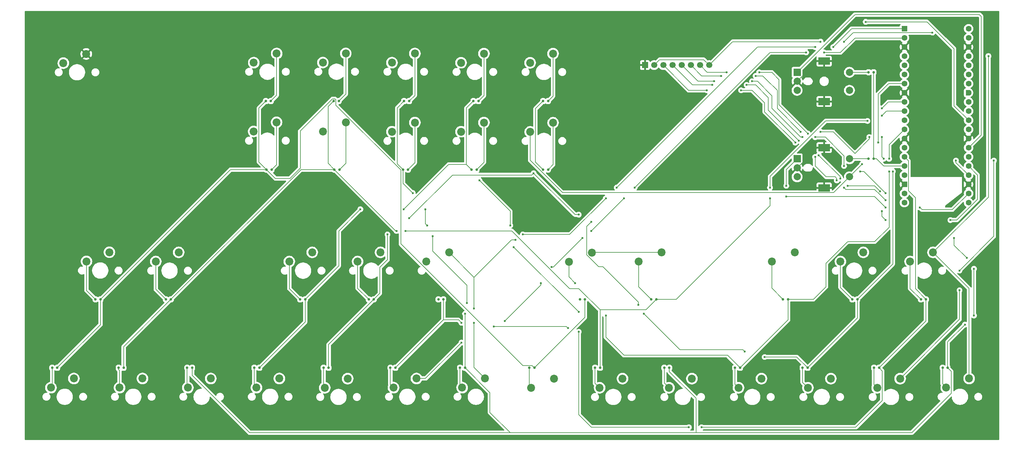
<source format=gbr>
%TF.GenerationSoftware,KiCad,Pcbnew,9.0.6+dfsg-1*%
%TF.CreationDate,2025-12-17T11:12:38+09:00*%
%TF.ProjectId,minimidi,6d696e69-6d69-4646-992e-6b696361645f,rev?*%
%TF.SameCoordinates,Original*%
%TF.FileFunction,Copper,L1,Top*%
%TF.FilePolarity,Positive*%
%FSLAX46Y46*%
G04 Gerber Fmt 4.6, Leading zero omitted, Abs format (unit mm)*
G04 Created by KiCad (PCBNEW 9.0.6+dfsg-1) date 2025-12-17 11:12:38*
%MOMM*%
%LPD*%
G01*
G04 APERTURE LIST*
G04 Aperture macros list*
%AMRoundRect*
0 Rectangle with rounded corners*
0 $1 Rounding radius*
0 $2 $3 $4 $5 $6 $7 $8 $9 X,Y pos of 4 corners*
0 Add a 4 corners polygon primitive as box body*
4,1,4,$2,$3,$4,$5,$6,$7,$8,$9,$2,$3,0*
0 Add four circle primitives for the rounded corners*
1,1,$1+$1,$2,$3*
1,1,$1+$1,$4,$5*
1,1,$1+$1,$6,$7*
1,1,$1+$1,$8,$9*
0 Add four rect primitives between the rounded corners*
20,1,$1+$1,$2,$3,$4,$5,0*
20,1,$1+$1,$4,$5,$6,$7,0*
20,1,$1+$1,$6,$7,$8,$9,0*
20,1,$1+$1,$8,$9,$2,$3,0*%
%AMFreePoly0*
4,1,37,0.603843,0.796157,0.639018,0.796157,0.711114,0.766294,0.766294,0.711114,0.796157,0.639018,0.796157,0.603843,0.800000,0.600000,0.800000,-0.600000,0.796157,-0.603843,0.796157,-0.639018,0.766294,-0.711114,0.711114,-0.766294,0.639018,-0.796157,0.603843,-0.796157,0.600000,-0.800000,0.000000,-0.800000,0.000000,-0.796148,-0.078414,-0.796148,-0.232228,-0.765552,-0.377117,-0.705537,
-0.507515,-0.618408,-0.618408,-0.507515,-0.705537,-0.377117,-0.765552,-0.232228,-0.796148,-0.078414,-0.796148,0.078414,-0.765552,0.232228,-0.705537,0.377117,-0.618408,0.507515,-0.507515,0.618408,-0.377117,0.705537,-0.232228,0.765552,-0.078414,0.796148,0.000000,0.796148,0.000000,0.800000,0.600000,0.800000,0.603843,0.796157,0.603843,0.796157,$1*%
%AMFreePoly1*
4,1,37,0.000000,0.796148,0.078414,0.796148,0.232228,0.765552,0.377117,0.705537,0.507515,0.618408,0.618408,0.507515,0.705537,0.377117,0.765552,0.232228,0.796148,0.078414,0.796148,-0.078414,0.765552,-0.232228,0.705537,-0.377117,0.618408,-0.507515,0.507515,-0.618408,0.377117,-0.705537,0.232228,-0.765552,0.078414,-0.796148,0.000000,-0.796148,0.000000,-0.800000,-0.600000,-0.800000,
-0.603843,-0.796157,-0.639018,-0.796157,-0.711114,-0.766294,-0.766294,-0.711114,-0.796157,-0.639018,-0.796157,-0.603843,-0.800000,-0.600000,-0.800000,0.600000,-0.796157,0.603843,-0.796157,0.639018,-0.766294,0.711114,-0.711114,0.766294,-0.639018,0.796157,-0.603843,0.796157,-0.600000,0.800000,0.000000,0.800000,0.000000,0.796148,0.000000,0.796148,$1*%
G04 Aperture macros list end*
%TA.AperFunction,ComponentPad*%
%ADD10C,2.200000*%
%TD*%
%TA.AperFunction,SMDPad,CuDef*%
%ADD11RoundRect,0.150000X-0.150000X-0.200000X0.150000X-0.200000X0.150000X0.200000X-0.150000X0.200000X0*%
%TD*%
%TA.AperFunction,SMDPad,CuDef*%
%ADD12RoundRect,0.150000X0.150000X0.200000X-0.150000X0.200000X-0.150000X-0.200000X0.150000X-0.200000X0*%
%TD*%
%TA.AperFunction,ComponentPad*%
%ADD13R,2.000000X2.000000*%
%TD*%
%TA.AperFunction,ComponentPad*%
%ADD14C,2.000000*%
%TD*%
%TA.AperFunction,ComponentPad*%
%ADD15R,3.200000X2.000000*%
%TD*%
%TA.AperFunction,ComponentPad*%
%ADD16R,1.700000X1.700000*%
%TD*%
%TA.AperFunction,ComponentPad*%
%ADD17C,1.700000*%
%TD*%
%TA.AperFunction,ComponentPad*%
%ADD18RoundRect,0.200000X-0.600000X-0.600000X0.600000X-0.600000X0.600000X0.600000X-0.600000X0.600000X0*%
%TD*%
%TA.AperFunction,ComponentPad*%
%ADD19C,1.600000*%
%TD*%
%TA.AperFunction,ComponentPad*%
%ADD20FreePoly0,0.000000*%
%TD*%
%TA.AperFunction,ComponentPad*%
%ADD21FreePoly1,0.000000*%
%TD*%
%TA.AperFunction,ViaPad*%
%ADD22C,0.600000*%
%TD*%
%TA.AperFunction,Conductor*%
%ADD23C,0.200000*%
%TD*%
G04 APERTURE END LIST*
D10*
%TO.P,SW28,1,1*%
%TO.N,Net-(D28-A)*%
X83305797Y-39284393D03*
%TO.P,SW28,2,2*%
%TO.N,1S1*%
X76955797Y-41824393D03*
%TD*%
%TO.P,SW33,1,1*%
%TO.N,Net-(D33-A)*%
X140740921Y-58441370D03*
%TO.P,SW33,2,2*%
%TO.N,2S1*%
X134390921Y-60981370D03*
%TD*%
D11*
%TO.P,D21,1,K*%
%TO.N,COL5*%
X244200000Y-107500000D03*
%TO.P,D21,2,A*%
%TO.N,Net-(D21-A)*%
X242800000Y-107500000D03*
%TD*%
%TO.P,D3,1,K*%
%TO.N,COL4*%
X91200000Y-107500000D03*
%TO.P,D3,2,A*%
%TO.N,Net-(D3-A)*%
X89800000Y-107500000D03*
%TD*%
D10*
%TO.P,SW24,1,1*%
%TO.N,ROW2*%
X275160000Y-129460000D03*
%TO.P,SW24,2,2*%
%TO.N,Net-(D24-A)*%
X268810000Y-132000000D03*
%TD*%
D11*
%TO.P,D22,1,K*%
%TO.N,COL6*%
X250200000Y-126500000D03*
%TO.P,D22,2,A*%
%TO.N,Net-(D22-A)*%
X248800000Y-126500000D03*
%TD*%
D12*
%TO.P,D29,1,K*%
%TO.N,COL2*%
X99300000Y-71500000D03*
%TO.P,D29,2,A*%
%TO.N,Net-(D29-A)*%
X100700000Y-71500000D03*
%TD*%
D10*
%TO.P,SW13,1,1*%
%TO.N,ROW3*%
X160120000Y-129500000D03*
%TO.P,SW13,2,2*%
%TO.N,Net-(D13-A)*%
X153770000Y-132040000D03*
%TD*%
%TO.P,SW32,1,1*%
%TO.N,Net-(D32-A)*%
X121600906Y-58437029D03*
%TO.P,SW32,2,2*%
%TO.N,2S1*%
X115250906Y-60977029D03*
%TD*%
%TO.P,SW12,1,1*%
%TO.N,ROW0*%
X141040000Y-129460000D03*
%TO.P,SW12,2,2*%
%TO.N,Net-(D12-A)*%
X134690000Y-132000000D03*
%TD*%
%TO.P,SW31,1,1*%
%TO.N,Net-(D31-A)*%
X121596983Y-39285590D03*
%TO.P,SW31,2,2*%
%TO.N,1S1*%
X115246983Y-41825590D03*
%TD*%
D12*
%TO.P,D35,1,K*%
%TO.N,COL5*%
X157100000Y-71500000D03*
%TO.P,D35,2,A*%
%TO.N,Net-(D35-A)*%
X158500000Y-71500000D03*
%TD*%
D11*
%TO.P,D5,1,K*%
%TO.N,COL6*%
X129500000Y-107500000D03*
%TO.P,D5,2,A*%
%TO.N,Net-(D5-A)*%
X128100000Y-107500000D03*
%TD*%
D10*
%TO.P,SW19,1,1*%
%TO.N,ROW2*%
X226850000Y-94420000D03*
%TO.P,SW19,2,2*%
%TO.N,Net-(D19-A)*%
X220500000Y-96960000D03*
%TD*%
D11*
%TO.P,D25,1,K*%
%TO.N,COL7*%
X248700000Y-44500000D03*
%TO.P,D25,2,A*%
%TO.N,1S2*%
X247300000Y-44500000D03*
%TD*%
%TO.P,D15,1,K*%
%TO.N,COL2*%
X172900000Y-126500000D03*
%TO.P,D15,2,A*%
%TO.N,Net-(D15-A)*%
X171500000Y-126500000D03*
%TD*%
%TO.P,D17,1,K*%
%TO.N,COL3*%
X192100000Y-126500000D03*
%TO.P,D17,2,A*%
%TO.N,Net-(D17-A)*%
X190700000Y-126500000D03*
%TD*%
D12*
%TO.P,D30,1,K*%
%TO.N,COL2*%
X99100000Y-52500000D03*
%TO.P,D30,2,A*%
%TO.N,Net-(D30-A)*%
X100500000Y-52500000D03*
%TD*%
D11*
%TO.P,D24,1,K*%
%TO.N,COL3*%
X269200000Y-126500000D03*
%TO.P,D24,2,A*%
%TO.N,Net-(D24-A)*%
X267800000Y-126500000D03*
%TD*%
%TO.P,D4,1,K*%
%TO.N,COL5*%
X110200000Y-107500000D03*
%TO.P,D4,2,A*%
%TO.N,Net-(D4-A)*%
X108800000Y-107500000D03*
%TD*%
D13*
%TO.P,SW25,A,A*%
%TO.N,1A*%
X227500000Y-44500000D03*
D14*
%TO.P,SW25,B,B*%
%TO.N,1B*%
X227500000Y-49500000D03*
%TO.P,SW25,C,C*%
%TO.N,GND*%
X227500000Y-47000000D03*
D15*
%TO.P,SW25,MP,MP*%
X235000000Y-41400000D03*
X235000000Y-52600000D03*
D14*
%TO.P,SW25,S1,S1*%
%TO.N,1S1*%
X242000000Y-49500000D03*
%TO.P,SW25,S2,S2*%
%TO.N,1S2*%
X242000000Y-44500000D03*
%TD*%
D10*
%TO.P,SW20,1,1*%
%TO.N,ROW3*%
X236850000Y-129500000D03*
%TO.P,SW20,2,2*%
%TO.N,Net-(D20-A)*%
X230500000Y-132040000D03*
%TD*%
D12*
%TO.P,D34,1,K*%
%TO.N,COL4*%
X137800000Y-52500000D03*
%TO.P,D34,2,A*%
%TO.N,Net-(D34-A)*%
X139200000Y-52500000D03*
%TD*%
D10*
%TO.P,SW30,1,1*%
%TO.N,Net-(D30-A)*%
X102447134Y-39254653D03*
%TO.P,SW30,2,2*%
%TO.N,1S1*%
X96097134Y-41794653D03*
%TD*%
D16*
%TO.P,J1,1,Pin_1*%
%TO.N,GND*%
X185340000Y-42500000D03*
D17*
%TO.P,J1,2,Pin_2*%
%TO.N,+3V3*%
X187880000Y-42500000D03*
%TO.P,J1,3,Pin_3*%
%TO.N,SCK*%
X190420000Y-42500000D03*
%TO.P,J1,4,Pin_4*%
%TO.N,MOSI*%
X192960000Y-42500000D03*
%TO.P,J1,5,Pin_5*%
%TO.N,RST*%
X195500000Y-42500000D03*
%TO.P,J1,6,Pin_6*%
%TO.N,A0*%
X198040000Y-42500000D03*
%TO.P,J1,7,Pin_7*%
%TO.N,CS_LCD*%
X200580000Y-42500000D03*
%TO.P,J1,8,Pin_8*%
%TO.N,+3V3*%
X203120000Y-42500000D03*
%TD*%
D11*
%TO.P,D26,1,K*%
%TO.N,COL7*%
X248700000Y-68500000D03*
%TO.P,D26,2,A*%
%TO.N,2S2*%
X247300000Y-68500000D03*
%TD*%
D10*
%TO.P,SW23,1,1*%
%TO.N,ROW2*%
X265160000Y-94460000D03*
%TO.P,SW23,2,2*%
%TO.N,Net-(D23-A)*%
X258810000Y-97000000D03*
%TD*%
D11*
%TO.P,D19,1,K*%
%TO.N,COL4*%
X225000000Y-107500000D03*
%TO.P,D19,2,A*%
%TO.N,Net-(D19-A)*%
X223600000Y-107500000D03*
%TD*%
%TO.P,D6,1,K*%
%TO.N,COL1*%
X22500000Y-126500000D03*
%TO.P,D6,2,A*%
%TO.N,Net-(D6-A)*%
X21100000Y-126500000D03*
%TD*%
D12*
%TO.P,D36,1,K*%
%TO.N,COL5*%
X157100000Y-52500000D03*
%TO.P,D36,2,A*%
%TO.N,Net-(D36-A)*%
X158500000Y-52500000D03*
%TD*%
D11*
%TO.P,D10,1,K*%
%TO.N,COL5*%
X97700000Y-126500000D03*
%TO.P,D10,2,A*%
%TO.N,Net-(D10-A)*%
X96300000Y-126500000D03*
%TD*%
D12*
%TO.P,D28,1,K*%
%TO.N,COL1*%
X80300000Y-52500000D03*
%TO.P,D28,2,A*%
%TO.N,Net-(D28-A)*%
X81700000Y-52500000D03*
%TD*%
D10*
%TO.P,SW16,1,1*%
%TO.N,ROW2*%
X189970000Y-94500000D03*
%TO.P,SW16,2,2*%
%TO.N,Net-(D16-A)*%
X183620000Y-97040000D03*
%TD*%
%TO.P,SW17,1,1*%
%TO.N,ROW3*%
X198350000Y-129500000D03*
%TO.P,SW17,2,2*%
%TO.N,Net-(D17-A)*%
X192000000Y-132040000D03*
%TD*%
D11*
%TO.P,D2,1,K*%
%TO.N,COL2*%
X54000000Y-107500000D03*
%TO.P,D2,2,A*%
%TO.N,Net-(D2-A)*%
X52600000Y-107500000D03*
%TD*%
%TO.P,D12,1,K*%
%TO.N,COL3*%
X135500000Y-126500000D03*
%TO.P,D12,2,A*%
%TO.N,Net-(D12-A)*%
X134100000Y-126500000D03*
%TD*%
D10*
%TO.P,SW6,1,1*%
%TO.N,ROW1*%
X27120000Y-129460000D03*
%TO.P,SW6,2,2*%
%TO.N,Net-(D6-A)*%
X20770000Y-132000000D03*
%TD*%
%TO.P,SW21,1,1*%
%TO.N,ROW2*%
X245850000Y-94460000D03*
%TO.P,SW21,2,2*%
%TO.N,Net-(D21-A)*%
X239500000Y-97000000D03*
%TD*%
D11*
%TO.P,D20,1,K*%
%TO.N,COL5*%
X230400000Y-126500000D03*
%TO.P,D20,2,A*%
%TO.N,Net-(D20-A)*%
X229000000Y-126500000D03*
%TD*%
D12*
%TO.P,D31,1,K*%
%TO.N,COL3*%
X118600000Y-52500000D03*
%TO.P,D31,2,A*%
%TO.N,Net-(D31-A)*%
X120000000Y-52500000D03*
%TD*%
D11*
%TO.P,D23,1,K*%
%TO.N,COL6*%
X263200000Y-107500000D03*
%TO.P,D23,2,A*%
%TO.N,Net-(D23-A)*%
X261800000Y-107500000D03*
%TD*%
D10*
%TO.P,SW27,1,1*%
%TO.N,Net-(D27-A)*%
X83270000Y-58380000D03*
%TO.P,SW27,2,2*%
%TO.N,2S1*%
X76920000Y-60920000D03*
%TD*%
D13*
%TO.P,SW26,A,A*%
%TO.N,2A*%
X227500000Y-68500000D03*
D14*
%TO.P,SW26,B,B*%
%TO.N,2B*%
X227500000Y-73500000D03*
%TO.P,SW26,C,C*%
%TO.N,GND*%
X227500000Y-71000000D03*
D15*
%TO.P,SW26,MP,MP*%
X235000000Y-65400000D03*
X235000000Y-76600000D03*
D14*
%TO.P,SW26,S1,S1*%
%TO.N,2S1*%
X242000000Y-73500000D03*
%TO.P,SW26,S2,S2*%
%TO.N,2S2*%
X242000000Y-68500000D03*
%TD*%
D10*
%TO.P,SW10,1,1*%
%TO.N,ROW1*%
X102970000Y-129500000D03*
%TO.P,SW10,2,2*%
%TO.N,Net-(D10-A)*%
X96620000Y-132040000D03*
%TD*%
%TO.P,SW3,1,1*%
%TO.N,ROW0*%
X93160000Y-94460000D03*
%TO.P,SW3,2,2*%
%TO.N,Net-(D3-A)*%
X86810000Y-97000000D03*
%TD*%
D11*
%TO.P,D18,1,K*%
%TO.N,COL4*%
X211700000Y-126500000D03*
%TO.P,D18,2,A*%
%TO.N,Net-(D18-A)*%
X210300000Y-126500000D03*
%TD*%
D12*
%TO.P,D33,1,K*%
%TO.N,COL4*%
X137300000Y-71500000D03*
%TO.P,D33,2,A*%
%TO.N,Net-(D33-A)*%
X138700000Y-71500000D03*
%TD*%
%TO.P,D32,1,K*%
%TO.N,COL3*%
X118300000Y-71500000D03*
%TO.P,D32,2,A*%
%TO.N,Net-(D32-A)*%
X119700000Y-71500000D03*
%TD*%
D10*
%TO.P,SW34,1,1*%
%TO.N,Net-(D34-A)*%
X140742481Y-39308807D03*
%TO.P,SW34,2,2*%
%TO.N,1S1*%
X134392481Y-41848807D03*
%TD*%
%TO.P,SW14,1,1*%
%TO.N,ROW2*%
X170620000Y-94540000D03*
%TO.P,SW14,2,2*%
%TO.N,Net-(D14-A)*%
X164270000Y-97080000D03*
%TD*%
D11*
%TO.P,D11,1,K*%
%TO.N,COL6*%
X116200000Y-126500000D03*
%TO.P,D11,2,A*%
%TO.N,Net-(D11-A)*%
X114800000Y-126500000D03*
%TD*%
D10*
%TO.P,SW11,1,1*%
%TO.N,ROW1*%
X122040000Y-129460000D03*
%TO.P,SW11,2,2*%
%TO.N,Net-(D11-A)*%
X115690000Y-132000000D03*
%TD*%
D11*
%TO.P,D13,1,K*%
%TO.N,COL1*%
X154700000Y-126500000D03*
%TO.P,D13,2,A*%
%TO.N,Net-(D13-A)*%
X153300000Y-126500000D03*
%TD*%
D10*
%TO.P,SW36,1,1*%
%TO.N,Net-(D35-A)*%
X159889619Y-58479177D03*
%TO.P,SW36,2,2*%
%TO.N,2S1*%
X153539619Y-61019177D03*
%TD*%
%TO.P,SW18,1,1*%
%TO.N,ROW3*%
X217620000Y-129500000D03*
%TO.P,SW18,2,2*%
%TO.N,Net-(D18-A)*%
X211270000Y-132040000D03*
%TD*%
%TO.P,SW35,1,1*%
%TO.N,GND*%
X30540000Y-39420000D03*
%TO.P,SW35,2,2*%
%TO.N,Net-(A1-RUN)*%
X24190000Y-41960000D03*
%TD*%
D18*
%TO.P,A1,1,GPIO0*%
%TO.N,ROW0*%
X257220000Y-32400000D03*
D19*
%TO.P,A1,2,GPIO1*%
%TO.N,ROW1*%
X257220000Y-34940000D03*
D20*
%TO.P,A1,3,GND*%
%TO.N,GND*%
X257220000Y-37480000D03*
D19*
%TO.P,A1,4,GPIO2*%
%TO.N,ROW2*%
X257220000Y-40020000D03*
%TO.P,A1,5,GPIO3*%
%TO.N,ROW3*%
X257220000Y-42560000D03*
%TO.P,A1,6,GPIO4*%
%TO.N,1S1*%
X257220000Y-45100000D03*
%TO.P,A1,7,GPIO5*%
%TO.N,2S1*%
X257220000Y-47640000D03*
D20*
%TO.P,A1,8,GND*%
%TO.N,GND*%
X257220000Y-50180000D03*
D19*
%TO.P,A1,9,GPIO6*%
%TO.N,COL1*%
X257220000Y-52720000D03*
%TO.P,A1,10,GPIO7*%
%TO.N,COL2*%
X257220000Y-55260000D03*
%TO.P,A1,11,GPIO8*%
%TO.N,COL3*%
X257220000Y-57800000D03*
%TO.P,A1,12,GPIO9*%
%TO.N,COL4*%
X257220000Y-60340000D03*
D20*
%TO.P,A1,13,GND*%
%TO.N,GND*%
X257220000Y-62880000D03*
D19*
%TO.P,A1,14,GPIO10*%
%TO.N,COL5*%
X257220000Y-65420000D03*
%TO.P,A1,15,GPIO11*%
%TO.N,COL6*%
X257220000Y-67960000D03*
%TO.P,A1,16,GPIO12*%
%TO.N,COL7*%
X257220000Y-70500000D03*
%TO.P,A1,17,GPIO13*%
%TO.N,A0*%
X257220000Y-73040000D03*
D20*
%TO.P,A1,18,GND*%
%TO.N,GND*%
X257220000Y-75580000D03*
D19*
%TO.P,A1,19,GPIO14*%
%TO.N,RST*%
X257220000Y-78120000D03*
%TO.P,A1,20,GPIO15*%
%TO.N,CS_LCD*%
X257220000Y-80660000D03*
%TO.P,A1,21,GPIO16*%
%TO.N,2B*%
X275000000Y-80660000D03*
%TO.P,A1,22,GPIO17*%
%TO.N,2A*%
X275000000Y-78120000D03*
D21*
%TO.P,A1,23,GND*%
%TO.N,GND*%
X275000000Y-75580000D03*
D19*
%TO.P,A1,24,GPIO18*%
%TO.N,SCK*%
X275000000Y-73040000D03*
%TO.P,A1,25,GPIO19*%
%TO.N,MOSI*%
X275000000Y-70500000D03*
%TO.P,A1,26,GPIO20*%
%TO.N,1B*%
X275000000Y-67960000D03*
%TO.P,A1,27,GPIO21*%
%TO.N,1A*%
X275000000Y-65420000D03*
D21*
%TO.P,A1,28,GND*%
%TO.N,GND*%
X275000000Y-62880000D03*
D19*
%TO.P,A1,29,GPIO22*%
%TO.N,unconnected-(A1-GPIO22-Pad29)*%
X275000000Y-60340000D03*
%TO.P,A1,30,RUN*%
%TO.N,Net-(A1-RUN)*%
X275000000Y-57800000D03*
%TO.P,A1,31,GPIO26_ADC0*%
%TO.N,BLCK*%
X275000000Y-55260000D03*
%TO.P,A1,32,GPIO27_ADC1*%
%TO.N,LRCLK*%
X275000000Y-52720000D03*
D21*
%TO.P,A1,33,AGND*%
%TO.N,unconnected-(A1-AGND-Pad33)*%
X275000000Y-50180000D03*
D19*
%TO.P,A1,34,GPIO28_ADC2*%
%TO.N,DIN*%
X275000000Y-47640000D03*
%TO.P,A1,35,ADC_VREF*%
%TO.N,unconnected-(A1-ADC_VREF-Pad35)*%
X275000000Y-45100000D03*
%TO.P,A1,36,3V3*%
%TO.N,+3V3*%
X275000000Y-42560000D03*
%TO.P,A1,37,3V3_EN*%
%TO.N,unconnected-(A1-3V3_EN-Pad37)*%
X275000000Y-40020000D03*
D21*
%TO.P,A1,38,GND*%
%TO.N,GND*%
X275000000Y-37480000D03*
D19*
%TO.P,A1,39,VSYS*%
%TO.N,unconnected-(A1-VSYS-Pad39)*%
X275000000Y-34940000D03*
%TO.P,A1,40,VBUS*%
%TO.N,unconnected-(A1-VBUS-Pad40)*%
X275000000Y-32400000D03*
%TD*%
D10*
%TO.P,SW1,1,1*%
%TO.N,ROW0*%
X36960000Y-94420000D03*
%TO.P,SW1,2,2*%
%TO.N,Net-(D1-A)*%
X30610000Y-96960000D03*
%TD*%
%TO.P,SW8,1,1*%
%TO.N,ROW1*%
X65040000Y-129460000D03*
%TO.P,SW8,2,2*%
%TO.N,Net-(D8-A)*%
X58690000Y-132000000D03*
%TD*%
D11*
%TO.P,D9,1,K*%
%TO.N,COL4*%
X78500000Y-126500000D03*
%TO.P,D9,2,A*%
%TO.N,Net-(D9-A)*%
X77100000Y-126500000D03*
%TD*%
D10*
%TO.P,SW9,1,1*%
%TO.N,ROW1*%
X84040000Y-129460000D03*
%TO.P,SW9,2,2*%
%TO.N,Net-(D9-A)*%
X77690000Y-132000000D03*
%TD*%
D11*
%TO.P,D14,1,K*%
%TO.N,COL1*%
X168700000Y-107500000D03*
%TO.P,D14,2,A*%
%TO.N,Net-(D14-A)*%
X167300000Y-107500000D03*
%TD*%
D12*
%TO.P,D27,1,K*%
%TO.N,COL1*%
X80500000Y-71500000D03*
%TO.P,D27,2,A*%
%TO.N,Net-(D27-A)*%
X81900000Y-71500000D03*
%TD*%
D11*
%TO.P,D16,1,K*%
%TO.N,COL2*%
X188500000Y-107500000D03*
%TO.P,D16,2,A*%
%TO.N,Net-(D16-A)*%
X187100000Y-107500000D03*
%TD*%
D10*
%TO.P,SW15,1,1*%
%TO.N,ROW3*%
X179120000Y-129500000D03*
%TO.P,SW15,2,2*%
%TO.N,Net-(D15-A)*%
X172770000Y-132040000D03*
%TD*%
%TO.P,SW7,1,1*%
%TO.N,ROW1*%
X46120000Y-129460000D03*
%TO.P,SW7,2,2*%
%TO.N,Net-(D7-A)*%
X39770000Y-132000000D03*
%TD*%
%TO.P,SW22,1,1*%
%TO.N,ROW3*%
X256040000Y-129500000D03*
%TO.P,SW22,2,2*%
%TO.N,Net-(D22-A)*%
X249690000Y-132040000D03*
%TD*%
%TO.P,SW5,1,1*%
%TO.N,ROW0*%
X131080000Y-94460000D03*
%TO.P,SW5,2,2*%
%TO.N,Net-(D5-A)*%
X124730000Y-97000000D03*
%TD*%
%TO.P,SW37,1,1*%
%TO.N,Net-(D36-A)*%
X159874967Y-39329948D03*
%TO.P,SW37,2,2*%
%TO.N,1S1*%
X153524967Y-41869948D03*
%TD*%
%TO.P,SW4,1,1*%
%TO.N,ROW0*%
X112080000Y-94460000D03*
%TO.P,SW4,2,2*%
%TO.N,Net-(D4-A)*%
X105730000Y-97000000D03*
%TD*%
D11*
%TO.P,D8,1,K*%
%TO.N,COL3*%
X59900000Y-126500000D03*
%TO.P,D8,2,A*%
%TO.N,Net-(D8-A)*%
X58500000Y-126500000D03*
%TD*%
%TO.P,D1,1,K*%
%TO.N,COL1*%
X34500000Y-107500000D03*
%TO.P,D1,2,A*%
%TO.N,Net-(D1-A)*%
X33100000Y-107500000D03*
%TD*%
D10*
%TO.P,SW2,1,1*%
%TO.N,ROW0*%
X56160000Y-94460000D03*
%TO.P,SW2,2,2*%
%TO.N,Net-(D2-A)*%
X49810000Y-97000000D03*
%TD*%
D11*
%TO.P,D7,1,K*%
%TO.N,COL2*%
X40900000Y-126500000D03*
%TO.P,D7,2,A*%
%TO.N,Net-(D7-A)*%
X39500000Y-126500000D03*
%TD*%
D10*
%TO.P,SW29,1,1*%
%TO.N,Net-(D29-A)*%
X102459626Y-58383737D03*
%TO.P,SW29,2,2*%
%TO.N,2S1*%
X96109626Y-60923737D03*
%TD*%
D22*
%TO.N,ROW3*%
X272500000Y-105000000D03*
X282000000Y-69000000D03*
X272500000Y-99500000D03*
%TO.N,2S1*%
X245500000Y-70000000D03*
X250000000Y-64000000D03*
%TO.N,A0*%
X206500000Y-45500000D03*
X251000000Y-62500000D03*
X228500000Y-61000000D03*
X216000000Y-45500000D03*
X247500000Y-62500000D03*
X251500000Y-68500000D03*
X234000000Y-61000000D03*
%TO.N,RST*%
X215000000Y-47000000D03*
X229000000Y-62500000D03*
X250500000Y-77500000D03*
X204500000Y-47000000D03*
X233500000Y-67500000D03*
X239500000Y-74000000D03*
X241500000Y-76000000D03*
%TO.N,COL1*%
X251000000Y-54500000D03*
X168700000Y-107500000D03*
%TO.N,MOSI*%
X204000000Y-48000000D03*
X232500000Y-68000000D03*
X213500000Y-48000000D03*
X252000000Y-85500000D03*
X240500000Y-76500000D03*
X252000000Y-80000000D03*
X270000000Y-85500000D03*
X238500000Y-74500000D03*
X251000000Y-83000000D03*
X228000000Y-63500000D03*
%TO.N,SCK*%
X227000000Y-64000000D03*
X202500000Y-49500000D03*
X212000000Y-49500000D03*
X271500000Y-69000000D03*
%TO.N,COL2*%
X251000000Y-56500000D03*
X220000000Y-76500000D03*
X220000000Y-79500000D03*
X247000000Y-58000000D03*
X116500000Y-88500000D03*
X119000000Y-88500000D03*
%TO.N,COL5*%
X183500000Y-109000000D03*
X185000000Y-111500000D03*
X154500000Y-72500000D03*
X170500000Y-86000000D03*
X167000000Y-84000000D03*
X114000000Y-89500000D03*
X157050000Y-71450000D03*
X218500000Y-123500000D03*
X120000000Y-85000000D03*
X254000000Y-72000000D03*
X213000000Y-122000000D03*
%TO.N,CS_LCD*%
X232500000Y-62500000D03*
X245000000Y-72000000D03*
X208000000Y-44500000D03*
X217000000Y-44500000D03*
X230500000Y-61500000D03*
X252000000Y-78000000D03*
X240500000Y-70500000D03*
%TO.N,COL3*%
X135500000Y-111500000D03*
X124500000Y-82500000D03*
X276500000Y-112000000D03*
X125000000Y-87000000D03*
X136000000Y-108500000D03*
X276500000Y-99000000D03*
X126500000Y-90000000D03*
X121000000Y-78000000D03*
X274000000Y-114500000D03*
X274500000Y-96000000D03*
X271000000Y-90500000D03*
%TO.N,ROW2*%
X280500000Y-40000000D03*
%TO.N,ROW0*%
X232500000Y-37500000D03*
X138000000Y-114000000D03*
X149500000Y-91000000D03*
X151500000Y-89500000D03*
X177500000Y-76500000D03*
X138000000Y-110000000D03*
X237500000Y-37500000D03*
X174500000Y-79500000D03*
%TO.N,+3V3*%
X234000000Y-36000000D03*
X240500000Y-36000000D03*
X265000000Y-33500000D03*
%TO.N,COL6*%
X167000000Y-116500000D03*
X134500000Y-114000000D03*
X197500000Y-143000000D03*
X201000000Y-143000000D03*
X143500000Y-115000000D03*
X164000000Y-115500000D03*
%TO.N,2A*%
X261500000Y-82000000D03*
X224500000Y-76000000D03*
X252000000Y-82000000D03*
X224500000Y-79000000D03*
%TO.N,Net-(A1-RUN)*%
X246500000Y-30500000D03*
%TO.N,ROW1*%
X230000000Y-39000000D03*
X170500000Y-88500000D03*
X182500000Y-76500000D03*
X156500000Y-103000000D03*
X235000000Y-39000000D03*
X168000000Y-90500000D03*
X134500000Y-119500000D03*
X179500000Y-79500000D03*
X146500000Y-113500000D03*
X159500000Y-98500000D03*
%TO.N,COL4*%
X139500000Y-74500000D03*
X167000000Y-111000000D03*
X106500000Y-82500000D03*
X149000000Y-93000000D03*
X118500000Y-82500000D03*
X148000000Y-87000000D03*
X253000000Y-68500000D03*
X137300000Y-71500000D03*
X253000000Y-72000000D03*
X174500000Y-112000000D03*
%TO.N,Net-(D5-A)*%
X128100000Y-107500000D03*
%TO.N,Net-(D14-A)*%
X167300000Y-107500000D03*
X166000000Y-103000000D03*
%TD*%
D23*
%TO.N,ROW3*%
X272500000Y-99500000D02*
X282000000Y-90000000D01*
X282000000Y-90000000D02*
X282000000Y-69000000D01*
X272500000Y-113040000D02*
X272500000Y-105000000D01*
X256040000Y-129500000D02*
X272500000Y-113040000D01*
%TO.N,2S1*%
X162509032Y-77901000D02*
X153539619Y-68931587D01*
X250000000Y-50500000D02*
X252860000Y-47640000D01*
X242000000Y-73500000D02*
X245500000Y-70000000D01*
X250000000Y-64000000D02*
X250000000Y-50500000D01*
X153539619Y-68931587D02*
X153539619Y-61019177D01*
X237599000Y-77901000D02*
X162509032Y-77901000D01*
X242000000Y-73500000D02*
X237599000Y-77901000D01*
X252860000Y-47640000D02*
X257220000Y-47640000D01*
%TO.N,A0*%
X219000000Y-46500000D02*
X222000000Y-49500000D01*
X247500000Y-63000000D02*
X247500000Y-62500000D01*
X243500000Y-67000000D02*
X247500000Y-63000000D01*
X201040000Y-45500000D02*
X206500000Y-45500000D01*
X234000000Y-61000000D02*
X237500000Y-61000000D01*
X237500000Y-61000000D02*
X243500000Y-67000000D01*
X216000000Y-45500000D02*
X218000000Y-45500000D01*
X222000000Y-52000000D02*
X222000000Y-54500000D01*
X222000000Y-49500000D02*
X222000000Y-52000000D01*
X198040000Y-42500000D02*
X201040000Y-45500000D01*
X251000000Y-68000000D02*
X251500000Y-68500000D01*
X251000000Y-62500000D02*
X251000000Y-68000000D01*
X218000000Y-45500000D02*
X219000000Y-46500000D01*
X222000000Y-54500000D02*
X228500000Y-61000000D01*
%TO.N,RST*%
X200000000Y-47000000D02*
X204500000Y-47000000D01*
X220500000Y-51000000D02*
X220500000Y-54500000D01*
X215000000Y-47000000D02*
X216500000Y-47000000D01*
X228500000Y-62500000D02*
X229000000Y-62500000D01*
X195500000Y-42500000D02*
X200000000Y-47000000D01*
X241500000Y-76000000D02*
X249000000Y-76000000D01*
X216500000Y-47000000D02*
X220500000Y-51000000D01*
X239500000Y-73500000D02*
X239500000Y-74000000D01*
X249000000Y-76000000D02*
X250500000Y-77500000D01*
X233500000Y-67500000D02*
X239500000Y-73500000D01*
X220500000Y-54500000D02*
X228500000Y-62500000D01*
%TO.N,COL1*%
X89833900Y-60774132D02*
X98759032Y-51849000D01*
X252780000Y-52720000D02*
X251000000Y-54500000D01*
X80300000Y-52500000D02*
X78379000Y-54421000D01*
X78379000Y-69379000D02*
X80500000Y-71500000D01*
X98759032Y-51849000D02*
X99440968Y-51849000D01*
X257220000Y-52720000D02*
X252780000Y-52720000D01*
X70500000Y-71500000D02*
X80500000Y-71500000D01*
X117699000Y-71641797D02*
X117699000Y-92080530D01*
X99701000Y-53643797D02*
X117699000Y-71641797D01*
X82966450Y-73966450D02*
X86966450Y-73966450D01*
X89833900Y-71099000D02*
X89833900Y-60774132D01*
X151467470Y-125849000D02*
X154049000Y-125849000D01*
X34500000Y-107500000D02*
X70500000Y-71500000D01*
X34500000Y-107500000D02*
X34500000Y-114500000D01*
X117699000Y-92080530D02*
X151467470Y-125849000D01*
X80500000Y-71500000D02*
X82966450Y-73966450D01*
X86966450Y-73966450D02*
X89833900Y-71099000D01*
X168700000Y-107500000D02*
X168700000Y-112500000D01*
X78379000Y-54421000D02*
X78379000Y-69379000D01*
X154049000Y-125849000D02*
X154700000Y-126500000D01*
X99440968Y-51849000D02*
X99701000Y-52109032D01*
X99701000Y-52109032D02*
X99701000Y-53643797D01*
X168700000Y-112500000D02*
X154700000Y-126500000D01*
X34500000Y-114500000D02*
X22500000Y-126500000D01*
%TO.N,GND*%
X233100000Y-41400000D02*
X227500000Y-47000000D01*
X233100000Y-65400000D02*
X227500000Y-71000000D01*
X233100000Y-52600000D02*
X235000000Y-52600000D01*
X227500000Y-71000000D02*
X233100000Y-76600000D01*
X233100000Y-76600000D02*
X235000000Y-76600000D01*
X235000000Y-65400000D02*
X233100000Y-65400000D01*
X227500000Y-47000000D02*
X233100000Y-52600000D01*
X235000000Y-41400000D02*
X233100000Y-41400000D01*
%TO.N,MOSI*%
X241000000Y-77000000D02*
X248500000Y-77000000D01*
X277500000Y-79717050D02*
X277500000Y-73000000D01*
X277500000Y-73000000D02*
X275000000Y-70500000D01*
X235518687Y-73500000D02*
X238000000Y-73500000D01*
X232500000Y-70481313D02*
X235518687Y-73500000D01*
X250500000Y-78500000D02*
X252000000Y-80000000D01*
X232500000Y-68000000D02*
X232500000Y-70481313D01*
X270000000Y-85500000D02*
X271717050Y-85500000D01*
X251000000Y-83000000D02*
X251000000Y-84500000D01*
X216000000Y-48000000D02*
X219500000Y-51500000D01*
X213500000Y-48000000D02*
X216000000Y-48000000D01*
X219500000Y-51500000D02*
X219500000Y-55000000D01*
X238500000Y-74000000D02*
X238500000Y-74500000D01*
X240500000Y-76500000D02*
X241000000Y-77000000D01*
X271717050Y-85500000D02*
X277500000Y-79717050D01*
X219500000Y-55000000D02*
X225000000Y-60500000D01*
X248500000Y-77000000D02*
X249000000Y-77000000D01*
X251000000Y-84500000D02*
X252000000Y-85500000D01*
X238000000Y-73500000D02*
X238500000Y-74000000D01*
X192960000Y-42500000D02*
X198460000Y-48000000D01*
X249000000Y-77000000D02*
X250500000Y-78500000D01*
X198460000Y-48000000D02*
X204000000Y-48000000D01*
X225000000Y-60500000D02*
X228000000Y-63500000D01*
%TO.N,SCK*%
X271500000Y-69000000D02*
X271500000Y-69540000D01*
X197420000Y-49500000D02*
X202500000Y-49500000D01*
X217500000Y-52000000D02*
X218500000Y-53000000D01*
X218500000Y-53000000D02*
X218500000Y-55500000D01*
X218500000Y-55500000D02*
X227000000Y-64000000D01*
X271500000Y-69540000D02*
X275000000Y-73040000D01*
X215000000Y-49500000D02*
X217500000Y-52000000D01*
X212000000Y-49500000D02*
X215000000Y-49500000D01*
X190420000Y-42500000D02*
X197420000Y-49500000D01*
%TO.N,COL2*%
X257220000Y-55260000D02*
X252240000Y-55260000D01*
X97568626Y-54031374D02*
X97568626Y-69768626D01*
X220000000Y-76500000D02*
X220000000Y-73398000D01*
X188500000Y-107500000D02*
X194000000Y-107500000D01*
X99300000Y-71500000D02*
X116300000Y-88500000D01*
X167000000Y-104500000D02*
X164500000Y-104500000D01*
X164500000Y-104500000D02*
X148500000Y-88500000D01*
X235398000Y-58000000D02*
X247000000Y-58000000D01*
X172900000Y-110400000D02*
X167000000Y-104500000D01*
X194000000Y-107500000D02*
X218000000Y-83500000D01*
X116300000Y-88500000D02*
X116500000Y-88500000D01*
X220000000Y-81500000D02*
X220000000Y-79500000D01*
X172900000Y-126500000D02*
X172900000Y-110400000D01*
X40900000Y-126500000D02*
X40900000Y-120600000D01*
X172900000Y-110400000D02*
X185600000Y-110400000D01*
X220000000Y-73398000D02*
X235398000Y-58000000D01*
X148500000Y-88500000D02*
X119000000Y-88500000D01*
X99100000Y-52500000D02*
X97568626Y-54031374D01*
X252240000Y-55260000D02*
X251000000Y-56500000D01*
X40900000Y-120600000D02*
X54000000Y-107500000D01*
X90000000Y-71500000D02*
X54000000Y-107500000D01*
X185600000Y-110400000D02*
X188500000Y-107500000D01*
X218000000Y-83500000D02*
X220000000Y-81500000D01*
X99300000Y-71500000D02*
X90000000Y-71500000D01*
X97568626Y-69768626D02*
X99300000Y-71500000D01*
%TO.N,COL5*%
X212500000Y-121500000D02*
X213000000Y-122000000D01*
X157100000Y-71500000D02*
X157050000Y-71450000D01*
X157050000Y-71450000D02*
X154998619Y-69398619D01*
X183500000Y-108261530D02*
X183500000Y-109000000D01*
X254000000Y-97700000D02*
X254000000Y-72000000D01*
X227400000Y-123500000D02*
X230400000Y-126500000D01*
X154000000Y-73000000D02*
X154500000Y-72500000D01*
X169219000Y-87281000D02*
X169219000Y-95120314D01*
X140500000Y-73000000D02*
X154000000Y-73000000D01*
X218500000Y-123500000D02*
X227400000Y-123500000D01*
X111891000Y-98609000D02*
X114000000Y-96500000D01*
X120000000Y-85000000D02*
X132000000Y-73000000D01*
X97700000Y-126500000D02*
X97700000Y-120000000D01*
X114000000Y-96500000D02*
X114000000Y-89500000D01*
X244200000Y-112700000D02*
X230400000Y-126500000D01*
X111891000Y-105809000D02*
X111891000Y-98609000D01*
X166000000Y-84000000D02*
X167000000Y-84000000D01*
X185000000Y-111500000D02*
X195000000Y-121500000D01*
X154998619Y-69398619D02*
X154998619Y-54601381D01*
X132000000Y-73000000D02*
X140500000Y-73000000D01*
X244200000Y-107500000D02*
X254000000Y-97700000D01*
X244200000Y-107500000D02*
X244200000Y-112700000D01*
X195000000Y-121500000D02*
X212500000Y-121500000D01*
X169219000Y-95120314D02*
X172517686Y-98419000D01*
X170500000Y-86000000D02*
X169219000Y-87281000D01*
X173657470Y-98419000D02*
X183500000Y-108261530D01*
X97700000Y-120000000D02*
X110200000Y-107500000D01*
X154998619Y-54601381D02*
X157100000Y-52500000D01*
X154500000Y-72500000D02*
X166000000Y-84000000D01*
X110200000Y-107500000D02*
X111891000Y-105809000D01*
X172517686Y-98419000D02*
X173657470Y-98419000D01*
%TO.N,CS_LCD*%
X222500000Y-46500000D02*
X220500000Y-44500000D01*
X202580000Y-44500000D02*
X200580000Y-42500000D01*
X240500000Y-70500000D02*
X240500000Y-67698000D01*
X252000000Y-78000000D02*
X246000000Y-72000000D01*
X235302000Y-62500000D02*
X232500000Y-62500000D01*
X246000000Y-72000000D02*
X245000000Y-72000000D01*
X230500000Y-61500000D02*
X222500000Y-53500000D01*
X240500000Y-67698000D02*
X235302000Y-62500000D01*
X208000000Y-44500000D02*
X202580000Y-44500000D01*
X220500000Y-44500000D02*
X217000000Y-44500000D01*
X222500000Y-53500000D02*
X222500000Y-46500000D01*
%TO.N,COL3*%
X118300000Y-71500000D02*
X118300000Y-75300000D01*
X271000000Y-92500000D02*
X271000000Y-90500000D01*
X148000000Y-144500000D02*
X75784816Y-144500000D01*
X192100000Y-127545184D02*
X192100000Y-126500000D01*
X116709906Y-54390094D02*
X118600000Y-52500000D01*
X142379000Y-133379000D02*
X135500000Y-126500000D01*
X276500000Y-112000000D02*
X276500000Y-99000000D01*
X274500000Y-96000000D02*
X271000000Y-92500000D01*
X142379000Y-138879000D02*
X142379000Y-133379000D01*
X135500000Y-111500000D02*
X135500000Y-126500000D01*
X148000000Y-144500000D02*
X142379000Y-138879000D01*
X118300000Y-75300000D02*
X121000000Y-78000000D01*
X269200000Y-126500000D02*
X269200000Y-119300000D01*
X124500000Y-82500000D02*
X124500000Y-86500000D01*
X126500000Y-94118470D02*
X136000000Y-103618470D01*
X199500000Y-144500000D02*
X199500000Y-134945184D01*
X199500000Y-144500000D02*
X148000000Y-144500000D01*
X269200000Y-119300000D02*
X274000000Y-114500000D01*
X270211000Y-127511000D02*
X270211000Y-133567470D01*
X118300000Y-71500000D02*
X116709906Y-69909906D01*
X259278470Y-144500000D02*
X199500000Y-144500000D01*
X75784816Y-144500000D02*
X59900000Y-128615184D01*
X124500000Y-86500000D02*
X125000000Y-87000000D01*
X59900000Y-128615184D02*
X59900000Y-126500000D01*
X199500000Y-134945184D02*
X192100000Y-127545184D01*
X136000000Y-103618470D02*
X136000000Y-108500000D01*
X269200000Y-126500000D02*
X270211000Y-127511000D01*
X126500000Y-90000000D02*
X126500000Y-94118470D01*
X270211000Y-133567470D02*
X259278470Y-144500000D01*
X116709906Y-69909906D02*
X116709906Y-54390094D01*
%TO.N,COL7*%
X248700000Y-68500000D02*
X249500000Y-68500000D01*
X251500000Y-70500000D02*
X257220000Y-70500000D01*
X248700000Y-44500000D02*
X248700000Y-68500000D01*
X249500000Y-68500000D02*
X251500000Y-70500000D01*
%TO.N,ROW2*%
X170660000Y-94500000D02*
X170620000Y-94540000D01*
X189970000Y-94500000D02*
X170660000Y-94500000D01*
X265160000Y-94460000D02*
X275160000Y-104460000D01*
X280500000Y-79120000D02*
X280500000Y-40000000D01*
X226890000Y-94460000D02*
X226850000Y-94420000D01*
X275160000Y-104460000D02*
X275160000Y-129460000D01*
X265160000Y-94460000D02*
X280500000Y-79120000D01*
%TO.N,ROW0*%
X138000000Y-126420000D02*
X141040000Y-129460000D01*
X177500000Y-76500000D02*
X216500000Y-37500000D01*
X164500000Y-89500000D02*
X174500000Y-79500000D01*
X148380000Y-91000000D02*
X149500000Y-91000000D01*
X56120000Y-94420000D02*
X56160000Y-94460000D01*
X138000000Y-101380000D02*
X138000000Y-110000000D01*
X138000000Y-101380000D02*
X148380000Y-91000000D01*
X151500000Y-89500000D02*
X164500000Y-89500000D01*
X131080000Y-94460000D02*
X138000000Y-101380000D01*
X237500000Y-37500000D02*
X242600000Y-32400000D01*
X138000000Y-114000000D02*
X138000000Y-126420000D01*
X216500000Y-37500000D02*
X232500000Y-37500000D01*
X242600000Y-32400000D02*
X257220000Y-32400000D01*
%TO.N,+3V3*%
X201620000Y-41000000D02*
X189380000Y-41000000D01*
X203120000Y-42500000D02*
X201620000Y-41000000D01*
X243000000Y-33500000D02*
X265000000Y-33500000D01*
X209620000Y-36000000D02*
X234000000Y-36000000D01*
X240500000Y-36000000D02*
X243000000Y-33500000D01*
X189380000Y-41000000D02*
X187880000Y-42500000D01*
X203120000Y-42500000D02*
X209620000Y-36000000D01*
%TO.N,COL6*%
X260269000Y-104569000D02*
X260269000Y-79271731D01*
X129500000Y-113200000D02*
X133700000Y-113200000D01*
X170500000Y-143000000D02*
X174500000Y-143000000D01*
X260269000Y-79271731D02*
X258326000Y-77328731D01*
X163500000Y-115000000D02*
X164000000Y-115500000D01*
X143500000Y-115000000D02*
X163500000Y-115000000D01*
X129500000Y-113200000D02*
X116200000Y-126500000D01*
X167000000Y-116500000D02*
X167000000Y-139500000D01*
X258326000Y-77328731D02*
X258326000Y-69066000D01*
X167000000Y-139500000D02*
X170500000Y-143000000D01*
X129500000Y-107500000D02*
X129500000Y-113200000D01*
X243702816Y-143000000D02*
X251091000Y-135611816D01*
X258326000Y-69066000D02*
X257220000Y-67960000D01*
X174500000Y-143000000D02*
X197500000Y-143000000D01*
X251091000Y-135611816D02*
X251091000Y-127391000D01*
X263200000Y-113500000D02*
X250200000Y-126500000D01*
X201000000Y-143000000D02*
X243702816Y-143000000D01*
X263200000Y-107500000D02*
X263200000Y-113500000D01*
X133700000Y-113200000D02*
X134500000Y-114000000D01*
X251091000Y-127391000D02*
X250200000Y-126500000D01*
X263200000Y-107500000D02*
X260269000Y-104569000D01*
%TO.N,2A*%
X270489000Y-82631000D02*
X275000000Y-78120000D01*
X262131000Y-82631000D02*
X270489000Y-82631000D01*
X261500000Y-82000000D02*
X262131000Y-82631000D01*
X249000000Y-79000000D02*
X252000000Y-82000000D01*
X224500000Y-79000000D02*
X249000000Y-79000000D01*
X224500000Y-71500000D02*
X224500000Y-76000000D01*
X227500000Y-68500000D02*
X224500000Y-71500000D01*
%TO.N,Net-(A1-RUN)*%
X246500000Y-30500000D02*
X263500000Y-30500000D01*
X263500000Y-30500000D02*
X271000000Y-38000000D01*
X271000000Y-38000000D02*
X271000000Y-53800000D01*
X271000000Y-53800000D02*
X275000000Y-57800000D01*
%TO.N,ROW1*%
X235000000Y-39000000D02*
X239500000Y-39000000D01*
X122040000Y-129460000D02*
X124540000Y-129460000D01*
X239500000Y-39000000D02*
X243500000Y-35000000D01*
X220000000Y-39000000D02*
X230000000Y-39000000D01*
X122000000Y-129500000D02*
X122040000Y-129460000D01*
X146500000Y-113500000D02*
X156500000Y-103500000D01*
X159500000Y-98500000D02*
X160000000Y-98500000D01*
X124540000Y-129460000D02*
X134500000Y-119500000D01*
X182500000Y-76500000D02*
X220000000Y-39000000D01*
X170500000Y-88500000D02*
X179500000Y-79500000D01*
X156500000Y-103500000D02*
X156500000Y-103000000D01*
X160000000Y-98500000D02*
X168000000Y-90500000D01*
X243500000Y-35000000D02*
X257160000Y-35000000D01*
X102930000Y-129460000D02*
X102970000Y-129500000D01*
X257160000Y-35000000D02*
X257220000Y-34940000D01*
%TO.N,1A*%
X278500000Y-29000000D02*
X278500000Y-61920000D01*
X227500000Y-44500000D02*
X243500000Y-28500000D01*
X278000000Y-28500000D02*
X278500000Y-29000000D01*
X278500000Y-61920000D02*
X275000000Y-65420000D01*
X243500000Y-28500000D02*
X278000000Y-28500000D01*
%TO.N,COL4*%
X235500000Y-104000000D02*
X235500000Y-97500000D01*
X139500000Y-74500000D02*
X148000000Y-83000000D01*
X253000000Y-87500000D02*
X253000000Y-72000000D01*
X174500000Y-118000000D02*
X179500000Y-123000000D01*
X225000000Y-107500000D02*
X225000000Y-113200000D01*
X235500000Y-97500000D02*
X241500000Y-91500000D01*
X225000000Y-113200000D02*
X211700000Y-126500000D01*
X135849921Y-70049921D02*
X137300000Y-71500000D01*
X135849921Y-54450079D02*
X135849921Y-70049921D01*
X208200000Y-123000000D02*
X211700000Y-126500000D01*
X137800000Y-52500000D02*
X135849921Y-54450079D01*
X253000000Y-64560000D02*
X257220000Y-60340000D01*
X91200000Y-107500000D02*
X91200000Y-113800000D01*
X91200000Y-107500000D02*
X100500000Y-98200000D01*
X225000000Y-107500000D02*
X232000000Y-107500000D01*
X179500000Y-123000000D02*
X208200000Y-123000000D01*
X100500000Y-88500000D02*
X106500000Y-82500000D01*
X118500000Y-82500000D02*
X130950079Y-70049921D01*
X232000000Y-107500000D02*
X235500000Y-104000000D01*
X241500000Y-91500000D02*
X249000000Y-91500000D01*
X174500000Y-112000000D02*
X174500000Y-118000000D01*
X100500000Y-98200000D02*
X100500000Y-88500000D01*
X149000000Y-93000000D02*
X167000000Y-111000000D01*
X148000000Y-83000000D02*
X148000000Y-87000000D01*
X130950079Y-70049921D02*
X135849921Y-70049921D01*
X91200000Y-113800000D02*
X78500000Y-126500000D01*
X249000000Y-91500000D02*
X253000000Y-87500000D01*
X253000000Y-68500000D02*
X253000000Y-64560000D01*
%TO.N,Net-(D1-A)*%
X30610000Y-96960000D02*
X30610000Y-105010000D01*
X30610000Y-105010000D02*
X33100000Y-107500000D01*
%TO.N,Net-(D2-A)*%
X49810000Y-104710000D02*
X52600000Y-107500000D01*
X49810000Y-97000000D02*
X49810000Y-104710000D01*
%TO.N,Net-(D3-A)*%
X86810000Y-97000000D02*
X86810000Y-104510000D01*
X86810000Y-104510000D02*
X89800000Y-107500000D01*
%TO.N,Net-(D4-A)*%
X105730000Y-104430000D02*
X108800000Y-107500000D01*
X105730000Y-97000000D02*
X105730000Y-104430000D01*
%TO.N,Net-(D6-A)*%
X21100000Y-131670000D02*
X20770000Y-132000000D01*
X21100000Y-126500000D02*
X21100000Y-131670000D01*
%TO.N,Net-(D7-A)*%
X39500000Y-127000000D02*
X39770000Y-127270000D01*
X39770000Y-127270000D02*
X39770000Y-132000000D01*
X39500000Y-126500000D02*
X39500000Y-127000000D01*
%TO.N,Net-(D8-A)*%
X58500000Y-126500000D02*
X58500000Y-131810000D01*
X58500000Y-131810000D02*
X58690000Y-132000000D01*
%TO.N,Net-(D9-A)*%
X77100000Y-126500000D02*
X77100000Y-131410000D01*
X77100000Y-131410000D02*
X77690000Y-132000000D01*
%TO.N,Net-(D10-A)*%
X96300000Y-126500000D02*
X96300000Y-131720000D01*
X96300000Y-131720000D02*
X96620000Y-132040000D01*
%TO.N,Net-(D11-A)*%
X114800000Y-126500000D02*
X114800000Y-131110000D01*
X114800000Y-131110000D02*
X115690000Y-132000000D01*
%TO.N,Net-(D12-A)*%
X134100000Y-126500000D02*
X134100000Y-131410000D01*
X134100000Y-131410000D02*
X134690000Y-132000000D01*
%TO.N,Net-(D13-A)*%
X153300000Y-131570000D02*
X153770000Y-132040000D01*
X153300000Y-126500000D02*
X153300000Y-131570000D01*
%TO.N,Net-(D14-A)*%
X164270000Y-97080000D02*
X164270000Y-101270000D01*
X164270000Y-101270000D02*
X166000000Y-103000000D01*
%TO.N,Net-(D15-A)*%
X171500000Y-130770000D02*
X172770000Y-132040000D01*
X171500000Y-126500000D02*
X171500000Y-130770000D01*
%TO.N,Net-(D16-A)*%
X183620000Y-104020000D02*
X187100000Y-107500000D01*
X183620000Y-97040000D02*
X183620000Y-104020000D01*
%TO.N,Net-(D17-A)*%
X190700000Y-130740000D02*
X192000000Y-132040000D01*
X190700000Y-126500000D02*
X190700000Y-130740000D01*
%TO.N,Net-(D18-A)*%
X210300000Y-126500000D02*
X210300000Y-131070000D01*
X210300000Y-131070000D02*
X211270000Y-132040000D01*
%TO.N,Net-(D19-A)*%
X220500000Y-96960000D02*
X220500000Y-104400000D01*
X220500000Y-104400000D02*
X223600000Y-107500000D01*
%TO.N,Net-(D20-A)*%
X229000000Y-126500000D02*
X229000000Y-130540000D01*
X229000000Y-130540000D02*
X230500000Y-132040000D01*
%TO.N,Net-(D21-A)*%
X239500000Y-97000000D02*
X239500000Y-104200000D01*
X239500000Y-104200000D02*
X242800000Y-107500000D01*
%TO.N,Net-(D22-A)*%
X248800000Y-126500000D02*
X248800000Y-131150000D01*
X248800000Y-131150000D02*
X249690000Y-132040000D01*
%TO.N,Net-(D23-A)*%
X258810000Y-104510000D02*
X261800000Y-107500000D01*
X258810000Y-97000000D02*
X258810000Y-104510000D01*
%TO.N,Net-(D24-A)*%
X267800000Y-126500000D02*
X267800000Y-130990000D01*
X267800000Y-130990000D02*
X268810000Y-132000000D01*
%TO.N,1S2*%
X242000000Y-44500000D02*
X247300000Y-44500000D01*
%TO.N,2S2*%
X247300000Y-68500000D02*
X242000000Y-68500000D01*
%TO.N,Net-(D27-A)*%
X83270000Y-70130000D02*
X81900000Y-71500000D01*
X83270000Y-58380000D02*
X83270000Y-70130000D01*
%TO.N,Net-(D28-A)*%
X83305797Y-39284393D02*
X83305797Y-50894203D01*
X83305797Y-50894203D02*
X81700000Y-52500000D01*
%TO.N,Net-(D29-A)*%
X102459626Y-69740374D02*
X100700000Y-71500000D01*
X102459626Y-58383737D02*
X102459626Y-69740374D01*
%TO.N,Net-(D30-A)*%
X102447134Y-39254653D02*
X102447134Y-50552866D01*
X102447134Y-50552866D02*
X100500000Y-52500000D01*
%TO.N,Net-(D31-A)*%
X121596983Y-50903017D02*
X120000000Y-52500000D01*
X121596983Y-39285590D02*
X121596983Y-50903017D01*
%TO.N,Net-(D32-A)*%
X121600906Y-58437029D02*
X121600906Y-69599094D01*
X121600906Y-69599094D02*
X119700000Y-71500000D01*
%TO.N,Net-(D33-A)*%
X140740921Y-69459079D02*
X138700000Y-71500000D01*
X140740921Y-58441370D02*
X140740921Y-69459079D01*
%TO.N,Net-(D34-A)*%
X140742481Y-39308807D02*
X140742481Y-50957519D01*
X140742481Y-50957519D02*
X139200000Y-52500000D01*
%TO.N,Net-(D35-A)*%
X159889619Y-58479177D02*
X159889619Y-70110381D01*
X159889619Y-70110381D02*
X158500000Y-71500000D01*
%TO.N,Net-(D36-A)*%
X159874967Y-39329948D02*
X159874967Y-51125033D01*
X159874967Y-51125033D02*
X158500000Y-52500000D01*
%TD*%
%TA.AperFunction,Conductor*%
%TO.N,GND*%
G36*
X256005000Y-71104787D02*
G01*
X256020206Y-71104136D01*
X256037843Y-71114431D01*
X256057437Y-71120185D01*
X256068335Y-71132230D01*
X256080547Y-71139359D01*
X256100883Y-71168205D01*
X256107715Y-71181614D01*
X256228028Y-71347213D01*
X256372786Y-71491971D01*
X256506401Y-71589046D01*
X256538390Y-71612287D01*
X256629840Y-71658883D01*
X256631080Y-71659515D01*
X256681876Y-71707490D01*
X256698671Y-71775311D01*
X256676134Y-71841446D01*
X256631080Y-71880485D01*
X256538386Y-71927715D01*
X256372786Y-72048028D01*
X256228028Y-72192786D01*
X256107715Y-72358386D01*
X256014781Y-72540776D01*
X255951522Y-72735465D01*
X255919500Y-72937648D01*
X255919500Y-73142351D01*
X255951522Y-73344534D01*
X256014781Y-73539223D01*
X256069062Y-73645754D01*
X256096447Y-73699500D01*
X256107715Y-73721613D01*
X256228028Y-73887213D01*
X256372786Y-74031971D01*
X256538388Y-74152286D01*
X256538390Y-74152287D01*
X256624294Y-74196057D01*
X256675090Y-74244031D01*
X256691886Y-74311852D01*
X256669349Y-74377987D01*
X256626455Y-74415899D01*
X256560497Y-74451155D01*
X256491086Y-74497534D01*
X256491085Y-74497534D01*
X257090588Y-75097037D01*
X257027007Y-75114075D01*
X256912993Y-75179901D01*
X256819901Y-75272993D01*
X256754075Y-75387007D01*
X256737037Y-75450588D01*
X256137534Y-74851085D01*
X256137534Y-74851086D01*
X256091158Y-74920493D01*
X256044490Y-75007801D01*
X255984185Y-75153387D01*
X255955448Y-75248125D01*
X255955445Y-75248133D01*
X255924701Y-75402697D01*
X255924701Y-75402700D01*
X255915000Y-75501210D01*
X255915000Y-75658789D01*
X255924701Y-75757299D01*
X255924701Y-75757302D01*
X255955444Y-75911864D01*
X255984185Y-76006612D01*
X256044490Y-76152198D01*
X256091155Y-76239501D01*
X256091161Y-76239511D01*
X256137534Y-76308912D01*
X256737037Y-75709410D01*
X256754075Y-75772993D01*
X256819901Y-75887007D01*
X256912993Y-75980099D01*
X257027007Y-76045925D01*
X257090588Y-76062961D01*
X256491085Y-76662465D01*
X256560488Y-76708838D01*
X256560498Y-76708844D01*
X256626454Y-76744099D01*
X256676298Y-76793062D01*
X256691758Y-76861200D01*
X256667926Y-76926879D01*
X256624295Y-76963942D01*
X256538386Y-77007715D01*
X256372786Y-77128028D01*
X256228028Y-77272786D01*
X256107715Y-77438386D01*
X256014781Y-77620776D01*
X255951522Y-77815465D01*
X255919500Y-78017648D01*
X255919500Y-78222351D01*
X255951522Y-78424534D01*
X256014781Y-78619223D01*
X256060728Y-78709397D01*
X256107308Y-78800816D01*
X256107715Y-78801613D01*
X256228028Y-78967213D01*
X256372786Y-79111971D01*
X256493262Y-79199500D01*
X256538390Y-79232287D01*
X256629840Y-79278883D01*
X256631080Y-79279515D01*
X256681876Y-79327490D01*
X256698671Y-79395311D01*
X256676134Y-79461446D01*
X256631080Y-79500485D01*
X256538386Y-79547715D01*
X256372786Y-79668028D01*
X256228028Y-79812786D01*
X256107715Y-79978386D01*
X256014781Y-80160776D01*
X255951522Y-80355465D01*
X255919500Y-80557648D01*
X255919500Y-80762351D01*
X255951522Y-80964534D01*
X256014781Y-81159223D01*
X256061680Y-81251265D01*
X256088643Y-81304184D01*
X256107715Y-81341613D01*
X256228028Y-81507213D01*
X256372786Y-81651971D01*
X256527749Y-81764556D01*
X256538390Y-81772287D01*
X256654607Y-81831503D01*
X256720776Y-81865218D01*
X256720778Y-81865218D01*
X256720781Y-81865220D01*
X256825137Y-81899127D01*
X256915465Y-81928477D01*
X257016557Y-81944488D01*
X257117648Y-81960500D01*
X257117649Y-81960500D01*
X257322351Y-81960500D01*
X257322352Y-81960500D01*
X257524534Y-81928477D01*
X257719219Y-81865220D01*
X257901610Y-81772287D01*
X258028888Y-81679815D01*
X258067213Y-81651971D01*
X258067215Y-81651968D01*
X258067219Y-81651966D01*
X258211966Y-81507219D01*
X258211968Y-81507215D01*
X258211971Y-81507213D01*
X258274649Y-81420943D01*
X258332287Y-81341610D01*
X258425220Y-81159219D01*
X258488477Y-80964534D01*
X258520500Y-80762352D01*
X258520500Y-80557648D01*
X258512999Y-80510289D01*
X258488477Y-80355465D01*
X258441014Y-80209390D01*
X258425220Y-80160781D01*
X258425218Y-80160778D01*
X258425218Y-80160776D01*
X258378863Y-80069800D01*
X258332287Y-79978390D01*
X258310813Y-79948833D01*
X258211971Y-79812786D01*
X258067213Y-79668028D01*
X257901614Y-79547715D01*
X257895006Y-79544348D01*
X257808917Y-79500483D01*
X257758123Y-79452511D01*
X257741328Y-79384690D01*
X257763865Y-79318555D01*
X257808917Y-79279516D01*
X257901610Y-79232287D01*
X257946738Y-79199500D01*
X258067213Y-79111971D01*
X258067215Y-79111968D01*
X258067219Y-79111966D01*
X258211966Y-78967219D01*
X258211968Y-78967215D01*
X258211971Y-78967213D01*
X258276632Y-78878213D01*
X258332287Y-78801610D01*
X258425220Y-78619219D01*
X258446570Y-78553508D01*
X258486005Y-78495835D01*
X258550364Y-78468636D01*
X258619210Y-78480550D01*
X258652181Y-78504147D01*
X259632181Y-79484147D01*
X259665666Y-79545470D01*
X259668500Y-79571828D01*
X259668500Y-95438794D01*
X259648815Y-95505833D01*
X259596011Y-95551588D01*
X259526853Y-95561532D01*
X259488206Y-95549279D01*
X259424386Y-95516761D01*
X259184785Y-95438910D01*
X259184053Y-95438794D01*
X258935962Y-95399500D01*
X258684038Y-95399500D01*
X258636616Y-95407011D01*
X258435214Y-95438910D01*
X258195616Y-95516760D01*
X257971151Y-95631132D01*
X257767350Y-95779201D01*
X257767345Y-95779205D01*
X257589205Y-95957345D01*
X257589201Y-95957350D01*
X257441132Y-96161151D01*
X257326760Y-96385616D01*
X257248910Y-96625214D01*
X257238520Y-96690814D01*
X257209500Y-96874038D01*
X257209500Y-97125962D01*
X257235166Y-97288007D01*
X257248910Y-97374785D01*
X257326760Y-97614383D01*
X257385805Y-97730263D01*
X257430763Y-97818499D01*
X257441132Y-97838848D01*
X257589201Y-98042649D01*
X257589205Y-98042654D01*
X257589207Y-98042656D01*
X257767344Y-98220793D01*
X257767345Y-98220794D01*
X257767344Y-98220794D01*
X257773661Y-98225383D01*
X257816327Y-98280714D01*
X257822305Y-98350327D01*
X257789699Y-98412122D01*
X257728860Y-98446479D01*
X257681378Y-98448174D01*
X257626611Y-98439500D01*
X257453389Y-98439500D01*
X257413728Y-98445781D01*
X257282302Y-98466597D01*
X257117552Y-98520128D01*
X256963211Y-98598768D01*
X256908157Y-98638768D01*
X256823072Y-98700586D01*
X256823070Y-98700588D01*
X256823069Y-98700588D01*
X256700588Y-98823069D01*
X256700588Y-98823070D01*
X256700586Y-98823072D01*
X256671526Y-98863070D01*
X256598768Y-98963211D01*
X256520128Y-99117552D01*
X256466597Y-99282302D01*
X256451253Y-99379185D01*
X256439500Y-99453389D01*
X256439500Y-99626611D01*
X256442811Y-99647513D01*
X256461816Y-99767513D01*
X256466598Y-99797701D01*
X256520127Y-99962445D01*
X256598768Y-100116788D01*
X256700586Y-100256928D01*
X256823072Y-100379414D01*
X256963212Y-100481232D01*
X257117555Y-100559873D01*
X257282299Y-100613402D01*
X257453389Y-100640500D01*
X257453390Y-100640500D01*
X257626610Y-100640500D01*
X257626611Y-100640500D01*
X257797701Y-100613402D01*
X257962445Y-100559873D01*
X258029206Y-100525856D01*
X258097874Y-100512961D01*
X258162615Y-100539237D01*
X258202872Y-100596344D01*
X258209500Y-100636342D01*
X258209500Y-104423330D01*
X258209499Y-104423348D01*
X258209499Y-104589054D01*
X258209498Y-104589054D01*
X258209499Y-104589057D01*
X258250423Y-104741785D01*
X258260995Y-104760097D01*
X258264693Y-104766501D01*
X258264694Y-104766503D01*
X258329477Y-104878712D01*
X258329481Y-104878717D01*
X258448349Y-104997585D01*
X258448355Y-104997590D01*
X260963181Y-107512416D01*
X260996666Y-107573739D01*
X260999500Y-107600097D01*
X260999500Y-107765701D01*
X261002401Y-107802567D01*
X261002402Y-107802573D01*
X261048254Y-107960393D01*
X261048255Y-107960396D01*
X261048256Y-107960398D01*
X261054223Y-107970488D01*
X261131917Y-108101862D01*
X261131923Y-108101870D01*
X261248129Y-108218076D01*
X261248133Y-108218079D01*
X261248135Y-108218081D01*
X261389602Y-108301744D01*
X261431224Y-108313836D01*
X261547426Y-108347597D01*
X261547429Y-108347597D01*
X261547431Y-108347598D01*
X261584306Y-108350500D01*
X261584314Y-108350500D01*
X262015686Y-108350500D01*
X262015694Y-108350500D01*
X262052569Y-108347598D01*
X262052571Y-108347597D01*
X262052573Y-108347597D01*
X262110804Y-108330679D01*
X262210398Y-108301744D01*
X262351865Y-108218081D01*
X262351870Y-108218076D01*
X262387819Y-108182128D01*
X262449142Y-108148643D01*
X262518834Y-108153627D01*
X262574767Y-108195499D01*
X262599184Y-108260963D01*
X262599500Y-108269809D01*
X262599500Y-113199903D01*
X262579815Y-113266942D01*
X262563181Y-113287584D01*
X250237584Y-125613181D01*
X250176261Y-125646666D01*
X250149903Y-125649500D01*
X249984298Y-125649500D01*
X249947432Y-125652401D01*
X249947426Y-125652402D01*
X249789606Y-125698254D01*
X249789603Y-125698255D01*
X249648137Y-125781917D01*
X249648129Y-125781923D01*
X249587681Y-125842372D01*
X249526358Y-125875857D01*
X249456666Y-125870873D01*
X249412319Y-125842372D01*
X249351870Y-125781923D01*
X249351862Y-125781917D01*
X249210396Y-125698255D01*
X249210393Y-125698254D01*
X249052573Y-125652402D01*
X249052567Y-125652401D01*
X249015701Y-125649500D01*
X249015694Y-125649500D01*
X248584306Y-125649500D01*
X248584298Y-125649500D01*
X248547432Y-125652401D01*
X248547426Y-125652402D01*
X248389606Y-125698254D01*
X248389603Y-125698255D01*
X248248137Y-125781917D01*
X248248129Y-125781923D01*
X248131923Y-125898129D01*
X248131917Y-125898137D01*
X248048255Y-126039603D01*
X248048254Y-126039606D01*
X248002402Y-126197426D01*
X248002401Y-126197432D01*
X247999500Y-126234298D01*
X247999500Y-126765701D01*
X248002401Y-126802567D01*
X248002402Y-126802573D01*
X248048254Y-126960393D01*
X248048255Y-126960396D01*
X248131917Y-127101862D01*
X248131923Y-127101870D01*
X248163180Y-127133126D01*
X248196666Y-127194448D01*
X248199500Y-127220808D01*
X248199500Y-131063330D01*
X248199499Y-131063348D01*
X248199499Y-131229058D01*
X248224198Y-131321239D01*
X248222535Y-131391089D01*
X248214910Y-131409621D01*
X248206759Y-131425618D01*
X248206758Y-131425622D01*
X248128910Y-131665210D01*
X248128910Y-131665213D01*
X248128910Y-131665214D01*
X248128910Y-131665215D01*
X248089500Y-131914038D01*
X248089500Y-132165962D01*
X248115166Y-132328007D01*
X248128910Y-132414785D01*
X248206760Y-132654383D01*
X248232430Y-132704762D01*
X248319321Y-132875295D01*
X248321132Y-132878848D01*
X248469201Y-133082649D01*
X248469205Y-133082654D01*
X248469207Y-133082656D01*
X248647344Y-133260793D01*
X248647345Y-133260794D01*
X248647344Y-133260794D01*
X248653661Y-133265383D01*
X248696327Y-133320714D01*
X248702305Y-133390327D01*
X248669699Y-133452122D01*
X248608860Y-133486479D01*
X248561378Y-133488174D01*
X248506611Y-133479500D01*
X248333389Y-133479500D01*
X248293728Y-133485781D01*
X248162302Y-133506597D01*
X247997552Y-133560128D01*
X247843211Y-133638768D01*
X247787704Y-133679097D01*
X247703072Y-133740586D01*
X247703070Y-133740588D01*
X247703069Y-133740588D01*
X247580588Y-133863069D01*
X247580588Y-133863070D01*
X247580586Y-133863072D01*
X247536859Y-133923256D01*
X247478768Y-134003211D01*
X247400128Y-134157552D01*
X247346597Y-134322302D01*
X247323223Y-134469885D01*
X247319500Y-134493389D01*
X247319500Y-134666611D01*
X247322811Y-134687513D01*
X247340262Y-134797701D01*
X247346598Y-134837701D01*
X247400127Y-135002445D01*
X247478768Y-135156788D01*
X247580586Y-135296928D01*
X247703072Y-135419414D01*
X247843212Y-135521232D01*
X247997555Y-135599873D01*
X248162299Y-135653402D01*
X248333389Y-135680500D01*
X248333390Y-135680500D01*
X248506610Y-135680500D01*
X248506611Y-135680500D01*
X248677701Y-135653402D01*
X248842445Y-135599873D01*
X248996788Y-135521232D01*
X249136928Y-135419414D01*
X249259414Y-135296928D01*
X249361232Y-135156788D01*
X249439873Y-135002445D01*
X249493402Y-134837701D01*
X249520500Y-134666611D01*
X249520500Y-134493389D01*
X249493402Y-134322299D01*
X249439873Y-134157555D01*
X249361232Y-134003212D01*
X249259414Y-133863072D01*
X249207482Y-133811140D01*
X249173997Y-133749817D01*
X249178981Y-133680125D01*
X249220853Y-133624192D01*
X249286317Y-133599775D01*
X249314561Y-133600986D01*
X249315212Y-133601089D01*
X249315215Y-133601090D01*
X249564038Y-133640500D01*
X249564039Y-133640500D01*
X249815961Y-133640500D01*
X249815962Y-133640500D01*
X250064785Y-133601090D01*
X250304379Y-133523241D01*
X250310200Y-133520274D01*
X250378868Y-133507375D01*
X250443610Y-133533648D01*
X250483870Y-133590753D01*
X250490500Y-133630757D01*
X250490500Y-135311719D01*
X250470815Y-135378758D01*
X250454181Y-135399400D01*
X243490400Y-142363181D01*
X243429077Y-142396666D01*
X243402719Y-142399500D01*
X201579766Y-142399500D01*
X201512727Y-142379815D01*
X201510875Y-142378602D01*
X201379185Y-142290609D01*
X201379172Y-142290602D01*
X201233501Y-142230264D01*
X201233489Y-142230261D01*
X201078845Y-142199500D01*
X201078842Y-142199500D01*
X200921158Y-142199500D01*
X200921155Y-142199500D01*
X200766510Y-142230261D01*
X200766498Y-142230264D01*
X200620827Y-142290602D01*
X200620814Y-142290609D01*
X200489711Y-142378210D01*
X200489707Y-142378213D01*
X200378213Y-142489707D01*
X200378210Y-142489711D01*
X200327602Y-142565451D01*
X200273989Y-142610256D01*
X200204664Y-142618963D01*
X200141637Y-142588808D01*
X200104918Y-142529365D01*
X200100500Y-142496560D01*
X200100500Y-135610051D01*
X200120185Y-135543012D01*
X200172989Y-135497257D01*
X200242147Y-135487313D01*
X200297387Y-135509734D01*
X200313212Y-135521232D01*
X200467555Y-135599873D01*
X200632299Y-135653402D01*
X200803389Y-135680500D01*
X200803390Y-135680500D01*
X200976610Y-135680500D01*
X200976611Y-135680500D01*
X201147701Y-135653402D01*
X201312445Y-135599873D01*
X201466788Y-135521232D01*
X201606928Y-135419414D01*
X201729414Y-135296928D01*
X201831232Y-135156788D01*
X201909873Y-135002445D01*
X201963402Y-134837701D01*
X201990500Y-134666611D01*
X201990500Y-134493389D01*
X201963402Y-134322299D01*
X201909873Y-134157555D01*
X201831232Y-134003212D01*
X201729414Y-133863072D01*
X201606928Y-133740586D01*
X201466788Y-133638768D01*
X201312445Y-133560127D01*
X201147701Y-133506598D01*
X201147699Y-133506597D01*
X201147698Y-133506597D01*
X201016271Y-133485781D01*
X200976611Y-133479500D01*
X200803389Y-133479500D01*
X200763728Y-133485781D01*
X200632302Y-133506597D01*
X200467552Y-133560128D01*
X200313211Y-133638768D01*
X200257704Y-133679097D01*
X200173072Y-133740586D01*
X200173070Y-133740588D01*
X200173069Y-133740588D01*
X200050588Y-133863069D01*
X200050588Y-133863070D01*
X200050586Y-133863072D01*
X200006859Y-133923256D01*
X199948768Y-134003211D01*
X199870127Y-134157553D01*
X199856994Y-134197972D01*
X199817556Y-134255646D01*
X199753196Y-134282843D01*
X199684350Y-134270927D01*
X199651383Y-134247332D01*
X194778089Y-129374038D01*
X196749500Y-129374038D01*
X196749500Y-129625961D01*
X196788910Y-129874785D01*
X196866760Y-130114383D01*
X196944147Y-130266261D01*
X196978820Y-130334312D01*
X196981132Y-130338848D01*
X197129201Y-130542649D01*
X197129205Y-130542654D01*
X197307345Y-130720794D01*
X197307350Y-130720798D01*
X197481124Y-130847051D01*
X197511155Y-130868870D01*
X197625342Y-130927051D01*
X197735616Y-130983239D01*
X197735618Y-130983239D01*
X197735621Y-130983241D01*
X197975215Y-131061090D01*
X198224038Y-131100500D01*
X198224039Y-131100500D01*
X198475961Y-131100500D01*
X198475962Y-131100500D01*
X198724785Y-131061090D01*
X198964379Y-130983241D01*
X199188845Y-130868870D01*
X199392656Y-130720793D01*
X199570793Y-130542656D01*
X199718870Y-130338845D01*
X199833241Y-130114379D01*
X199911090Y-129874785D01*
X199950500Y-129625962D01*
X199950500Y-129374038D01*
X199911090Y-129125215D01*
X199833241Y-128885621D01*
X199833239Y-128885618D01*
X199833239Y-128885616D01*
X199778152Y-128777502D01*
X199718870Y-128661155D01*
X199689808Y-128621155D01*
X199570798Y-128457350D01*
X199570794Y-128457345D01*
X199392654Y-128279205D01*
X199392649Y-128279201D01*
X199188848Y-128131132D01*
X199188847Y-128131131D01*
X199188845Y-128131130D01*
X199118747Y-128095413D01*
X198964383Y-128016760D01*
X198724785Y-127938910D01*
X198475962Y-127899500D01*
X198224038Y-127899500D01*
X198099626Y-127919205D01*
X197975214Y-127938910D01*
X197735616Y-128016760D01*
X197511151Y-128131132D01*
X197307350Y-128279201D01*
X197307345Y-128279205D01*
X197129205Y-128457345D01*
X197129201Y-128457350D01*
X196981132Y-128661151D01*
X196866760Y-128885616D01*
X196788910Y-129125214D01*
X196749500Y-129374038D01*
X194778089Y-129374038D01*
X192736819Y-127332768D01*
X192722115Y-127305840D01*
X192705523Y-127280022D01*
X192704631Y-127273821D01*
X192703334Y-127271445D01*
X192700500Y-127245087D01*
X192700500Y-127220808D01*
X192720185Y-127153769D01*
X192736820Y-127133126D01*
X192768076Y-127101870D01*
X192768081Y-127101865D01*
X192851744Y-126960398D01*
X192897598Y-126802569D01*
X192900500Y-126765694D01*
X192900500Y-126234306D01*
X192897598Y-126197431D01*
X192851744Y-126039602D01*
X192768081Y-125898135D01*
X192768079Y-125898133D01*
X192768076Y-125898129D01*
X192651870Y-125781923D01*
X192651862Y-125781917D01*
X192510396Y-125698255D01*
X192510393Y-125698254D01*
X192352573Y-125652402D01*
X192352567Y-125652401D01*
X192315701Y-125649500D01*
X192315694Y-125649500D01*
X191884306Y-125649500D01*
X191884298Y-125649500D01*
X191847432Y-125652401D01*
X191847426Y-125652402D01*
X191689606Y-125698254D01*
X191689603Y-125698255D01*
X191548137Y-125781917D01*
X191548129Y-125781923D01*
X191487681Y-125842372D01*
X191426358Y-125875857D01*
X191356666Y-125870873D01*
X191312319Y-125842372D01*
X191251870Y-125781923D01*
X191251862Y-125781917D01*
X191110396Y-125698255D01*
X191110393Y-125698254D01*
X190952573Y-125652402D01*
X190952567Y-125652401D01*
X190915701Y-125649500D01*
X190915694Y-125649500D01*
X190484306Y-125649500D01*
X190484298Y-125649500D01*
X190447432Y-125652401D01*
X190447426Y-125652402D01*
X190289606Y-125698254D01*
X190289603Y-125698255D01*
X190148137Y-125781917D01*
X190148129Y-125781923D01*
X190031923Y-125898129D01*
X190031917Y-125898137D01*
X189948255Y-126039603D01*
X189948254Y-126039606D01*
X189902402Y-126197426D01*
X189902401Y-126197432D01*
X189899500Y-126234298D01*
X189899500Y-126765701D01*
X189902401Y-126802567D01*
X189902402Y-126802573D01*
X189948254Y-126960393D01*
X189948255Y-126960396D01*
X190031917Y-127101862D01*
X190031923Y-127101870D01*
X190063180Y-127133126D01*
X190096666Y-127194448D01*
X190099500Y-127220808D01*
X190099500Y-130653330D01*
X190099499Y-130653348D01*
X190099499Y-130819054D01*
X190099498Y-130819054D01*
X190140423Y-130971787D01*
X190140424Y-130971788D01*
X190151482Y-130990940D01*
X190151484Y-130990943D01*
X190219477Y-131108712D01*
X190219481Y-131108717D01*
X190338344Y-131227580D01*
X190338349Y-131227584D01*
X190467841Y-131357077D01*
X190501325Y-131418399D01*
X190498090Y-131483075D01*
X190438910Y-131665210D01*
X190438910Y-131665213D01*
X190438910Y-131665214D01*
X190438910Y-131665215D01*
X190399500Y-131914038D01*
X190399500Y-132165962D01*
X190425166Y-132328007D01*
X190438910Y-132414785D01*
X190516760Y-132654383D01*
X190542430Y-132704762D01*
X190629321Y-132875295D01*
X190631132Y-132878848D01*
X190779201Y-133082649D01*
X190779205Y-133082654D01*
X190779207Y-133082656D01*
X190957344Y-133260793D01*
X190957345Y-133260794D01*
X190957344Y-133260794D01*
X190963661Y-133265383D01*
X191006327Y-133320714D01*
X191012305Y-133390327D01*
X190979699Y-133452122D01*
X190918860Y-133486479D01*
X190871378Y-133488174D01*
X190816611Y-133479500D01*
X190643389Y-133479500D01*
X190603728Y-133485781D01*
X190472302Y-133506597D01*
X190307552Y-133560128D01*
X190153211Y-133638768D01*
X190097704Y-133679097D01*
X190013072Y-133740586D01*
X190013070Y-133740588D01*
X190013069Y-133740588D01*
X189890588Y-133863069D01*
X189890588Y-133863070D01*
X189890586Y-133863072D01*
X189846859Y-133923256D01*
X189788768Y-134003211D01*
X189710128Y-134157552D01*
X189656597Y-134322302D01*
X189633223Y-134469885D01*
X189629500Y-134493389D01*
X189629500Y-134666611D01*
X189632811Y-134687513D01*
X189650262Y-134797701D01*
X189656598Y-134837701D01*
X189710127Y-135002445D01*
X189788768Y-135156788D01*
X189890586Y-135296928D01*
X190013072Y-135419414D01*
X190153212Y-135521232D01*
X190307555Y-135599873D01*
X190472299Y-135653402D01*
X190643389Y-135680500D01*
X190643390Y-135680500D01*
X190816610Y-135680500D01*
X190816611Y-135680500D01*
X190987701Y-135653402D01*
X191152445Y-135599873D01*
X191306788Y-135521232D01*
X191446928Y-135419414D01*
X191569414Y-135296928D01*
X191671232Y-135156788D01*
X191749873Y-135002445D01*
X191803402Y-134837701D01*
X191830500Y-134666611D01*
X191830500Y-134493389D01*
X191803402Y-134322299D01*
X191749873Y-134157555D01*
X191671232Y-134003212D01*
X191569414Y-133863072D01*
X191517482Y-133811140D01*
X191483997Y-133749817D01*
X191488981Y-133680125D01*
X191530853Y-133624192D01*
X191596317Y-133599775D01*
X191624561Y-133600986D01*
X191625212Y-133601089D01*
X191625215Y-133601090D01*
X191874038Y-133640500D01*
X191874039Y-133640500D01*
X192125961Y-133640500D01*
X192125962Y-133640500D01*
X192374785Y-133601090D01*
X192614379Y-133523241D01*
X192838845Y-133408870D01*
X193042656Y-133260793D01*
X193220793Y-133082656D01*
X193368870Y-132878845D01*
X193483241Y-132654379D01*
X193561090Y-132414785D01*
X193600500Y-132165962D01*
X193600500Y-131914038D01*
X193561090Y-131665215D01*
X193483241Y-131425621D01*
X193483239Y-131425618D01*
X193483239Y-131425616D01*
X193420143Y-131301784D01*
X193368870Y-131201155D01*
X193339808Y-131161155D01*
X193220798Y-130997350D01*
X193220794Y-130997345D01*
X193042654Y-130819205D01*
X193042649Y-130819201D01*
X192838848Y-130671132D01*
X192838847Y-130671131D01*
X192838845Y-130671130D01*
X192764287Y-130633141D01*
X192614383Y-130556760D01*
X192374785Y-130478910D01*
X192357807Y-130476221D01*
X192125962Y-130439500D01*
X191874038Y-130439500D01*
X191812530Y-130449242D01*
X191625213Y-130478910D01*
X191625210Y-130478910D01*
X191462818Y-130531675D01*
X191392977Y-130533670D01*
X191333144Y-130497590D01*
X191302316Y-130434889D01*
X191300500Y-130413744D01*
X191300500Y-127821133D01*
X191301712Y-127817003D01*
X191300780Y-127812800D01*
X191311472Y-127783763D01*
X191320185Y-127754094D01*
X191323436Y-127751276D01*
X191324925Y-127747235D01*
X191349619Y-127728588D01*
X191372989Y-127708339D01*
X191377248Y-127707726D01*
X191380685Y-127705132D01*
X191411534Y-127702796D01*
X191442147Y-127698395D01*
X191446062Y-127700182D01*
X191450355Y-127699858D01*
X191477565Y-127714570D01*
X191505703Y-127727420D01*
X191509103Y-127731621D01*
X191511817Y-127733089D01*
X191519233Y-127744139D01*
X191533085Y-127761255D01*
X191539168Y-127772287D01*
X191540423Y-127776969D01*
X191569360Y-127827088D01*
X191569961Y-127828130D01*
X191569982Y-127828167D01*
X191619479Y-127913898D01*
X191619481Y-127913901D01*
X191738349Y-128032769D01*
X191738355Y-128032774D01*
X195823400Y-132117819D01*
X195856885Y-132179142D01*
X195851901Y-132248834D01*
X195810029Y-132304767D01*
X195744565Y-132329184D01*
X195735719Y-132329500D01*
X195662486Y-132329500D01*
X195384085Y-132366153D01*
X195370007Y-132368007D01*
X195234331Y-132404361D01*
X195085048Y-132444361D01*
X195085038Y-132444364D01*
X194812499Y-132557254D01*
X194812489Y-132557258D01*
X194557006Y-132704761D01*
X194322959Y-132884352D01*
X194322952Y-132884358D01*
X194114358Y-133092952D01*
X194114352Y-133092959D01*
X193934761Y-133327006D01*
X193787258Y-133582489D01*
X193787254Y-133582499D01*
X193674364Y-133855038D01*
X193674361Y-133855048D01*
X193604024Y-134117553D01*
X193598008Y-134140004D01*
X193598006Y-134140015D01*
X193559500Y-134432486D01*
X193559500Y-134727513D01*
X193590431Y-134962445D01*
X193598007Y-135019993D01*
X193672212Y-135296930D01*
X193674361Y-135304951D01*
X193674364Y-135304961D01*
X193787254Y-135577500D01*
X193787258Y-135577510D01*
X193934761Y-135832993D01*
X194114352Y-136067040D01*
X194114358Y-136067047D01*
X194322952Y-136275641D01*
X194322959Y-136275647D01*
X194557006Y-136455238D01*
X194812489Y-136602741D01*
X194812490Y-136602741D01*
X194812493Y-136602743D01*
X195085048Y-136715639D01*
X195370007Y-136791993D01*
X195662494Y-136830500D01*
X195662501Y-136830500D01*
X195957499Y-136830500D01*
X195957506Y-136830500D01*
X196249993Y-136791993D01*
X196534952Y-136715639D01*
X196807507Y-136602743D01*
X197062994Y-136455238D01*
X197297042Y-136275646D01*
X197505646Y-136067042D01*
X197685238Y-135832994D01*
X197832743Y-135577507D01*
X197945639Y-135304952D01*
X198021993Y-135019993D01*
X198060500Y-134727506D01*
X198060500Y-134654281D01*
X198080185Y-134587242D01*
X198132989Y-134541487D01*
X198202147Y-134531543D01*
X198265703Y-134560568D01*
X198272181Y-134566600D01*
X198863181Y-135157600D01*
X198896666Y-135218923D01*
X198899500Y-135245281D01*
X198899500Y-143775500D01*
X198879815Y-143842539D01*
X198827011Y-143888294D01*
X198775500Y-143899500D01*
X198003439Y-143899500D01*
X197936400Y-143879815D01*
X197890645Y-143827011D01*
X197880701Y-143757853D01*
X197909726Y-143694297D01*
X197934548Y-143672398D01*
X197963981Y-143652730D01*
X198010289Y-143621789D01*
X198121789Y-143510289D01*
X198209394Y-143379179D01*
X198269737Y-143233497D01*
X198300500Y-143078842D01*
X198300500Y-142921158D01*
X198300500Y-142921155D01*
X198300499Y-142921153D01*
X198269738Y-142766510D01*
X198269737Y-142766503D01*
X198269735Y-142766498D01*
X198209397Y-142620827D01*
X198209390Y-142620814D01*
X198121789Y-142489711D01*
X198121786Y-142489707D01*
X198010292Y-142378213D01*
X198010288Y-142378210D01*
X197879185Y-142290609D01*
X197879172Y-142290602D01*
X197733501Y-142230264D01*
X197733489Y-142230261D01*
X197578845Y-142199500D01*
X197578842Y-142199500D01*
X197421158Y-142199500D01*
X197421155Y-142199500D01*
X197266510Y-142230261D01*
X197266498Y-142230264D01*
X197120827Y-142290602D01*
X197120814Y-142290609D01*
X196989125Y-142378602D01*
X196922447Y-142399480D01*
X196920234Y-142399500D01*
X170800097Y-142399500D01*
X170733058Y-142379815D01*
X170712416Y-142363181D01*
X167636819Y-139287584D01*
X167603334Y-139226261D01*
X167600500Y-139199903D01*
X167600500Y-117079765D01*
X167620185Y-117012726D01*
X167621398Y-117010874D01*
X167709390Y-116879185D01*
X167709390Y-116879184D01*
X167709394Y-116879179D01*
X167769737Y-116733497D01*
X167800500Y-116578842D01*
X167800500Y-116421158D01*
X167800500Y-116421155D01*
X167800499Y-116421153D01*
X167790277Y-116369763D01*
X167769737Y-116266503D01*
X167709794Y-116121786D01*
X167709397Y-116120827D01*
X167709390Y-116120814D01*
X167621789Y-115989711D01*
X167621786Y-115989707D01*
X167510292Y-115878213D01*
X167510288Y-115878210D01*
X167379185Y-115790609D01*
X167379172Y-115790602D01*
X167233501Y-115730264D01*
X167233489Y-115730261D01*
X167078845Y-115699500D01*
X167078842Y-115699500D01*
X166921158Y-115699500D01*
X166921155Y-115699500D01*
X166766510Y-115730261D01*
X166766498Y-115730264D01*
X166620827Y-115790602D01*
X166620811Y-115790611D01*
X166576104Y-115820483D01*
X166509427Y-115841360D01*
X166442047Y-115822875D01*
X166395357Y-115770895D01*
X166384182Y-115701925D01*
X166412069Y-115637862D01*
X166419521Y-115629712D01*
X169058506Y-112990727D01*
X169058511Y-112990724D01*
X169068714Y-112980520D01*
X169068716Y-112980520D01*
X169180520Y-112868716D01*
X169237665Y-112769737D01*
X169259577Y-112731785D01*
X169300501Y-112579057D01*
X169300501Y-112420943D01*
X169300501Y-112413348D01*
X169300500Y-112413330D01*
X169300500Y-108220808D01*
X169320185Y-108153769D01*
X169322896Y-108149726D01*
X169329128Y-108140817D01*
X169368081Y-108101865D01*
X169432030Y-107993732D01*
X169434740Y-107989859D01*
X169458465Y-107970878D01*
X169480680Y-107950137D01*
X169485486Y-107949262D01*
X169489300Y-107946212D01*
X169519527Y-107943070D01*
X169549422Y-107937633D01*
X169553935Y-107939494D01*
X169558795Y-107938990D01*
X169585925Y-107952691D01*
X169614011Y-107964278D01*
X169620640Y-107970223D01*
X169621163Y-107970488D01*
X169621418Y-107970922D01*
X169624025Y-107973260D01*
X172263181Y-110612416D01*
X172296666Y-110673739D01*
X172299500Y-110700097D01*
X172299500Y-125730191D01*
X172279815Y-125797230D01*
X172227011Y-125842985D01*
X172157853Y-125852929D01*
X172094297Y-125823904D01*
X172087819Y-125817872D01*
X172051870Y-125781923D01*
X172051862Y-125781917D01*
X171910396Y-125698255D01*
X171910393Y-125698254D01*
X171752573Y-125652402D01*
X171752567Y-125652401D01*
X171715701Y-125649500D01*
X171715694Y-125649500D01*
X171284306Y-125649500D01*
X171284298Y-125649500D01*
X171247432Y-125652401D01*
X171247426Y-125652402D01*
X171089606Y-125698254D01*
X171089603Y-125698255D01*
X170948137Y-125781917D01*
X170948129Y-125781923D01*
X170831923Y-125898129D01*
X170831917Y-125898137D01*
X170748255Y-126039603D01*
X170748254Y-126039606D01*
X170702402Y-126197426D01*
X170702401Y-126197432D01*
X170699500Y-126234298D01*
X170699500Y-126765701D01*
X170702401Y-126802567D01*
X170702402Y-126802573D01*
X170748254Y-126960393D01*
X170748255Y-126960396D01*
X170831917Y-127101862D01*
X170831923Y-127101870D01*
X170863180Y-127133126D01*
X170896666Y-127194448D01*
X170899500Y-127220808D01*
X170899500Y-130683330D01*
X170899499Y-130683348D01*
X170899499Y-130849054D01*
X170899498Y-130849054D01*
X170940423Y-131001786D01*
X170951238Y-131020516D01*
X170951239Y-131020521D01*
X170951240Y-131020521D01*
X171019475Y-131138709D01*
X171019481Y-131138717D01*
X171138349Y-131257585D01*
X171138355Y-131257590D01*
X171237841Y-131357076D01*
X171271326Y-131418399D01*
X171268091Y-131483076D01*
X171208911Y-131665213D01*
X171208910Y-131665215D01*
X171169500Y-131914038D01*
X171169500Y-132165962D01*
X171195166Y-132328007D01*
X171208910Y-132414785D01*
X171286760Y-132654383D01*
X171312430Y-132704762D01*
X171399321Y-132875295D01*
X171401132Y-132878848D01*
X171549201Y-133082649D01*
X171549205Y-133082654D01*
X171549207Y-133082656D01*
X171727344Y-133260793D01*
X171727345Y-133260794D01*
X171727344Y-133260794D01*
X171733661Y-133265383D01*
X171776327Y-133320714D01*
X171782305Y-133390327D01*
X171749699Y-133452122D01*
X171688860Y-133486479D01*
X171641378Y-133488174D01*
X171586611Y-133479500D01*
X171413389Y-133479500D01*
X171373728Y-133485781D01*
X171242302Y-133506597D01*
X171077552Y-133560128D01*
X170923211Y-133638768D01*
X170867704Y-133679097D01*
X170783072Y-133740586D01*
X170783070Y-133740588D01*
X170783069Y-133740588D01*
X170660588Y-133863069D01*
X170660588Y-133863070D01*
X170660586Y-133863072D01*
X170616859Y-133923256D01*
X170558768Y-134003211D01*
X170480128Y-134157552D01*
X170426597Y-134322302D01*
X170403223Y-134469885D01*
X170399500Y-134493389D01*
X170399500Y-134666611D01*
X170402811Y-134687513D01*
X170420262Y-134797701D01*
X170426598Y-134837701D01*
X170480127Y-135002445D01*
X170558768Y-135156788D01*
X170660586Y-135296928D01*
X170783072Y-135419414D01*
X170923212Y-135521232D01*
X171077555Y-135599873D01*
X171242299Y-135653402D01*
X171413389Y-135680500D01*
X171413390Y-135680500D01*
X171586610Y-135680500D01*
X171586611Y-135680500D01*
X171757701Y-135653402D01*
X171922445Y-135599873D01*
X172076788Y-135521232D01*
X172216928Y-135419414D01*
X172339414Y-135296928D01*
X172441232Y-135156788D01*
X172519873Y-135002445D01*
X172573402Y-134837701D01*
X172600500Y-134666611D01*
X172600500Y-134493389D01*
X172590854Y-134432486D01*
X174329500Y-134432486D01*
X174329500Y-134727513D01*
X174360431Y-134962445D01*
X174368007Y-135019993D01*
X174442212Y-135296930D01*
X174444361Y-135304951D01*
X174444364Y-135304961D01*
X174557254Y-135577500D01*
X174557258Y-135577510D01*
X174704761Y-135832993D01*
X174884352Y-136067040D01*
X174884358Y-136067047D01*
X175092952Y-136275641D01*
X175092959Y-136275647D01*
X175327006Y-136455238D01*
X175582489Y-136602741D01*
X175582490Y-136602741D01*
X175582493Y-136602743D01*
X175855048Y-136715639D01*
X176140007Y-136791993D01*
X176432494Y-136830500D01*
X176432501Y-136830500D01*
X176727499Y-136830500D01*
X176727506Y-136830500D01*
X177019993Y-136791993D01*
X177304952Y-136715639D01*
X177577507Y-136602743D01*
X177832994Y-136455238D01*
X178067042Y-136275646D01*
X178275646Y-136067042D01*
X178455238Y-135832994D01*
X178602743Y-135577507D01*
X178715639Y-135304952D01*
X178791993Y-135019993D01*
X178830500Y-134727506D01*
X178830500Y-134493389D01*
X180559500Y-134493389D01*
X180559500Y-134666611D01*
X180562811Y-134687513D01*
X180580262Y-134797701D01*
X180586598Y-134837701D01*
X180640127Y-135002445D01*
X180718768Y-135156788D01*
X180820586Y-135296928D01*
X180943072Y-135419414D01*
X181083212Y-135521232D01*
X181237555Y-135599873D01*
X181402299Y-135653402D01*
X181573389Y-135680500D01*
X181573390Y-135680500D01*
X181746610Y-135680500D01*
X181746611Y-135680500D01*
X181917701Y-135653402D01*
X182082445Y-135599873D01*
X182236788Y-135521232D01*
X182376928Y-135419414D01*
X182499414Y-135296928D01*
X182601232Y-135156788D01*
X182679873Y-135002445D01*
X182733402Y-134837701D01*
X182760500Y-134666611D01*
X182760500Y-134493389D01*
X182733402Y-134322299D01*
X182679873Y-134157555D01*
X182601232Y-134003212D01*
X182499414Y-133863072D01*
X182376928Y-133740586D01*
X182236788Y-133638768D01*
X182082445Y-133560127D01*
X181917701Y-133506598D01*
X181917699Y-133506597D01*
X181917698Y-133506597D01*
X181786271Y-133485781D01*
X181746611Y-133479500D01*
X181573389Y-133479500D01*
X181533728Y-133485781D01*
X181402302Y-133506597D01*
X181237552Y-133560128D01*
X181083211Y-133638768D01*
X181027704Y-133679097D01*
X180943072Y-133740586D01*
X180943070Y-133740588D01*
X180943069Y-133740588D01*
X180820588Y-133863069D01*
X180820588Y-133863070D01*
X180820586Y-133863072D01*
X180776859Y-133923256D01*
X180718768Y-134003211D01*
X180640128Y-134157552D01*
X180586597Y-134322302D01*
X180563223Y-134469885D01*
X180559500Y-134493389D01*
X178830500Y-134493389D01*
X178830500Y-134432494D01*
X178791993Y-134140007D01*
X178715639Y-133855048D01*
X178699070Y-133815048D01*
X178654310Y-133706986D01*
X178602743Y-133582493D01*
X178590385Y-133561089D01*
X178455238Y-133327006D01*
X178275647Y-133092959D01*
X178275641Y-133092952D01*
X178067047Y-132884358D01*
X178067040Y-132884352D01*
X177832993Y-132704761D01*
X177577510Y-132557258D01*
X177577500Y-132557254D01*
X177304961Y-132444364D01*
X177304954Y-132444362D01*
X177304952Y-132444361D01*
X177019993Y-132368007D01*
X176971113Y-132361571D01*
X176727513Y-132329500D01*
X176727506Y-132329500D01*
X176432494Y-132329500D01*
X176432486Y-132329500D01*
X176154085Y-132366153D01*
X176140007Y-132368007D01*
X176004331Y-132404361D01*
X175855048Y-132444361D01*
X175855038Y-132444364D01*
X175582499Y-132557254D01*
X175582489Y-132557258D01*
X175327006Y-132704761D01*
X175092959Y-132884352D01*
X175092952Y-132884358D01*
X174884358Y-133092952D01*
X174884352Y-133092959D01*
X174704761Y-133327006D01*
X174557258Y-133582489D01*
X174557254Y-133582499D01*
X174444364Y-133855038D01*
X174444361Y-133855048D01*
X174374024Y-134117553D01*
X174368008Y-134140004D01*
X174368006Y-134140015D01*
X174329500Y-134432486D01*
X172590854Y-134432486D01*
X172573402Y-134322299D01*
X172519873Y-134157555D01*
X172441232Y-134003212D01*
X172339414Y-133863072D01*
X172287482Y-133811140D01*
X172253997Y-133749817D01*
X172258981Y-133680125D01*
X172300853Y-133624192D01*
X172366317Y-133599775D01*
X172394561Y-133600986D01*
X172395212Y-133601089D01*
X172395215Y-133601090D01*
X172644038Y-133640500D01*
X172644039Y-133640500D01*
X172895961Y-133640500D01*
X172895962Y-133640500D01*
X173144785Y-133601090D01*
X173384379Y-133523241D01*
X173608845Y-133408870D01*
X173812656Y-133260793D01*
X173990793Y-133082656D01*
X174138870Y-132878845D01*
X174253241Y-132654379D01*
X174331090Y-132414785D01*
X174370500Y-132165962D01*
X174370500Y-131914038D01*
X174331090Y-131665215D01*
X174253241Y-131425621D01*
X174253239Y-131425618D01*
X174253239Y-131425616D01*
X174190143Y-131301784D01*
X174138870Y-131201155D01*
X174109808Y-131161155D01*
X173990798Y-130997350D01*
X173990794Y-130997345D01*
X173812654Y-130819205D01*
X173812649Y-130819201D01*
X173608848Y-130671132D01*
X173608847Y-130671131D01*
X173608845Y-130671130D01*
X173534287Y-130633141D01*
X173384383Y-130556760D01*
X173144785Y-130478910D01*
X173127807Y-130476221D01*
X172895962Y-130439500D01*
X172644038Y-130439500D01*
X172582530Y-130449242D01*
X172395213Y-130478910D01*
X172395210Y-130478910D01*
X172262818Y-130521928D01*
X172192977Y-130523923D01*
X172133144Y-130487843D01*
X172102316Y-130425142D01*
X172100500Y-130403997D01*
X172100500Y-129374038D01*
X177519500Y-129374038D01*
X177519500Y-129625961D01*
X177558910Y-129874785D01*
X177636760Y-130114383D01*
X177714147Y-130266261D01*
X177748820Y-130334312D01*
X177751132Y-130338848D01*
X177899201Y-130542649D01*
X177899205Y-130542654D01*
X178077345Y-130720794D01*
X178077350Y-130720798D01*
X178251124Y-130847051D01*
X178281155Y-130868870D01*
X178395342Y-130927051D01*
X178505616Y-130983239D01*
X178505618Y-130983239D01*
X178505621Y-130983241D01*
X178745215Y-131061090D01*
X178994038Y-131100500D01*
X178994039Y-131100500D01*
X179245961Y-131100500D01*
X179245962Y-131100500D01*
X179494785Y-131061090D01*
X179734379Y-130983241D01*
X179958845Y-130868870D01*
X180162656Y-130720793D01*
X180340793Y-130542656D01*
X180488870Y-130338845D01*
X180603241Y-130114379D01*
X180681090Y-129874785D01*
X180720500Y-129625962D01*
X180720500Y-129374038D01*
X180681090Y-129125215D01*
X180603241Y-128885621D01*
X180603239Y-128885618D01*
X180603239Y-128885616D01*
X180548152Y-128777502D01*
X180488870Y-128661155D01*
X180459808Y-128621155D01*
X180340798Y-128457350D01*
X180340794Y-128457345D01*
X180162654Y-128279205D01*
X180162649Y-128279201D01*
X179958848Y-128131132D01*
X179958847Y-128131131D01*
X179958845Y-128131130D01*
X179888747Y-128095413D01*
X179734383Y-128016760D01*
X179494785Y-127938910D01*
X179245962Y-127899500D01*
X178994038Y-127899500D01*
X178869626Y-127919205D01*
X178745214Y-127938910D01*
X178505616Y-128016760D01*
X178281151Y-128131132D01*
X178077350Y-128279201D01*
X178077345Y-128279205D01*
X177899205Y-128457345D01*
X177899201Y-128457350D01*
X177751132Y-128661151D01*
X177636760Y-128885616D01*
X177558910Y-129125214D01*
X177519500Y-129374038D01*
X172100500Y-129374038D01*
X172100500Y-127269809D01*
X172120185Y-127202770D01*
X172172989Y-127157015D01*
X172242147Y-127147071D01*
X172305703Y-127176096D01*
X172312181Y-127182128D01*
X172348129Y-127218076D01*
X172348133Y-127218079D01*
X172348135Y-127218081D01*
X172489602Y-127301744D01*
X172516491Y-127309556D01*
X172647426Y-127347597D01*
X172647429Y-127347597D01*
X172647431Y-127347598D01*
X172684306Y-127350500D01*
X172684314Y-127350500D01*
X173115686Y-127350500D01*
X173115694Y-127350500D01*
X173152569Y-127347598D01*
X173152571Y-127347597D01*
X173152573Y-127347597D01*
X173203614Y-127332768D01*
X173310398Y-127301744D01*
X173451865Y-127218081D01*
X173568081Y-127101865D01*
X173651744Y-126960398D01*
X173697598Y-126802569D01*
X173700500Y-126765694D01*
X173700500Y-126234306D01*
X173697598Y-126197431D01*
X173651744Y-126039602D01*
X173568081Y-125898135D01*
X173568079Y-125898133D01*
X173568076Y-125898129D01*
X173536819Y-125866872D01*
X173503334Y-125805549D01*
X173500500Y-125779191D01*
X173500500Y-112302190D01*
X173520185Y-112235151D01*
X173572989Y-112189396D01*
X173642147Y-112179452D01*
X173705703Y-112208477D01*
X173739061Y-112254738D01*
X173790602Y-112379172D01*
X173790609Y-112379185D01*
X173878602Y-112510874D01*
X173899480Y-112577551D01*
X173899500Y-112579765D01*
X173899500Y-117913330D01*
X173899499Y-117913348D01*
X173899499Y-118079054D01*
X173899498Y-118079054D01*
X173940423Y-118231785D01*
X173969358Y-118281900D01*
X173969359Y-118281904D01*
X173969360Y-118281904D01*
X174019479Y-118368714D01*
X174019481Y-118368717D01*
X174138349Y-118487585D01*
X174138355Y-118487590D01*
X179015139Y-123364374D01*
X179015149Y-123364385D01*
X179019479Y-123368715D01*
X179019480Y-123368716D01*
X179131284Y-123480520D01*
X179218095Y-123530639D01*
X179218097Y-123530641D01*
X179256151Y-123552611D01*
X179268215Y-123559577D01*
X179420943Y-123600501D01*
X179420946Y-123600501D01*
X179586653Y-123600501D01*
X179586669Y-123600500D01*
X207899903Y-123600500D01*
X207966942Y-123620185D01*
X207987584Y-123636819D01*
X209876739Y-125525974D01*
X209910224Y-125587297D01*
X209905240Y-125656989D01*
X209863368Y-125712922D01*
X209852179Y-125720387D01*
X209748138Y-125781916D01*
X209748129Y-125781923D01*
X209631923Y-125898129D01*
X209631917Y-125898137D01*
X209548255Y-126039603D01*
X209548254Y-126039606D01*
X209502402Y-126197426D01*
X209502401Y-126197432D01*
X209499500Y-126234298D01*
X209499500Y-126765701D01*
X209502401Y-126802567D01*
X209502402Y-126802573D01*
X209548254Y-126960393D01*
X209548255Y-126960396D01*
X209631917Y-127101862D01*
X209631923Y-127101870D01*
X209663180Y-127133126D01*
X209696666Y-127194448D01*
X209699500Y-127220808D01*
X209699500Y-130983330D01*
X209699499Y-130983348D01*
X209699499Y-131149054D01*
X209699498Y-131149054D01*
X209702741Y-131161155D01*
X209740423Y-131301785D01*
X209740424Y-131301786D01*
X209756466Y-131329573D01*
X209756470Y-131329578D01*
X209768216Y-131349923D01*
X209784688Y-131417823D01*
X209778759Y-131450240D01*
X209708910Y-131665210D01*
X209708910Y-131665213D01*
X209708910Y-131665214D01*
X209708910Y-131665215D01*
X209669500Y-131914038D01*
X209669500Y-132165962D01*
X209695166Y-132328007D01*
X209708910Y-132414785D01*
X209786760Y-132654383D01*
X209812430Y-132704762D01*
X209899321Y-132875295D01*
X209901132Y-132878848D01*
X210049201Y-133082649D01*
X210049205Y-133082654D01*
X210049207Y-133082656D01*
X210227344Y-133260793D01*
X210227345Y-133260794D01*
X210227344Y-133260794D01*
X210233661Y-133265383D01*
X210276327Y-133320714D01*
X210282305Y-133390327D01*
X210249699Y-133452122D01*
X210188860Y-133486479D01*
X210141378Y-133488174D01*
X210086611Y-133479500D01*
X209913389Y-133479500D01*
X209873728Y-133485781D01*
X209742302Y-133506597D01*
X209577552Y-133560128D01*
X209423211Y-133638768D01*
X209367704Y-133679097D01*
X209283072Y-133740586D01*
X209283070Y-133740588D01*
X209283069Y-133740588D01*
X209160588Y-133863069D01*
X209160588Y-133863070D01*
X209160586Y-133863072D01*
X209116859Y-133923256D01*
X209058768Y-134003211D01*
X208980128Y-134157552D01*
X208926597Y-134322302D01*
X208903223Y-134469885D01*
X208899500Y-134493389D01*
X208899500Y-134666611D01*
X208902811Y-134687513D01*
X208920262Y-134797701D01*
X208926598Y-134837701D01*
X208980127Y-135002445D01*
X209058768Y-135156788D01*
X209160586Y-135296928D01*
X209283072Y-135419414D01*
X209423212Y-135521232D01*
X209577555Y-135599873D01*
X209742299Y-135653402D01*
X209913389Y-135680500D01*
X209913390Y-135680500D01*
X210086610Y-135680500D01*
X210086611Y-135680500D01*
X210257701Y-135653402D01*
X210422445Y-135599873D01*
X210576788Y-135521232D01*
X210716928Y-135419414D01*
X210839414Y-135296928D01*
X210941232Y-135156788D01*
X211019873Y-135002445D01*
X211073402Y-134837701D01*
X211100500Y-134666611D01*
X211100500Y-134493389D01*
X211090854Y-134432486D01*
X212829500Y-134432486D01*
X212829500Y-134727513D01*
X212860431Y-134962445D01*
X212868007Y-135019993D01*
X212942212Y-135296930D01*
X212944361Y-135304951D01*
X212944364Y-135304961D01*
X213057254Y-135577500D01*
X213057258Y-135577510D01*
X213204761Y-135832993D01*
X213384352Y-136067040D01*
X213384358Y-136067047D01*
X213592952Y-136275641D01*
X213592959Y-136275647D01*
X213827006Y-136455238D01*
X214082489Y-136602741D01*
X214082490Y-136602741D01*
X214082493Y-136602743D01*
X214355048Y-136715639D01*
X214640007Y-136791993D01*
X214932494Y-136830500D01*
X214932501Y-136830500D01*
X215227499Y-136830500D01*
X215227506Y-136830500D01*
X215519993Y-136791993D01*
X215804952Y-136715639D01*
X216077507Y-136602743D01*
X216332994Y-136455238D01*
X216567042Y-136275646D01*
X216775646Y-136067042D01*
X216955238Y-135832994D01*
X217102743Y-135577507D01*
X217215639Y-135304952D01*
X217291993Y-135019993D01*
X217330500Y-134727506D01*
X217330500Y-134493389D01*
X219059500Y-134493389D01*
X219059500Y-134666611D01*
X219062811Y-134687513D01*
X219080262Y-134797701D01*
X219086598Y-134837701D01*
X219140127Y-135002445D01*
X219218768Y-135156788D01*
X219320586Y-135296928D01*
X219443072Y-135419414D01*
X219583212Y-135521232D01*
X219737555Y-135599873D01*
X219902299Y-135653402D01*
X220073389Y-135680500D01*
X220073390Y-135680500D01*
X220246610Y-135680500D01*
X220246611Y-135680500D01*
X220417701Y-135653402D01*
X220582445Y-135599873D01*
X220736788Y-135521232D01*
X220876928Y-135419414D01*
X220999414Y-135296928D01*
X221101232Y-135156788D01*
X221179873Y-135002445D01*
X221233402Y-134837701D01*
X221260500Y-134666611D01*
X221260500Y-134493389D01*
X221233402Y-134322299D01*
X221179873Y-134157555D01*
X221101232Y-134003212D01*
X220999414Y-133863072D01*
X220876928Y-133740586D01*
X220736788Y-133638768D01*
X220582445Y-133560127D01*
X220417701Y-133506598D01*
X220417699Y-133506597D01*
X220417698Y-133506597D01*
X220286271Y-133485781D01*
X220246611Y-133479500D01*
X220073389Y-133479500D01*
X220033728Y-133485781D01*
X219902302Y-133506597D01*
X219737552Y-133560128D01*
X219583211Y-133638768D01*
X219527704Y-133679097D01*
X219443072Y-133740586D01*
X219443070Y-133740588D01*
X219443069Y-133740588D01*
X219320588Y-133863069D01*
X219320588Y-133863070D01*
X219320586Y-133863072D01*
X219276859Y-133923256D01*
X219218768Y-134003211D01*
X219140128Y-134157552D01*
X219086597Y-134322302D01*
X219063223Y-134469885D01*
X219059500Y-134493389D01*
X217330500Y-134493389D01*
X217330500Y-134432494D01*
X217291993Y-134140007D01*
X217215639Y-133855048D01*
X217199070Y-133815048D01*
X217154310Y-133706986D01*
X217102743Y-133582493D01*
X217090385Y-133561089D01*
X216955238Y-133327006D01*
X216775647Y-133092959D01*
X216775641Y-133092952D01*
X216567047Y-132884358D01*
X216567040Y-132884352D01*
X216332993Y-132704761D01*
X216077510Y-132557258D01*
X216077500Y-132557254D01*
X215804961Y-132444364D01*
X215804954Y-132444362D01*
X215804952Y-132444361D01*
X215519993Y-132368007D01*
X215471113Y-132361571D01*
X215227513Y-132329500D01*
X215227506Y-132329500D01*
X214932494Y-132329500D01*
X214932486Y-132329500D01*
X214654085Y-132366153D01*
X214640007Y-132368007D01*
X214504331Y-132404361D01*
X214355048Y-132444361D01*
X214355038Y-132444364D01*
X214082499Y-132557254D01*
X214082489Y-132557258D01*
X213827006Y-132704761D01*
X213592959Y-132884352D01*
X213592952Y-132884358D01*
X213384358Y-133092952D01*
X213384352Y-133092959D01*
X213204761Y-133327006D01*
X213057258Y-133582489D01*
X213057254Y-133582499D01*
X212944364Y-133855038D01*
X212944361Y-133855048D01*
X212874024Y-134117553D01*
X212868008Y-134140004D01*
X212868006Y-134140015D01*
X212829500Y-134432486D01*
X211090854Y-134432486D01*
X211073402Y-134322299D01*
X211019873Y-134157555D01*
X210941232Y-134003212D01*
X210839414Y-133863072D01*
X210787482Y-133811140D01*
X210753997Y-133749817D01*
X210758981Y-133680125D01*
X210800853Y-133624192D01*
X210866317Y-133599775D01*
X210894561Y-133600986D01*
X210895212Y-133601089D01*
X210895215Y-133601090D01*
X211144038Y-133640500D01*
X211144039Y-133640500D01*
X211395961Y-133640500D01*
X211395962Y-133640500D01*
X211644785Y-133601090D01*
X211884379Y-133523241D01*
X212108845Y-133408870D01*
X212312656Y-133260793D01*
X212490793Y-133082656D01*
X212638870Y-132878845D01*
X212753241Y-132654379D01*
X212831090Y-132414785D01*
X212870500Y-132165962D01*
X212870500Y-131914038D01*
X212831090Y-131665215D01*
X212753241Y-131425621D01*
X212753239Y-131425618D01*
X212753239Y-131425616D01*
X212690143Y-131301784D01*
X212638870Y-131201155D01*
X212609808Y-131161155D01*
X212490798Y-130997350D01*
X212490794Y-130997345D01*
X212312654Y-130819205D01*
X212312649Y-130819201D01*
X212108848Y-130671132D01*
X212108847Y-130671131D01*
X212108845Y-130671130D01*
X212034287Y-130633141D01*
X211884383Y-130556760D01*
X211644785Y-130478910D01*
X211627807Y-130476221D01*
X211395962Y-130439500D01*
X211144038Y-130439500D01*
X211144031Y-130439500D01*
X211043897Y-130455359D01*
X210974604Y-130446404D01*
X210921152Y-130401407D01*
X210900513Y-130334656D01*
X210900500Y-130332886D01*
X210900500Y-129374038D01*
X216019500Y-129374038D01*
X216019500Y-129625961D01*
X216058910Y-129874785D01*
X216136760Y-130114383D01*
X216214147Y-130266261D01*
X216248820Y-130334312D01*
X216251132Y-130338848D01*
X216399201Y-130542649D01*
X216399205Y-130542654D01*
X216577345Y-130720794D01*
X216577350Y-130720798D01*
X216751124Y-130847051D01*
X216781155Y-130868870D01*
X216895342Y-130927051D01*
X217005616Y-130983239D01*
X217005618Y-130983239D01*
X217005621Y-130983241D01*
X217245215Y-131061090D01*
X217494038Y-131100500D01*
X217494039Y-131100500D01*
X217745961Y-131100500D01*
X217745962Y-131100500D01*
X217994785Y-131061090D01*
X218234379Y-130983241D01*
X218458845Y-130868870D01*
X218662656Y-130720793D01*
X218840793Y-130542656D01*
X218988870Y-130338845D01*
X219103241Y-130114379D01*
X219181090Y-129874785D01*
X219220500Y-129625962D01*
X219220500Y-129374038D01*
X219181090Y-129125215D01*
X219103241Y-128885621D01*
X219103239Y-128885618D01*
X219103239Y-128885616D01*
X219048152Y-128777502D01*
X218988870Y-128661155D01*
X218959808Y-128621155D01*
X218840798Y-128457350D01*
X218840794Y-128457345D01*
X218662654Y-128279205D01*
X218662649Y-128279201D01*
X218458848Y-128131132D01*
X218458847Y-128131131D01*
X218458845Y-128131130D01*
X218388747Y-128095413D01*
X218234383Y-128016760D01*
X217994785Y-127938910D01*
X217745962Y-127899500D01*
X217494038Y-127899500D01*
X217369626Y-127919205D01*
X217245214Y-127938910D01*
X217005616Y-128016760D01*
X216781151Y-128131132D01*
X216577350Y-128279201D01*
X216577345Y-128279205D01*
X216399205Y-128457345D01*
X216399201Y-128457350D01*
X216251132Y-128661151D01*
X216136760Y-128885616D01*
X216058910Y-129125214D01*
X216019500Y-129374038D01*
X210900500Y-129374038D01*
X210900500Y-127269809D01*
X210920185Y-127202770D01*
X210972989Y-127157015D01*
X211042147Y-127147071D01*
X211105703Y-127176096D01*
X211112181Y-127182128D01*
X211148129Y-127218076D01*
X211148133Y-127218079D01*
X211148135Y-127218081D01*
X211289602Y-127301744D01*
X211316491Y-127309556D01*
X211447426Y-127347597D01*
X211447429Y-127347597D01*
X211447431Y-127347598D01*
X211484306Y-127350500D01*
X211484314Y-127350500D01*
X211915686Y-127350500D01*
X211915694Y-127350500D01*
X211952569Y-127347598D01*
X211952571Y-127347597D01*
X211952573Y-127347597D01*
X212003614Y-127332768D01*
X212110398Y-127301744D01*
X212251865Y-127218081D01*
X212368081Y-127101865D01*
X212451744Y-126960398D01*
X212497598Y-126802569D01*
X212500500Y-126765694D01*
X212500500Y-126600096D01*
X212520185Y-126533057D01*
X212536814Y-126512420D01*
X225358506Y-113690727D01*
X225358511Y-113690724D01*
X225368714Y-113680520D01*
X225368716Y-113680520D01*
X225480520Y-113568716D01*
X225559577Y-113431784D01*
X225592140Y-113310256D01*
X225600500Y-113279058D01*
X225600500Y-113120943D01*
X225600500Y-108224500D01*
X225620185Y-108157461D01*
X225672989Y-108111706D01*
X225724500Y-108100500D01*
X231913331Y-108100500D01*
X231913347Y-108100501D01*
X231920943Y-108100501D01*
X232079054Y-108100501D01*
X232079057Y-108100501D01*
X232231785Y-108059577D01*
X232252024Y-108047892D01*
X232283454Y-108029746D01*
X232283455Y-108029745D01*
X232368716Y-107980520D01*
X232480520Y-107868716D01*
X232480520Y-107868714D01*
X232490724Y-107858511D01*
X232490728Y-107858506D01*
X235858506Y-104490728D01*
X235858511Y-104490724D01*
X235868714Y-104480520D01*
X235868716Y-104480520D01*
X235980520Y-104368716D01*
X236059577Y-104231784D01*
X236092343Y-104109499D01*
X236100500Y-104079058D01*
X236100500Y-103920943D01*
X236100500Y-97800097D01*
X236120185Y-97733058D01*
X236136819Y-97712416D01*
X239515197Y-94334038D01*
X244249500Y-94334038D01*
X244249500Y-94585962D01*
X244282575Y-94794785D01*
X244288910Y-94834785D01*
X244366760Y-95074383D01*
X244430511Y-95199500D01*
X244465321Y-95267819D01*
X244481132Y-95298848D01*
X244629201Y-95502649D01*
X244629205Y-95502654D01*
X244807345Y-95680794D01*
X244807350Y-95680798D01*
X244985117Y-95809952D01*
X245011155Y-95828870D01*
X245089654Y-95868867D01*
X245235616Y-95943239D01*
X245235618Y-95943239D01*
X245235621Y-95943241D01*
X245475215Y-96021090D01*
X245724038Y-96060500D01*
X245724039Y-96060500D01*
X245975961Y-96060500D01*
X245975962Y-96060500D01*
X246224785Y-96021090D01*
X246464379Y-95943241D01*
X246688845Y-95828870D01*
X246892656Y-95680793D01*
X247070793Y-95502656D01*
X247218870Y-95298845D01*
X247333241Y-95074379D01*
X247411090Y-94834785D01*
X247450500Y-94585962D01*
X247450500Y-94334038D01*
X247411090Y-94085215D01*
X247333241Y-93845621D01*
X247333239Y-93845618D01*
X247333239Y-93845616D01*
X247259630Y-93701151D01*
X247218870Y-93621155D01*
X247189808Y-93581155D01*
X247070798Y-93417350D01*
X247070794Y-93417345D01*
X246892654Y-93239205D01*
X246892649Y-93239201D01*
X246688848Y-93091132D01*
X246688847Y-93091131D01*
X246688845Y-93091130D01*
X246618747Y-93055413D01*
X246464383Y-92976760D01*
X246224785Y-92898910D01*
X245975962Y-92859500D01*
X245724038Y-92859500D01*
X245665851Y-92868716D01*
X245475214Y-92898910D01*
X245235616Y-92976760D01*
X245011151Y-93091132D01*
X244807350Y-93239201D01*
X244807345Y-93239205D01*
X244629205Y-93417345D01*
X244629201Y-93417350D01*
X244481132Y-93621151D01*
X244366760Y-93845616D01*
X244288910Y-94085214D01*
X244271122Y-94197524D01*
X244249500Y-94334038D01*
X239515197Y-94334038D01*
X241712416Y-92136819D01*
X241773739Y-92103334D01*
X241800097Y-92100500D01*
X248913331Y-92100500D01*
X248913347Y-92100501D01*
X248920943Y-92100501D01*
X249079054Y-92100501D01*
X249079057Y-92100501D01*
X249231785Y-92059577D01*
X249301233Y-92019481D01*
X249368716Y-91980520D01*
X249480520Y-91868716D01*
X249480520Y-91868714D01*
X249490724Y-91858511D01*
X249490728Y-91858506D01*
X253187819Y-88161415D01*
X253249142Y-88127930D01*
X253318834Y-88132914D01*
X253374767Y-88174786D01*
X253399184Y-88240250D01*
X253399500Y-88249096D01*
X253399500Y-97399903D01*
X253379815Y-97466942D01*
X253363181Y-97487584D01*
X244237584Y-106613181D01*
X244176261Y-106646666D01*
X244149903Y-106649500D01*
X243984298Y-106649500D01*
X243947432Y-106652401D01*
X243947426Y-106652402D01*
X243789606Y-106698254D01*
X243789603Y-106698255D01*
X243648137Y-106781917D01*
X243648129Y-106781923D01*
X243587681Y-106842372D01*
X243526358Y-106875857D01*
X243456666Y-106870873D01*
X243412319Y-106842372D01*
X243351870Y-106781923D01*
X243351862Y-106781917D01*
X243210396Y-106698255D01*
X243210393Y-106698254D01*
X243052573Y-106652402D01*
X243052567Y-106652401D01*
X243015701Y-106649500D01*
X243015694Y-106649500D01*
X242850098Y-106649500D01*
X242783059Y-106629815D01*
X242762417Y-106613181D01*
X240136819Y-103987583D01*
X240103334Y-103926260D01*
X240100500Y-103899902D01*
X240100500Y-99392486D01*
X241059500Y-99392486D01*
X241059500Y-99687513D01*
X241084734Y-99879179D01*
X241098007Y-99979993D01*
X241172212Y-100256930D01*
X241174361Y-100264951D01*
X241174364Y-100264961D01*
X241287254Y-100537500D01*
X241287258Y-100537510D01*
X241434761Y-100792993D01*
X241614352Y-101027040D01*
X241614358Y-101027047D01*
X241822952Y-101235641D01*
X241822959Y-101235647D01*
X242057006Y-101415238D01*
X242312489Y-101562741D01*
X242312490Y-101562741D01*
X242312493Y-101562743D01*
X242585048Y-101675639D01*
X242870007Y-101751993D01*
X243162494Y-101790500D01*
X243162501Y-101790500D01*
X243457499Y-101790500D01*
X243457506Y-101790500D01*
X243749993Y-101751993D01*
X244034952Y-101675639D01*
X244307507Y-101562743D01*
X244562994Y-101415238D01*
X244797042Y-101235646D01*
X245005646Y-101027042D01*
X245185238Y-100792994D01*
X245332743Y-100537507D01*
X245445639Y-100264952D01*
X245521993Y-99979993D01*
X245560500Y-99687506D01*
X245560500Y-99453389D01*
X247289500Y-99453389D01*
X247289500Y-99626611D01*
X247292811Y-99647513D01*
X247311816Y-99767513D01*
X247316598Y-99797701D01*
X247370127Y-99962445D01*
X247448768Y-100116788D01*
X247550586Y-100256928D01*
X247673072Y-100379414D01*
X247813212Y-100481232D01*
X247967555Y-100559873D01*
X248132299Y-100613402D01*
X248303389Y-100640500D01*
X248303390Y-100640500D01*
X248476610Y-100640500D01*
X248476611Y-100640500D01*
X248647701Y-100613402D01*
X248812445Y-100559873D01*
X248966788Y-100481232D01*
X249106928Y-100379414D01*
X249229414Y-100256928D01*
X249331232Y-100116788D01*
X249409873Y-99962445D01*
X249463402Y-99797701D01*
X249490500Y-99626611D01*
X249490500Y-99453389D01*
X249463402Y-99282299D01*
X249409873Y-99117555D01*
X249331232Y-98963212D01*
X249229414Y-98823072D01*
X249106928Y-98700586D01*
X248966788Y-98598768D01*
X248812445Y-98520127D01*
X248647701Y-98466598D01*
X248647699Y-98466597D01*
X248647698Y-98466597D01*
X248516271Y-98445781D01*
X248476611Y-98439500D01*
X248303389Y-98439500D01*
X248263728Y-98445781D01*
X248132302Y-98466597D01*
X247967552Y-98520128D01*
X247813211Y-98598768D01*
X247758157Y-98638768D01*
X247673072Y-98700586D01*
X247673070Y-98700588D01*
X247673069Y-98700588D01*
X247550588Y-98823069D01*
X247550588Y-98823070D01*
X247550586Y-98823072D01*
X247521526Y-98863070D01*
X247448768Y-98963211D01*
X247370128Y-99117552D01*
X247316597Y-99282302D01*
X247301253Y-99379185D01*
X247289500Y-99453389D01*
X245560500Y-99453389D01*
X245560500Y-99392494D01*
X245521993Y-99100007D01*
X245445639Y-98815048D01*
X245434316Y-98787713D01*
X245397533Y-98698910D01*
X245332743Y-98542493D01*
X245328913Y-98535860D01*
X245185238Y-98287006D01*
X245005647Y-98052959D01*
X245005641Y-98052952D01*
X244797047Y-97844358D01*
X244797040Y-97844352D01*
X244562993Y-97664761D01*
X244307510Y-97517258D01*
X244307500Y-97517254D01*
X244034961Y-97404364D01*
X244034954Y-97404362D01*
X244034952Y-97404361D01*
X243749993Y-97328007D01*
X243701113Y-97321571D01*
X243457513Y-97289500D01*
X243457506Y-97289500D01*
X243162494Y-97289500D01*
X243162486Y-97289500D01*
X242884085Y-97326153D01*
X242870007Y-97328007D01*
X242715152Y-97369500D01*
X242585048Y-97404361D01*
X242585038Y-97404364D01*
X242312499Y-97517254D01*
X242312489Y-97517258D01*
X242057006Y-97664761D01*
X241822959Y-97844352D01*
X241822952Y-97844358D01*
X241614358Y-98052952D01*
X241614352Y-98052959D01*
X241434761Y-98287006D01*
X241287258Y-98542489D01*
X241287254Y-98542499D01*
X241174364Y-98815038D01*
X241174361Y-98815048D01*
X241103303Y-99080244D01*
X241098008Y-99100004D01*
X241098006Y-99100015D01*
X241059500Y-99392486D01*
X240100500Y-99392486D01*
X240100500Y-98566300D01*
X240120185Y-98499261D01*
X240168204Y-98455815D01*
X240338845Y-98368870D01*
X240542656Y-98220793D01*
X240720793Y-98042656D01*
X240868870Y-97838845D01*
X240983241Y-97614379D01*
X241061090Y-97374785D01*
X241100500Y-97125962D01*
X241100500Y-96874038D01*
X241061090Y-96625215D01*
X240983241Y-96385621D01*
X240983239Y-96385618D01*
X240983239Y-96385616D01*
X240933288Y-96287583D01*
X240868870Y-96161155D01*
X240839808Y-96121155D01*
X240720798Y-95957350D01*
X240720794Y-95957345D01*
X240542654Y-95779205D01*
X240542649Y-95779201D01*
X240338848Y-95631132D01*
X240338847Y-95631131D01*
X240338845Y-95631130D01*
X240268747Y-95595413D01*
X240114383Y-95516760D01*
X239874785Y-95438910D01*
X239874053Y-95438794D01*
X239625962Y-95399500D01*
X239374038Y-95399500D01*
X239326616Y-95407011D01*
X239125214Y-95438910D01*
X238885616Y-95516760D01*
X238661151Y-95631132D01*
X238457350Y-95779201D01*
X238457345Y-95779205D01*
X238279205Y-95957345D01*
X238279201Y-95957350D01*
X238131132Y-96161151D01*
X238016760Y-96385616D01*
X237938910Y-96625214D01*
X237928520Y-96690814D01*
X237899500Y-96874038D01*
X237899500Y-97125962D01*
X237925166Y-97288007D01*
X237938910Y-97374785D01*
X238016760Y-97614383D01*
X238075805Y-97730263D01*
X238120763Y-97818499D01*
X238131132Y-97838848D01*
X238279201Y-98042649D01*
X238279205Y-98042654D01*
X238279207Y-98042656D01*
X238457344Y-98220793D01*
X238457345Y-98220794D01*
X238457344Y-98220794D01*
X238463661Y-98225383D01*
X238506327Y-98280714D01*
X238512305Y-98350327D01*
X238479699Y-98412122D01*
X238418860Y-98446479D01*
X238371378Y-98448174D01*
X238316611Y-98439500D01*
X238143389Y-98439500D01*
X238103728Y-98445781D01*
X237972302Y-98466597D01*
X237807552Y-98520128D01*
X237653211Y-98598768D01*
X237598157Y-98638768D01*
X237513072Y-98700586D01*
X237513070Y-98700588D01*
X237513069Y-98700588D01*
X237390588Y-98823069D01*
X237390588Y-98823070D01*
X237390586Y-98823072D01*
X237361526Y-98863070D01*
X237288768Y-98963211D01*
X237210128Y-99117552D01*
X237156597Y-99282302D01*
X237141253Y-99379185D01*
X237129500Y-99453389D01*
X237129500Y-99626611D01*
X237132811Y-99647513D01*
X237151816Y-99767513D01*
X237156598Y-99797701D01*
X237210127Y-99962445D01*
X237288768Y-100116788D01*
X237390586Y-100256928D01*
X237513072Y-100379414D01*
X237653212Y-100481232D01*
X237807555Y-100559873D01*
X237972299Y-100613402D01*
X238143389Y-100640500D01*
X238143390Y-100640500D01*
X238316610Y-100640500D01*
X238316611Y-100640500D01*
X238487701Y-100613402D01*
X238652445Y-100559873D01*
X238719206Y-100525856D01*
X238787874Y-100512961D01*
X238852615Y-100539237D01*
X238892872Y-100596344D01*
X238899500Y-100636342D01*
X238899500Y-104113330D01*
X238899499Y-104113348D01*
X238899499Y-104279054D01*
X238899498Y-104279054D01*
X238940423Y-104431786D01*
X238951182Y-104450419D01*
X238951183Y-104450424D01*
X238951184Y-104450424D01*
X239019475Y-104568709D01*
X239019481Y-104568717D01*
X239138349Y-104687585D01*
X239138355Y-104687590D01*
X241963181Y-107512416D01*
X241996666Y-107573739D01*
X241999500Y-107600097D01*
X241999500Y-107765701D01*
X242002401Y-107802567D01*
X242002402Y-107802573D01*
X242048254Y-107960393D01*
X242048255Y-107960396D01*
X242048256Y-107960398D01*
X242054223Y-107970488D01*
X242131917Y-108101862D01*
X242131923Y-108101870D01*
X242248129Y-108218076D01*
X242248133Y-108218079D01*
X242248135Y-108218081D01*
X242389602Y-108301744D01*
X242431224Y-108313836D01*
X242547426Y-108347597D01*
X242547429Y-108347597D01*
X242547431Y-108347598D01*
X242584306Y-108350500D01*
X242584314Y-108350500D01*
X243015686Y-108350500D01*
X243015694Y-108350500D01*
X243052569Y-108347598D01*
X243052571Y-108347597D01*
X243052573Y-108347597D01*
X243110804Y-108330679D01*
X243210398Y-108301744D01*
X243351865Y-108218081D01*
X243351870Y-108218076D01*
X243387819Y-108182128D01*
X243449142Y-108148643D01*
X243518834Y-108153627D01*
X243574767Y-108195499D01*
X243599184Y-108260963D01*
X243599500Y-108269809D01*
X243599500Y-112399903D01*
X243579815Y-112466942D01*
X243563181Y-112487584D01*
X230487681Y-125563083D01*
X230426358Y-125596568D01*
X230356666Y-125591584D01*
X230312319Y-125563083D01*
X227887590Y-123138355D01*
X227887588Y-123138352D01*
X227768717Y-123019481D01*
X227768716Y-123019480D01*
X227681904Y-122969360D01*
X227681904Y-122969359D01*
X227681900Y-122969358D01*
X227631785Y-122940423D01*
X227479057Y-122899499D01*
X227320943Y-122899499D01*
X227313347Y-122899499D01*
X227313331Y-122899500D01*
X219079766Y-122899500D01*
X219012727Y-122879815D01*
X219010875Y-122878602D01*
X218879185Y-122790609D01*
X218879172Y-122790602D01*
X218733501Y-122730264D01*
X218733489Y-122730261D01*
X218578845Y-122699500D01*
X218578842Y-122699500D01*
X218421158Y-122699500D01*
X218421155Y-122699500D01*
X218266510Y-122730261D01*
X218266498Y-122730264D01*
X218120827Y-122790602D01*
X218120814Y-122790609D01*
X217989711Y-122878210D01*
X217989707Y-122878213D01*
X217878213Y-122989707D01*
X217878210Y-122989711D01*
X217790609Y-123120814D01*
X217790602Y-123120827D01*
X217730264Y-123266498D01*
X217730261Y-123266510D01*
X217699500Y-123421153D01*
X217699500Y-123578846D01*
X217730261Y-123733489D01*
X217730264Y-123733501D01*
X217790602Y-123879172D01*
X217790609Y-123879185D01*
X217878210Y-124010288D01*
X217878213Y-124010292D01*
X217989707Y-124121786D01*
X217989711Y-124121789D01*
X218120814Y-124209390D01*
X218120827Y-124209397D01*
X218266498Y-124269735D01*
X218266503Y-124269737D01*
X218421153Y-124300499D01*
X218421156Y-124300500D01*
X218421158Y-124300500D01*
X218578844Y-124300500D01*
X218578845Y-124300499D01*
X218733497Y-124269737D01*
X218879179Y-124209394D01*
X218879185Y-124209390D01*
X219010875Y-124121398D01*
X219077553Y-124100520D01*
X219079766Y-124100500D01*
X227099903Y-124100500D01*
X227166942Y-124120185D01*
X227187584Y-124136819D01*
X228576738Y-125525974D01*
X228610223Y-125587297D01*
X228605239Y-125656989D01*
X228563367Y-125712922D01*
X228552179Y-125720387D01*
X228448135Y-125781919D01*
X228448129Y-125781923D01*
X228331923Y-125898129D01*
X228331917Y-125898137D01*
X228248255Y-126039603D01*
X228248254Y-126039606D01*
X228202402Y-126197426D01*
X228202401Y-126197432D01*
X228199500Y-126234298D01*
X228199500Y-126765701D01*
X228202401Y-126802567D01*
X228202402Y-126802573D01*
X228248254Y-126960393D01*
X228248255Y-126960396D01*
X228331917Y-127101862D01*
X228331923Y-127101870D01*
X228363180Y-127133126D01*
X228396666Y-127194448D01*
X228399500Y-127220808D01*
X228399500Y-130453330D01*
X228399499Y-130453348D01*
X228399499Y-130619054D01*
X228399498Y-130619054D01*
X228439298Y-130767590D01*
X228440423Y-130771785D01*
X228467716Y-130819057D01*
X228516381Y-130903348D01*
X228519479Y-130908714D01*
X228519481Y-130908717D01*
X228638349Y-131027585D01*
X228638355Y-131027590D01*
X228967841Y-131357076D01*
X229001326Y-131418399D01*
X228998091Y-131483076D01*
X228938911Y-131665213D01*
X228938910Y-131665215D01*
X228899500Y-131914038D01*
X228899500Y-132165962D01*
X228925166Y-132328007D01*
X228938910Y-132414785D01*
X229016760Y-132654383D01*
X229042430Y-132704762D01*
X229129321Y-132875295D01*
X229131132Y-132878848D01*
X229279201Y-133082649D01*
X229279205Y-133082654D01*
X229279207Y-133082656D01*
X229457344Y-133260793D01*
X229457345Y-133260794D01*
X229457344Y-133260794D01*
X229463661Y-133265383D01*
X229506327Y-133320714D01*
X229512305Y-133390327D01*
X229479699Y-133452122D01*
X229418860Y-133486479D01*
X229371378Y-133488174D01*
X229316611Y-133479500D01*
X229143389Y-133479500D01*
X229103728Y-133485781D01*
X228972302Y-133506597D01*
X228807552Y-133560128D01*
X228653211Y-133638768D01*
X228597704Y-133679097D01*
X228513072Y-133740586D01*
X228513070Y-133740588D01*
X228513069Y-133740588D01*
X228390588Y-133863069D01*
X228390588Y-133863070D01*
X228390586Y-133863072D01*
X228346859Y-133923256D01*
X228288768Y-134003211D01*
X228210128Y-134157552D01*
X228156597Y-134322302D01*
X228133223Y-134469885D01*
X228129500Y-134493389D01*
X228129500Y-134666611D01*
X228132811Y-134687513D01*
X228150262Y-134797701D01*
X228156598Y-134837701D01*
X228210127Y-135002445D01*
X228288768Y-135156788D01*
X228390586Y-135296928D01*
X228513072Y-135419414D01*
X228653212Y-135521232D01*
X228807555Y-135599873D01*
X228972299Y-135653402D01*
X229143389Y-135680500D01*
X229143390Y-135680500D01*
X229316610Y-135680500D01*
X229316611Y-135680500D01*
X229487701Y-135653402D01*
X229652445Y-135599873D01*
X229806788Y-135521232D01*
X229946928Y-135419414D01*
X230069414Y-135296928D01*
X230171232Y-135156788D01*
X230249873Y-135002445D01*
X230303402Y-134837701D01*
X230330500Y-134666611D01*
X230330500Y-134493389D01*
X230320854Y-134432486D01*
X232059500Y-134432486D01*
X232059500Y-134727513D01*
X232090431Y-134962445D01*
X232098007Y-135019993D01*
X232172212Y-135296930D01*
X232174361Y-135304951D01*
X232174364Y-135304961D01*
X232287254Y-135577500D01*
X232287258Y-135577510D01*
X232434761Y-135832993D01*
X232614352Y-136067040D01*
X232614358Y-136067047D01*
X232822952Y-136275641D01*
X232822959Y-136275647D01*
X233057006Y-136455238D01*
X233312489Y-136602741D01*
X233312490Y-136602741D01*
X233312493Y-136602743D01*
X233585048Y-136715639D01*
X233870007Y-136791993D01*
X234162494Y-136830500D01*
X234162501Y-136830500D01*
X234457499Y-136830500D01*
X234457506Y-136830500D01*
X234749993Y-136791993D01*
X235034952Y-136715639D01*
X235307507Y-136602743D01*
X235562994Y-136455238D01*
X235797042Y-136275646D01*
X236005646Y-136067042D01*
X236185238Y-135832994D01*
X236332743Y-135577507D01*
X236445639Y-135304952D01*
X236521993Y-135019993D01*
X236560500Y-134727506D01*
X236560500Y-134493389D01*
X238289500Y-134493389D01*
X238289500Y-134666611D01*
X238292811Y-134687513D01*
X238310262Y-134797701D01*
X238316598Y-134837701D01*
X238370127Y-135002445D01*
X238448768Y-135156788D01*
X238550586Y-135296928D01*
X238673072Y-135419414D01*
X238813212Y-135521232D01*
X238967555Y-135599873D01*
X239132299Y-135653402D01*
X239303389Y-135680500D01*
X239303390Y-135680500D01*
X239476610Y-135680500D01*
X239476611Y-135680500D01*
X239647701Y-135653402D01*
X239812445Y-135599873D01*
X239966788Y-135521232D01*
X240106928Y-135419414D01*
X240229414Y-135296928D01*
X240331232Y-135156788D01*
X240409873Y-135002445D01*
X240463402Y-134837701D01*
X240490500Y-134666611D01*
X240490500Y-134493389D01*
X240463402Y-134322299D01*
X240409873Y-134157555D01*
X240331232Y-134003212D01*
X240229414Y-133863072D01*
X240106928Y-133740586D01*
X239966788Y-133638768D01*
X239812445Y-133560127D01*
X239647701Y-133506598D01*
X239647699Y-133506597D01*
X239647698Y-133506597D01*
X239516271Y-133485781D01*
X239476611Y-133479500D01*
X239303389Y-133479500D01*
X239263728Y-133485781D01*
X239132302Y-133506597D01*
X238967552Y-133560128D01*
X238813211Y-133638768D01*
X238757704Y-133679097D01*
X238673072Y-133740586D01*
X238673070Y-133740588D01*
X238673069Y-133740588D01*
X238550588Y-133863069D01*
X238550588Y-133863070D01*
X238550586Y-133863072D01*
X238506859Y-133923256D01*
X238448768Y-134003211D01*
X238370128Y-134157552D01*
X238316597Y-134322302D01*
X238293223Y-134469885D01*
X238289500Y-134493389D01*
X236560500Y-134493389D01*
X236560500Y-134432494D01*
X236521993Y-134140007D01*
X236445639Y-133855048D01*
X236429070Y-133815048D01*
X236384310Y-133706986D01*
X236332743Y-133582493D01*
X236320385Y-133561089D01*
X236185238Y-133327006D01*
X236005647Y-133092959D01*
X236005641Y-133092952D01*
X235797047Y-132884358D01*
X235797040Y-132884352D01*
X235562993Y-132704761D01*
X235307510Y-132557258D01*
X235307500Y-132557254D01*
X235034961Y-132444364D01*
X235034954Y-132444362D01*
X235034952Y-132444361D01*
X234749993Y-132368007D01*
X234701113Y-132361571D01*
X234457513Y-132329500D01*
X234457506Y-132329500D01*
X234162494Y-132329500D01*
X234162486Y-132329500D01*
X233884085Y-132366153D01*
X233870007Y-132368007D01*
X233734331Y-132404361D01*
X233585048Y-132444361D01*
X233585038Y-132444364D01*
X233312499Y-132557254D01*
X233312489Y-132557258D01*
X233057006Y-132704761D01*
X232822959Y-132884352D01*
X232822952Y-132884358D01*
X232614358Y-133092952D01*
X232614352Y-133092959D01*
X232434761Y-133327006D01*
X232287258Y-133582489D01*
X232287254Y-133582499D01*
X232174364Y-133855038D01*
X232174361Y-133855048D01*
X232104024Y-134117553D01*
X232098008Y-134140004D01*
X232098006Y-134140015D01*
X232059500Y-134432486D01*
X230320854Y-134432486D01*
X230303402Y-134322299D01*
X230249873Y-134157555D01*
X230171232Y-134003212D01*
X230069414Y-133863072D01*
X230017482Y-133811140D01*
X229983997Y-133749817D01*
X229988981Y-133680125D01*
X230030853Y-133624192D01*
X230096317Y-133599775D01*
X230124561Y-133600986D01*
X230125212Y-133601089D01*
X230125215Y-133601090D01*
X230374038Y-133640500D01*
X230374039Y-133640500D01*
X230625961Y-133640500D01*
X230625962Y-133640500D01*
X230874785Y-133601090D01*
X231114379Y-133523241D01*
X231338845Y-133408870D01*
X231542656Y-133260793D01*
X231720793Y-133082656D01*
X231868870Y-132878845D01*
X231983241Y-132654379D01*
X232061090Y-132414785D01*
X232100500Y-132165962D01*
X232100500Y-131914038D01*
X232061090Y-131665215D01*
X231983241Y-131425621D01*
X231983239Y-131425618D01*
X231983239Y-131425616D01*
X231920143Y-131301784D01*
X231868870Y-131201155D01*
X231839808Y-131161155D01*
X231720798Y-130997350D01*
X231720794Y-130997345D01*
X231542654Y-130819205D01*
X231542649Y-130819201D01*
X231338848Y-130671132D01*
X231338847Y-130671131D01*
X231338845Y-130671130D01*
X231264287Y-130633141D01*
X231114383Y-130556760D01*
X230874785Y-130478910D01*
X230857807Y-130476221D01*
X230625962Y-130439500D01*
X230374038Y-130439500D01*
X230286606Y-130453348D01*
X230125214Y-130478910D01*
X230036175Y-130507841D01*
X229943074Y-130538091D01*
X229873234Y-130540086D01*
X229817076Y-130507841D01*
X229636819Y-130327584D01*
X229603334Y-130266261D01*
X229600500Y-130239903D01*
X229600500Y-129374038D01*
X235249500Y-129374038D01*
X235249500Y-129625961D01*
X235288910Y-129874785D01*
X235366760Y-130114383D01*
X235444147Y-130266261D01*
X235478820Y-130334312D01*
X235481132Y-130338848D01*
X235629201Y-130542649D01*
X235629205Y-130542654D01*
X235807345Y-130720794D01*
X235807350Y-130720798D01*
X235981124Y-130847051D01*
X236011155Y-130868870D01*
X236125342Y-130927051D01*
X236235616Y-130983239D01*
X236235618Y-130983239D01*
X236235621Y-130983241D01*
X236475215Y-131061090D01*
X236724038Y-131100500D01*
X236724039Y-131100500D01*
X236975961Y-131100500D01*
X236975962Y-131100500D01*
X237224785Y-131061090D01*
X237464379Y-130983241D01*
X237688845Y-130868870D01*
X237892656Y-130720793D01*
X238070793Y-130542656D01*
X238218870Y-130338845D01*
X238333241Y-130114379D01*
X238411090Y-129874785D01*
X238450500Y-129625962D01*
X238450500Y-129374038D01*
X238411090Y-129125215D01*
X238333241Y-128885621D01*
X238333239Y-128885618D01*
X238333239Y-128885616D01*
X238278152Y-128777502D01*
X238218870Y-128661155D01*
X238189808Y-128621155D01*
X238070798Y-128457350D01*
X238070794Y-128457345D01*
X237892654Y-128279205D01*
X237892649Y-128279201D01*
X237688848Y-128131132D01*
X237688847Y-128131131D01*
X237688845Y-128131130D01*
X237618747Y-128095413D01*
X237464383Y-128016760D01*
X237224785Y-127938910D01*
X236975962Y-127899500D01*
X236724038Y-127899500D01*
X236599626Y-127919205D01*
X236475214Y-127938910D01*
X236235616Y-128016760D01*
X236011151Y-128131132D01*
X235807350Y-128279201D01*
X235807345Y-128279205D01*
X235629205Y-128457345D01*
X235629201Y-128457350D01*
X235481132Y-128661151D01*
X235366760Y-128885616D01*
X235288910Y-129125214D01*
X235249500Y-129374038D01*
X229600500Y-129374038D01*
X229600500Y-127269809D01*
X229620185Y-127202770D01*
X229672989Y-127157015D01*
X229742147Y-127147071D01*
X229805703Y-127176096D01*
X229812181Y-127182128D01*
X229848129Y-127218076D01*
X229848133Y-127218079D01*
X229848135Y-127218081D01*
X229989602Y-127301744D01*
X230016491Y-127309556D01*
X230147426Y-127347597D01*
X230147429Y-127347597D01*
X230147431Y-127347598D01*
X230184306Y-127350500D01*
X230184314Y-127350500D01*
X230615686Y-127350500D01*
X230615694Y-127350500D01*
X230652569Y-127347598D01*
X230652571Y-127347597D01*
X230652573Y-127347597D01*
X230703614Y-127332768D01*
X230810398Y-127301744D01*
X230951865Y-127218081D01*
X231068081Y-127101865D01*
X231151744Y-126960398D01*
X231197598Y-126802569D01*
X231200500Y-126765694D01*
X231200500Y-126600096D01*
X231220185Y-126533057D01*
X231236814Y-126512420D01*
X244558506Y-113190727D01*
X244558511Y-113190724D01*
X244568714Y-113180520D01*
X244568716Y-113180520D01*
X244680520Y-113068716D01*
X244742742Y-112960943D01*
X244759577Y-112931785D01*
X244800500Y-112779057D01*
X244800500Y-112620943D01*
X244800500Y-108220808D01*
X244820185Y-108153769D01*
X244836820Y-108133126D01*
X244868076Y-108101870D01*
X244868081Y-108101865D01*
X244951744Y-107960398D01*
X244997598Y-107802569D01*
X245000500Y-107765694D01*
X245000500Y-107600096D01*
X245020185Y-107533057D01*
X245036814Y-107512420D01*
X254358506Y-98190727D01*
X254358511Y-98190724D01*
X254368714Y-98180520D01*
X254368716Y-98180520D01*
X254480520Y-98068716D01*
X254489621Y-98052952D01*
X254546849Y-97953831D01*
X254546850Y-97953829D01*
X254555712Y-97938479D01*
X254559577Y-97931785D01*
X254600501Y-97779057D01*
X254600501Y-97620943D01*
X254600501Y-97613348D01*
X254600500Y-97613330D01*
X254600500Y-72579765D01*
X254620185Y-72512726D01*
X254621398Y-72510874D01*
X254709390Y-72379185D01*
X254709390Y-72379184D01*
X254709394Y-72379179D01*
X254711222Y-72374767D01*
X254726603Y-72337633D01*
X254769737Y-72233497D01*
X254800500Y-72078842D01*
X254800500Y-71921158D01*
X254800500Y-71921155D01*
X254800499Y-71921153D01*
X254794408Y-71890532D01*
X254769737Y-71766503D01*
X254762377Y-71748735D01*
X254709397Y-71620827D01*
X254709390Y-71620814D01*
X254621789Y-71489711D01*
X254621786Y-71489707D01*
X254510292Y-71378213D01*
X254510288Y-71378210D01*
X254434548Y-71327602D01*
X254389743Y-71273990D01*
X254381036Y-71204665D01*
X254411190Y-71141637D01*
X254470634Y-71104918D01*
X254503439Y-71100500D01*
X255990398Y-71100500D01*
X256005000Y-71104787D01*
G37*
%TD.AperFunction*%
%TA.AperFunction,Conductor*%
G36*
X265910094Y-33764778D02*
G01*
X265934504Y-33783740D01*
X270363181Y-38212416D01*
X270396666Y-38273739D01*
X270399500Y-38300097D01*
X270399500Y-53713330D01*
X270399499Y-53713348D01*
X270399499Y-53879054D01*
X270399498Y-53879054D01*
X270416794Y-53943602D01*
X270440423Y-54031785D01*
X270440424Y-54031786D01*
X270456468Y-54059577D01*
X270456469Y-54059578D01*
X270519475Y-54168709D01*
X270519481Y-54168717D01*
X270638348Y-54287584D01*
X270638355Y-54287590D01*
X273705922Y-57355157D01*
X273739407Y-57416480D01*
X273736173Y-57481155D01*
X273731522Y-57495468D01*
X273699500Y-57697648D01*
X273699500Y-57902351D01*
X273731522Y-58104534D01*
X273794781Y-58299223D01*
X273887715Y-58481613D01*
X274008028Y-58647213D01*
X274152786Y-58791971D01*
X274307749Y-58904556D01*
X274318390Y-58912287D01*
X274409840Y-58958883D01*
X274411080Y-58959515D01*
X274461876Y-59007490D01*
X274478671Y-59075311D01*
X274456134Y-59141446D01*
X274411080Y-59180485D01*
X274318386Y-59227715D01*
X274152786Y-59348028D01*
X274008028Y-59492786D01*
X273887715Y-59658386D01*
X273794781Y-59840776D01*
X273731522Y-60035465D01*
X273699500Y-60237648D01*
X273699500Y-60442351D01*
X273731522Y-60644534D01*
X273794781Y-60839223D01*
X273887715Y-61021613D01*
X274008028Y-61187213D01*
X274152782Y-61331967D01*
X274152787Y-61331971D01*
X274229583Y-61387767D01*
X274272249Y-61443097D01*
X274278228Y-61512710D01*
X274245622Y-61574505D01*
X274187365Y-61608233D01*
X274166973Y-61613437D01*
X274166962Y-61613441D01*
X274110415Y-61636863D01*
X274870589Y-62397037D01*
X274807007Y-62414075D01*
X274692993Y-62479901D01*
X274599901Y-62572993D01*
X274534075Y-62687007D01*
X274517037Y-62750589D01*
X273756863Y-61990415D01*
X273756862Y-61990415D01*
X273733446Y-62046947D01*
X273733431Y-62046987D01*
X273715457Y-62097939D01*
X273715455Y-62097946D01*
X273695000Y-62240219D01*
X273695000Y-63519785D01*
X273697893Y-63573762D01*
X273697893Y-63573764D01*
X273733438Y-63713030D01*
X273733442Y-63713043D01*
X273756862Y-63769584D01*
X274517037Y-63009410D01*
X274534075Y-63072993D01*
X274599901Y-63187007D01*
X274692993Y-63280099D01*
X274807007Y-63345925D01*
X274870589Y-63362962D01*
X274110414Y-64123135D01*
X274166960Y-64146557D01*
X274166986Y-64146567D01*
X274195621Y-64156669D01*
X274252294Y-64197534D01*
X274277876Y-64262552D01*
X274264246Y-64331080D01*
X274227256Y-64373924D01*
X274152782Y-64428032D01*
X274008028Y-64572786D01*
X273887715Y-64738386D01*
X273794781Y-64920776D01*
X273731522Y-65115465D01*
X273699500Y-65317648D01*
X273699500Y-65522351D01*
X273731522Y-65724534D01*
X273794781Y-65919223D01*
X273827055Y-65982563D01*
X273882604Y-66091584D01*
X273887715Y-66101613D01*
X274008028Y-66267213D01*
X274152786Y-66411971D01*
X274284097Y-66507372D01*
X274318390Y-66532287D01*
X274409840Y-66578883D01*
X274411080Y-66579515D01*
X274461876Y-66627490D01*
X274478671Y-66695311D01*
X274456134Y-66761446D01*
X274411080Y-66800485D01*
X274318386Y-66847715D01*
X274152786Y-66968028D01*
X274008028Y-67112786D01*
X273887715Y-67278386D01*
X273794781Y-67460776D01*
X273731522Y-67655465D01*
X273699500Y-67857648D01*
X273699500Y-68062351D01*
X273731522Y-68264534D01*
X273794781Y-68459223D01*
X273847667Y-68563016D01*
X273887651Y-68641489D01*
X273887715Y-68641613D01*
X274008028Y-68807213D01*
X274152786Y-68951971D01*
X274284813Y-69047892D01*
X274318390Y-69072287D01*
X274390726Y-69109144D01*
X274411080Y-69119515D01*
X274461876Y-69167490D01*
X274478671Y-69235311D01*
X274456134Y-69301446D01*
X274411080Y-69340485D01*
X274318386Y-69387715D01*
X274152786Y-69508028D01*
X274008028Y-69652786D01*
X273887715Y-69818386D01*
X273794781Y-70000776D01*
X273731522Y-70195465D01*
X273699500Y-70397648D01*
X273699500Y-70590903D01*
X273679815Y-70657942D01*
X273627011Y-70703697D01*
X273557853Y-70713641D01*
X273494297Y-70684616D01*
X273487819Y-70678584D01*
X272261835Y-69452600D01*
X272228350Y-69391277D01*
X272233334Y-69321585D01*
X272234925Y-69317541D01*
X272269737Y-69233497D01*
X272300500Y-69078842D01*
X272300500Y-68921158D01*
X272300500Y-68921155D01*
X272300499Y-68921153D01*
X272285338Y-68844935D01*
X272269737Y-68766503D01*
X272241066Y-68697284D01*
X272209397Y-68620827D01*
X272209390Y-68620814D01*
X272121789Y-68489711D01*
X272121786Y-68489707D01*
X272010292Y-68378213D01*
X272010288Y-68378210D01*
X271879185Y-68290609D01*
X271879172Y-68290602D01*
X271733501Y-68230264D01*
X271733489Y-68230261D01*
X271578845Y-68199500D01*
X271578842Y-68199500D01*
X271421158Y-68199500D01*
X271421155Y-68199500D01*
X271266510Y-68230261D01*
X271266498Y-68230264D01*
X271120827Y-68290602D01*
X271120814Y-68290609D01*
X270989711Y-68378210D01*
X270989707Y-68378213D01*
X270878213Y-68489707D01*
X270878210Y-68489711D01*
X270790609Y-68620814D01*
X270790602Y-68620827D01*
X270730264Y-68766498D01*
X270730261Y-68766510D01*
X270699500Y-68921153D01*
X270699500Y-69078846D01*
X270730261Y-69233489D01*
X270730264Y-69233501D01*
X270790602Y-69379172D01*
X270790609Y-69379185D01*
X270878601Y-69510873D01*
X270899479Y-69577550D01*
X270899499Y-69579764D01*
X270899499Y-69619054D01*
X270899498Y-69619054D01*
X270940424Y-69771789D01*
X270940425Y-69771790D01*
X270967183Y-69818135D01*
X270967184Y-69818136D01*
X271012682Y-69896941D01*
X271019479Y-69908714D01*
X271019481Y-69908717D01*
X271138349Y-70027585D01*
X271138355Y-70027590D01*
X273705922Y-72595157D01*
X273739407Y-72656480D01*
X273736173Y-72721155D01*
X273731522Y-72735468D01*
X273699500Y-72937648D01*
X273699500Y-73142351D01*
X273731522Y-73344534D01*
X273794781Y-73539223D01*
X273849062Y-73645754D01*
X273876447Y-73699500D01*
X273887715Y-73721613D01*
X274008028Y-73887213D01*
X274152782Y-74031967D01*
X274152787Y-74031971D01*
X274229583Y-74087767D01*
X274272249Y-74143097D01*
X274278228Y-74212710D01*
X274245622Y-74274505D01*
X274187365Y-74308233D01*
X274166973Y-74313437D01*
X274166962Y-74313441D01*
X274110415Y-74336863D01*
X274870589Y-75097037D01*
X274807007Y-75114075D01*
X274692993Y-75179901D01*
X274599901Y-75272993D01*
X274534075Y-75387007D01*
X274517037Y-75450589D01*
X273756863Y-74690415D01*
X273756862Y-74690415D01*
X273733446Y-74746947D01*
X273733431Y-74746987D01*
X273715457Y-74797939D01*
X273715455Y-74797946D01*
X273695000Y-74940219D01*
X273695000Y-76219785D01*
X273697893Y-76273762D01*
X273697893Y-76273764D01*
X273733438Y-76413030D01*
X273733442Y-76413043D01*
X273756862Y-76469584D01*
X274517037Y-75709410D01*
X274534075Y-75772993D01*
X274599901Y-75887007D01*
X274692993Y-75980099D01*
X274807007Y-76045925D01*
X274870589Y-76062962D01*
X274110414Y-76823135D01*
X274166960Y-76846557D01*
X274166986Y-76846567D01*
X274195621Y-76856669D01*
X274252294Y-76897534D01*
X274277876Y-76962552D01*
X274264246Y-77031080D01*
X274227256Y-77073924D01*
X274152782Y-77128032D01*
X274008028Y-77272786D01*
X273887715Y-77438386D01*
X273794781Y-77620776D01*
X273731522Y-77815465D01*
X273699500Y-78017648D01*
X273699500Y-78222351D01*
X273731522Y-78424534D01*
X273736173Y-78438848D01*
X273738165Y-78508690D01*
X273705921Y-78564842D01*
X270276584Y-81994181D01*
X270215261Y-82027666D01*
X270188903Y-82030500D01*
X268634000Y-82030500D01*
X268566961Y-82010815D01*
X268521206Y-81958011D01*
X268510000Y-81906500D01*
X268510000Y-81580597D01*
X268529685Y-81513558D01*
X268557941Y-81482664D01*
X273210000Y-77869895D01*
X273210000Y-73530000D01*
X259050500Y-73530000D01*
X258983461Y-73510315D01*
X258937706Y-73457511D01*
X258926500Y-73406000D01*
X258926500Y-68986944D01*
X258926499Y-68986938D01*
X258922133Y-68970644D01*
X258919388Y-68960398D01*
X258885577Y-68834215D01*
X258827427Y-68733497D01*
X258806520Y-68697284D01*
X258694716Y-68585480D01*
X258694713Y-68585478D01*
X258514077Y-68404842D01*
X258480592Y-68343519D01*
X258483828Y-68278841D01*
X258486786Y-68269737D01*
X258488477Y-68264534D01*
X258520500Y-68062352D01*
X258520500Y-67857648D01*
X258508505Y-67781917D01*
X258488477Y-67655465D01*
X258434620Y-67489711D01*
X258425220Y-67460781D01*
X258425218Y-67460778D01*
X258425218Y-67460776D01*
X258371568Y-67355483D01*
X258332287Y-67278390D01*
X258317234Y-67257671D01*
X258211971Y-67112786D01*
X258067213Y-66968028D01*
X257901614Y-66847715D01*
X257872481Y-66832871D01*
X257808917Y-66800483D01*
X257758123Y-66752511D01*
X257741328Y-66684690D01*
X257763865Y-66618555D01*
X257808917Y-66579516D01*
X257901610Y-66532287D01*
X258017837Y-66447844D01*
X258067213Y-66411971D01*
X258067215Y-66411968D01*
X258067219Y-66411966D01*
X258211966Y-66267219D01*
X258211968Y-66267215D01*
X258211971Y-66267213D01*
X258297130Y-66150000D01*
X258332287Y-66101610D01*
X258425220Y-65919219D01*
X258488477Y-65724534D01*
X258520500Y-65522352D01*
X258520500Y-65317648D01*
X258516236Y-65290728D01*
X258488477Y-65115465D01*
X258452284Y-65004076D01*
X258425220Y-64920781D01*
X258425218Y-64920778D01*
X258425218Y-64920776D01*
X258391503Y-64854607D01*
X258332287Y-64738390D01*
X258311223Y-64709397D01*
X258211971Y-64572786D01*
X258067217Y-64428032D01*
X257990415Y-64372232D01*
X257947750Y-64316902D01*
X257941771Y-64247288D01*
X257974377Y-64185494D01*
X258032640Y-64151765D01*
X258053039Y-64146559D01*
X258109584Y-64123136D01*
X258109584Y-64123135D01*
X257349410Y-63362962D01*
X257412993Y-63345925D01*
X257527007Y-63280099D01*
X257620099Y-63187007D01*
X257685925Y-63072993D01*
X257702962Y-63009410D01*
X258463135Y-63769584D01*
X258463136Y-63769584D01*
X258486552Y-63713053D01*
X258504544Y-63662053D01*
X258524999Y-63519780D01*
X258525000Y-63519779D01*
X258525000Y-62240224D01*
X258524999Y-62240204D01*
X258522106Y-62186237D01*
X258522106Y-62186235D01*
X258486561Y-62046969D01*
X258486559Y-62046962D01*
X258463135Y-61990414D01*
X257702962Y-62750588D01*
X257685925Y-62687007D01*
X257620099Y-62572993D01*
X257527007Y-62479901D01*
X257412993Y-62414075D01*
X257349409Y-62397037D01*
X258109584Y-61636862D01*
X258053059Y-61613449D01*
X258053045Y-61613444D01*
X258024374Y-61603329D01*
X257967703Y-61562462D01*
X257942122Y-61497443D01*
X257955754Y-61428916D01*
X257992745Y-61386074D01*
X258067215Y-61331969D01*
X258067215Y-61331968D01*
X258067219Y-61331966D01*
X258211966Y-61187219D01*
X258211968Y-61187215D01*
X258211971Y-61187213D01*
X258270007Y-61107332D01*
X258332287Y-61021610D01*
X258425220Y-60839219D01*
X258488477Y-60644534D01*
X258520500Y-60442352D01*
X258520500Y-60237648D01*
X258503090Y-60127728D01*
X258488477Y-60035465D01*
X258452458Y-59924611D01*
X258425220Y-59840781D01*
X258425218Y-59840778D01*
X258425218Y-59840776D01*
X258380293Y-59752607D01*
X258332287Y-59658390D01*
X258309321Y-59626780D01*
X258211971Y-59492786D01*
X258067213Y-59348028D01*
X257901614Y-59227715D01*
X257884211Y-59218848D01*
X257808917Y-59180483D01*
X257758123Y-59132511D01*
X257741328Y-59064690D01*
X257763865Y-58998555D01*
X257808917Y-58959516D01*
X257901610Y-58912287D01*
X257981888Y-58853962D01*
X258067213Y-58791971D01*
X258067215Y-58791968D01*
X258067219Y-58791966D01*
X258211966Y-58647219D01*
X258211968Y-58647215D01*
X258211971Y-58647213D01*
X258270007Y-58567332D01*
X258332287Y-58481610D01*
X258425220Y-58299219D01*
X258488477Y-58104534D01*
X258520500Y-57902352D01*
X258520500Y-57697648D01*
X258508332Y-57620821D01*
X258488477Y-57495465D01*
X258453090Y-57386555D01*
X258425220Y-57300781D01*
X258425218Y-57300778D01*
X258425218Y-57300776D01*
X258378654Y-57209390D01*
X258332287Y-57118390D01*
X258298948Y-57072502D01*
X258211971Y-56952786D01*
X258067213Y-56808028D01*
X257901614Y-56687715D01*
X257895006Y-56684348D01*
X257808917Y-56640483D01*
X257758123Y-56592511D01*
X257741328Y-56524690D01*
X257763865Y-56458555D01*
X257808917Y-56419516D01*
X257901610Y-56372287D01*
X257922770Y-56356913D01*
X258067213Y-56251971D01*
X258067215Y-56251968D01*
X258067219Y-56251966D01*
X258211966Y-56107219D01*
X258211968Y-56107215D01*
X258211971Y-56107213D01*
X258264732Y-56034590D01*
X258332287Y-55941610D01*
X258425220Y-55759219D01*
X258488477Y-55564534D01*
X258520500Y-55362352D01*
X258520500Y-55157648D01*
X258488477Y-54955466D01*
X258425220Y-54760781D01*
X258425218Y-54760778D01*
X258425218Y-54760776D01*
X258380147Y-54672321D01*
X258332287Y-54578390D01*
X258324556Y-54567749D01*
X258211971Y-54412786D01*
X258067213Y-54268028D01*
X257901612Y-54147714D01*
X257869568Y-54131387D01*
X257808917Y-54100483D01*
X257758123Y-54052511D01*
X257741328Y-53984690D01*
X257763865Y-53918555D01*
X257808917Y-53879516D01*
X257901610Y-53832287D01*
X257940291Y-53804184D01*
X258067213Y-53711971D01*
X258067215Y-53711968D01*
X258067219Y-53711966D01*
X258211966Y-53567219D01*
X258211968Y-53567215D01*
X258211971Y-53567213D01*
X258310813Y-53431166D01*
X258332287Y-53401610D01*
X258425220Y-53219219D01*
X258488477Y-53024534D01*
X258520500Y-52822352D01*
X258520500Y-52617648D01*
X258503833Y-52512416D01*
X258488477Y-52415465D01*
X258431296Y-52239481D01*
X258425220Y-52220781D01*
X258425218Y-52220778D01*
X258425218Y-52220776D01*
X258374839Y-52121903D01*
X258332287Y-52038390D01*
X258317064Y-52017437D01*
X258211971Y-51872786D01*
X258067217Y-51728032D01*
X257990415Y-51672232D01*
X257947750Y-51616902D01*
X257941771Y-51547288D01*
X257974377Y-51485494D01*
X258032640Y-51451765D01*
X258053039Y-51446559D01*
X258109584Y-51423136D01*
X258109584Y-51423135D01*
X257349410Y-50662962D01*
X257412993Y-50645925D01*
X257527007Y-50580099D01*
X257620099Y-50487007D01*
X257685925Y-50372993D01*
X257702962Y-50309410D01*
X258463135Y-51069584D01*
X258463136Y-51069584D01*
X258486552Y-51013053D01*
X258504544Y-50962053D01*
X258524999Y-50819780D01*
X258525000Y-50819779D01*
X258525000Y-49540214D01*
X258522106Y-49486237D01*
X258522106Y-49486235D01*
X258486561Y-49346969D01*
X258486559Y-49346962D01*
X258463135Y-49290414D01*
X257702962Y-50050588D01*
X257685925Y-49987007D01*
X257620099Y-49872993D01*
X257527007Y-49779901D01*
X257412993Y-49714075D01*
X257349410Y-49697037D01*
X258109584Y-48936862D01*
X258053059Y-48913449D01*
X258053048Y-48913445D01*
X258024374Y-48903329D01*
X257967703Y-48862462D01*
X257942122Y-48797443D01*
X257955754Y-48728916D01*
X257992745Y-48686074D01*
X258067215Y-48631969D01*
X258067215Y-48631968D01*
X258067219Y-48631966D01*
X258211966Y-48487219D01*
X258211968Y-48487215D01*
X258211971Y-48487213D01*
X258264732Y-48414590D01*
X258332287Y-48321610D01*
X258425220Y-48139219D01*
X258488477Y-47944534D01*
X258520500Y-47742352D01*
X258520500Y-47537648D01*
X258495401Y-47379179D01*
X258488477Y-47335465D01*
X258442185Y-47192993D01*
X258425220Y-47140781D01*
X258425218Y-47140778D01*
X258425218Y-47140776D01*
X258387028Y-47065826D01*
X258332287Y-46958390D01*
X258305237Y-46921158D01*
X258211971Y-46792786D01*
X258067213Y-46648028D01*
X257901614Y-46527715D01*
X257847220Y-46500000D01*
X257808917Y-46480483D01*
X257758123Y-46432511D01*
X257741328Y-46364690D01*
X257763865Y-46298555D01*
X257808917Y-46259516D01*
X257901610Y-46212287D01*
X257948325Y-46178347D01*
X258067213Y-46091971D01*
X258067215Y-46091968D01*
X258067219Y-46091966D01*
X258211966Y-45947219D01*
X258211968Y-45947215D01*
X258211971Y-45947213D01*
X258281553Y-45851440D01*
X258332287Y-45781610D01*
X258425220Y-45599219D01*
X258488477Y-45404534D01*
X258520500Y-45202352D01*
X258520500Y-44997648D01*
X258497331Y-44851368D01*
X258488477Y-44795465D01*
X258440402Y-44647506D01*
X258425220Y-44600781D01*
X258425218Y-44600778D01*
X258425218Y-44600776D01*
X258372116Y-44496559D01*
X258332287Y-44418390D01*
X258324556Y-44407749D01*
X258211971Y-44252786D01*
X258067213Y-44108028D01*
X257901614Y-43987715D01*
X257895006Y-43984348D01*
X257808917Y-43940483D01*
X257758123Y-43892511D01*
X257741328Y-43824690D01*
X257763865Y-43758555D01*
X257808917Y-43719516D01*
X257901610Y-43672287D01*
X257944552Y-43641088D01*
X258067213Y-43551971D01*
X258067215Y-43551968D01*
X258067219Y-43551966D01*
X258211966Y-43407219D01*
X258211968Y-43407215D01*
X258211971Y-43407213D01*
X258278673Y-43315404D01*
X258332287Y-43241610D01*
X258425220Y-43059219D01*
X258488477Y-42864534D01*
X258520500Y-42662352D01*
X258520500Y-42457648D01*
X258516782Y-42434174D01*
X258488477Y-42255465D01*
X258432814Y-42084153D01*
X258425220Y-42060781D01*
X258425218Y-42060778D01*
X258425218Y-42060776D01*
X258384869Y-41981588D01*
X258332287Y-41878390D01*
X258300064Y-41834038D01*
X258211971Y-41712786D01*
X258067213Y-41568028D01*
X257901614Y-41447715D01*
X257846959Y-41419867D01*
X257808917Y-41400483D01*
X257758123Y-41352511D01*
X257741328Y-41284690D01*
X257763865Y-41218555D01*
X257808917Y-41179516D01*
X257901610Y-41132287D01*
X257922770Y-41116913D01*
X258067213Y-41011971D01*
X258067215Y-41011968D01*
X258067219Y-41011966D01*
X258211966Y-40867219D01*
X258211968Y-40867215D01*
X258211971Y-40867213D01*
X258274072Y-40781737D01*
X258332287Y-40701610D01*
X258425220Y-40519219D01*
X258488477Y-40324534D01*
X258520500Y-40122352D01*
X258520500Y-39917648D01*
X258514587Y-39880315D01*
X258488477Y-39715465D01*
X258451122Y-39600500D01*
X258425220Y-39520781D01*
X258425218Y-39520778D01*
X258425218Y-39520776D01*
X258391503Y-39454607D01*
X258332287Y-39338390D01*
X258300088Y-39294071D01*
X258211971Y-39172786D01*
X258067217Y-39028032D01*
X257990415Y-38972232D01*
X257947750Y-38916902D01*
X257941771Y-38847288D01*
X257974377Y-38785494D01*
X258032640Y-38751765D01*
X258053039Y-38746559D01*
X258109584Y-38723136D01*
X258109584Y-38723135D01*
X257349410Y-37962962D01*
X257412993Y-37945925D01*
X257527007Y-37880099D01*
X257620099Y-37787007D01*
X257685925Y-37672993D01*
X257702962Y-37609410D01*
X258463135Y-38369584D01*
X258463136Y-38369584D01*
X258486552Y-38313053D01*
X258504544Y-38262053D01*
X258524999Y-38119780D01*
X258525000Y-38119779D01*
X258525000Y-36840214D01*
X258522106Y-36786237D01*
X258522106Y-36786235D01*
X258486561Y-36646969D01*
X258486559Y-36646962D01*
X258463135Y-36590414D01*
X257702962Y-37350588D01*
X257685925Y-37287007D01*
X257620099Y-37172993D01*
X257527007Y-37079901D01*
X257412993Y-37014075D01*
X257349410Y-36997037D01*
X258109584Y-36236862D01*
X258053059Y-36213449D01*
X258053048Y-36213445D01*
X258024374Y-36203329D01*
X257967703Y-36162462D01*
X257942122Y-36097443D01*
X257955754Y-36028916D01*
X257992745Y-35986074D01*
X258067215Y-35931969D01*
X258067215Y-35931968D01*
X258067219Y-35931966D01*
X258211966Y-35787219D01*
X258211968Y-35787215D01*
X258211971Y-35787213D01*
X258264732Y-35714590D01*
X258332287Y-35621610D01*
X258425220Y-35439219D01*
X258488477Y-35244534D01*
X258520500Y-35042352D01*
X258520500Y-34837648D01*
X258488477Y-34635466D01*
X258425220Y-34440781D01*
X258425218Y-34440778D01*
X258425218Y-34440776D01*
X258343703Y-34280795D01*
X258330807Y-34212126D01*
X258357083Y-34147385D01*
X258414190Y-34107128D01*
X258454188Y-34100500D01*
X264420234Y-34100500D01*
X264487273Y-34120185D01*
X264489125Y-34121398D01*
X264620814Y-34209390D01*
X264620827Y-34209397D01*
X264766498Y-34269735D01*
X264766503Y-34269737D01*
X264921153Y-34300499D01*
X264921156Y-34300500D01*
X264921158Y-34300500D01*
X265078844Y-34300500D01*
X265078845Y-34300499D01*
X265233497Y-34269737D01*
X265346166Y-34223067D01*
X265379172Y-34209397D01*
X265379172Y-34209396D01*
X265379179Y-34209394D01*
X265510289Y-34121789D01*
X265621789Y-34010289D01*
X265709394Y-33879179D01*
X265732263Y-33823967D01*
X265776101Y-33769566D01*
X265842395Y-33747500D01*
X265910094Y-33764778D01*
G37*
%TD.AperFunction*%
%TA.AperFunction,Conductor*%
G36*
X276505703Y-72855384D02*
G01*
X276512181Y-72861416D01*
X276863181Y-73212416D01*
X276896666Y-73273739D01*
X276899500Y-73300097D01*
X276899500Y-79416952D01*
X276879815Y-79483991D01*
X276863181Y-79504633D01*
X276326514Y-80041299D01*
X276265191Y-80074784D01*
X276195499Y-80069800D01*
X276139566Y-80027928D01*
X276128351Y-80009917D01*
X276112287Y-79978390D01*
X276112285Y-79978387D01*
X276112284Y-79978385D01*
X275991971Y-79812786D01*
X275847213Y-79668028D01*
X275681614Y-79547715D01*
X275675006Y-79544348D01*
X275588917Y-79500483D01*
X275538123Y-79452511D01*
X275521328Y-79384690D01*
X275543865Y-79318555D01*
X275588917Y-79279516D01*
X275681610Y-79232287D01*
X275726738Y-79199500D01*
X275847213Y-79111971D01*
X275847215Y-79111968D01*
X275847219Y-79111966D01*
X275991966Y-78967219D01*
X275991968Y-78967215D01*
X275991971Y-78967213D01*
X276056632Y-78878213D01*
X276112287Y-78801610D01*
X276205220Y-78619219D01*
X276268477Y-78424534D01*
X276300500Y-78222352D01*
X276300500Y-78017648D01*
X276285217Y-77921155D01*
X276268477Y-77815465D01*
X276205233Y-77620821D01*
X276205220Y-77620781D01*
X276205218Y-77620778D01*
X276205218Y-77620776D01*
X276133752Y-77480518D01*
X276112287Y-77438390D01*
X276104556Y-77427749D01*
X275991971Y-77272786D01*
X275847213Y-77128028D01*
X275681614Y-77007715D01*
X275673410Y-77003535D01*
X275595703Y-76963941D01*
X275544908Y-76915968D01*
X275528113Y-76848147D01*
X275550650Y-76782012D01*
X275593546Y-76744099D01*
X275659503Y-76708843D01*
X275659515Y-76708837D01*
X275728913Y-76662465D01*
X275129410Y-76062962D01*
X275192993Y-76045925D01*
X275307007Y-75980099D01*
X275400099Y-75887007D01*
X275465925Y-75772993D01*
X275482962Y-75709410D01*
X276082464Y-76308913D01*
X276082465Y-76308913D01*
X276128837Y-76239515D01*
X276128838Y-76239511D01*
X276175509Y-76152198D01*
X276235814Y-76006612D01*
X276264555Y-75911864D01*
X276295298Y-75757302D01*
X276295298Y-75757299D01*
X276305000Y-75658789D01*
X276305000Y-75501210D01*
X276295298Y-75402700D01*
X276295298Y-75402697D01*
X276264554Y-75248133D01*
X276264552Y-75248125D01*
X276235814Y-75153387D01*
X276175509Y-75007801D01*
X276128844Y-74920498D01*
X276128838Y-74920488D01*
X276082465Y-74851085D01*
X275482962Y-75450588D01*
X275465925Y-75387007D01*
X275400099Y-75272993D01*
X275307007Y-75179901D01*
X275192993Y-75114075D01*
X275129410Y-75097037D01*
X275728912Y-74497534D01*
X275659511Y-74451161D01*
X275659500Y-74451155D01*
X275593545Y-74415900D01*
X275543701Y-74366937D01*
X275528241Y-74298799D01*
X275552073Y-74233119D01*
X275595702Y-74196059D01*
X275681610Y-74152287D01*
X275770415Y-74087767D01*
X275847213Y-74031971D01*
X275847215Y-74031968D01*
X275847219Y-74031966D01*
X275991966Y-73887219D01*
X275991968Y-73887215D01*
X275991971Y-73887213D01*
X276074976Y-73772964D01*
X276112287Y-73721610D01*
X276205220Y-73539219D01*
X276268477Y-73344534D01*
X276300500Y-73142352D01*
X276300500Y-72949097D01*
X276320185Y-72882058D01*
X276372989Y-72836303D01*
X276442147Y-72826359D01*
X276505703Y-72855384D01*
G37*
%TD.AperFunction*%
%TA.AperFunction,Conductor*%
G36*
X256096234Y-35620185D02*
G01*
X256129512Y-35651614D01*
X256162184Y-35696584D01*
X256228030Y-35787215D01*
X256372786Y-35931971D01*
X256538388Y-36052286D01*
X256538390Y-36052287D01*
X256624294Y-36096057D01*
X256675090Y-36144031D01*
X256691886Y-36211852D01*
X256669349Y-36277987D01*
X256626455Y-36315899D01*
X256560497Y-36351155D01*
X256491086Y-36397534D01*
X256491085Y-36397534D01*
X257090589Y-36997037D01*
X257027007Y-37014075D01*
X256912993Y-37079901D01*
X256819901Y-37172993D01*
X256754075Y-37287007D01*
X256737037Y-37350588D01*
X256137534Y-36751085D01*
X256137534Y-36751086D01*
X256091158Y-36820493D01*
X256044490Y-36907801D01*
X255984185Y-37053387D01*
X255955444Y-37148135D01*
X255924701Y-37302697D01*
X255924701Y-37302700D01*
X255915000Y-37401210D01*
X255915000Y-37558789D01*
X255924701Y-37657299D01*
X255924701Y-37657302D01*
X255955444Y-37811864D01*
X255984185Y-37906612D01*
X256044490Y-38052198D01*
X256091155Y-38139501D01*
X256091161Y-38139511D01*
X256137534Y-38208912D01*
X256737037Y-37609410D01*
X256754075Y-37672993D01*
X256819901Y-37787007D01*
X256912993Y-37880099D01*
X257027007Y-37945925D01*
X257090589Y-37962962D01*
X256491085Y-38562465D01*
X256560488Y-38608838D01*
X256560498Y-38608844D01*
X256626454Y-38644099D01*
X256676298Y-38693062D01*
X256691758Y-38761200D01*
X256667926Y-38826879D01*
X256624295Y-38863942D01*
X256538386Y-38907715D01*
X256372786Y-39028028D01*
X256228028Y-39172786D01*
X256107715Y-39338386D01*
X256014781Y-39520776D01*
X255951522Y-39715465D01*
X255923807Y-39890456D01*
X255919500Y-39917648D01*
X255919500Y-40122352D01*
X255921950Y-40137823D01*
X255951522Y-40324534D01*
X256014781Y-40519223D01*
X256070211Y-40628008D01*
X256106290Y-40698818D01*
X256107715Y-40701613D01*
X256228028Y-40867213D01*
X256372786Y-41011971D01*
X256523062Y-41121151D01*
X256538390Y-41132287D01*
X256629840Y-41178883D01*
X256631080Y-41179515D01*
X256681876Y-41227490D01*
X256698671Y-41295311D01*
X256676134Y-41361446D01*
X256631080Y-41400485D01*
X256538386Y-41447715D01*
X256372786Y-41568028D01*
X256228028Y-41712786D01*
X256107715Y-41878386D01*
X256014781Y-42060776D01*
X255951522Y-42255465D01*
X255921053Y-42447844D01*
X255919500Y-42457648D01*
X255919500Y-42662352D01*
X255920703Y-42669948D01*
X255951522Y-42864534D01*
X256014781Y-43059223D01*
X256073631Y-43174720D01*
X256107469Y-43241132D01*
X256107715Y-43241613D01*
X256228028Y-43407213D01*
X256372786Y-43551971D01*
X256507026Y-43649500D01*
X256538390Y-43672287D01*
X256629840Y-43718883D01*
X256631080Y-43719515D01*
X256681876Y-43767490D01*
X256698671Y-43835311D01*
X256676134Y-43901446D01*
X256631080Y-43940485D01*
X256538386Y-43987715D01*
X256372786Y-44108028D01*
X256228028Y-44252786D01*
X256107715Y-44418386D01*
X256014781Y-44600776D01*
X255951522Y-44795465D01*
X255925400Y-44960396D01*
X255919500Y-44997648D01*
X255919500Y-45202352D01*
X255921991Y-45218081D01*
X255951522Y-45404534D01*
X256014781Y-45599223D01*
X256049359Y-45667084D01*
X256093132Y-45752994D01*
X256107715Y-45781613D01*
X256228028Y-45947213D01*
X256372786Y-46091971D01*
X256515483Y-46195644D01*
X256538390Y-46212287D01*
X256611572Y-46249575D01*
X256631080Y-46259515D01*
X256681876Y-46307490D01*
X256698671Y-46375311D01*
X256676134Y-46441446D01*
X256631080Y-46480485D01*
X256538386Y-46527715D01*
X256372786Y-46648028D01*
X256228028Y-46792786D01*
X256107715Y-46958385D01*
X256100883Y-46971795D01*
X256052909Y-47022591D01*
X255990398Y-47039500D01*
X252946670Y-47039500D01*
X252946654Y-47039499D01*
X252939058Y-47039499D01*
X252780943Y-47039499D01*
X252628215Y-47080423D01*
X252628213Y-47080423D01*
X252628213Y-47080424D01*
X252590233Y-47102352D01*
X252523681Y-47140776D01*
X252491281Y-47159482D01*
X249513733Y-50137031D01*
X249511714Y-50135012D01*
X249466431Y-50168067D01*
X249396684Y-50172212D01*
X249335769Y-50137991D01*
X249303025Y-50076269D01*
X249300500Y-50051372D01*
X249300500Y-45220808D01*
X249320185Y-45153769D01*
X249336820Y-45133126D01*
X249368076Y-45101870D01*
X249368081Y-45101865D01*
X249451744Y-44960398D01*
X249497598Y-44802569D01*
X249500500Y-44765694D01*
X249500500Y-44234306D01*
X249497598Y-44197431D01*
X249494610Y-44187147D01*
X249458304Y-44062181D01*
X249451744Y-44039602D01*
X249368081Y-43898135D01*
X249368079Y-43898133D01*
X249368076Y-43898129D01*
X249251870Y-43781923D01*
X249251862Y-43781917D01*
X249146345Y-43719515D01*
X249110398Y-43698256D01*
X249110397Y-43698255D01*
X249110396Y-43698255D01*
X249110393Y-43698254D01*
X248952573Y-43652402D01*
X248952567Y-43652401D01*
X248915701Y-43649500D01*
X248915694Y-43649500D01*
X248484306Y-43649500D01*
X248484298Y-43649500D01*
X248447432Y-43652401D01*
X248447426Y-43652402D01*
X248289606Y-43698254D01*
X248289603Y-43698255D01*
X248148137Y-43781917D01*
X248148129Y-43781923D01*
X248087681Y-43842372D01*
X248026358Y-43875857D01*
X247956666Y-43870873D01*
X247912319Y-43842372D01*
X247851870Y-43781923D01*
X247851862Y-43781917D01*
X247746345Y-43719515D01*
X247710398Y-43698256D01*
X247710397Y-43698255D01*
X247710396Y-43698255D01*
X247710393Y-43698254D01*
X247552573Y-43652402D01*
X247552567Y-43652401D01*
X247515701Y-43649500D01*
X247515694Y-43649500D01*
X247084306Y-43649500D01*
X247084298Y-43649500D01*
X247047432Y-43652401D01*
X247047426Y-43652402D01*
X246889606Y-43698254D01*
X246889603Y-43698255D01*
X246748137Y-43781917D01*
X246748129Y-43781923D01*
X246666872Y-43863181D01*
X246605549Y-43896666D01*
X246579191Y-43899500D01*
X243454068Y-43899500D01*
X243387029Y-43879815D01*
X243343583Y-43831795D01*
X243283343Y-43713567D01*
X243144517Y-43522490D01*
X242977510Y-43355483D01*
X242786433Y-43216657D01*
X242575996Y-43109433D01*
X242351368Y-43036446D01*
X242118097Y-42999500D01*
X242118092Y-42999500D01*
X241881908Y-42999500D01*
X241881903Y-42999500D01*
X241648631Y-43036446D01*
X241424003Y-43109433D01*
X241213566Y-43216657D01*
X241111257Y-43290990D01*
X241022490Y-43355483D01*
X241022488Y-43355485D01*
X241022487Y-43355485D01*
X240855485Y-43522487D01*
X240855485Y-43522488D01*
X240855483Y-43522490D01*
X240813870Y-43579765D01*
X240716657Y-43713566D01*
X240609433Y-43924003D01*
X240536446Y-44148631D01*
X240499500Y-44381902D01*
X240499500Y-44618097D01*
X240536446Y-44851368D01*
X240609433Y-45075996D01*
X240711393Y-45276102D01*
X240716657Y-45286433D01*
X240855483Y-45477510D01*
X241022490Y-45644517D01*
X241213567Y-45783343D01*
X241272746Y-45813496D01*
X241424003Y-45890566D01*
X241424005Y-45890566D01*
X241424008Y-45890568D01*
X241449747Y-45898931D01*
X241648631Y-45963553D01*
X241881903Y-46000500D01*
X241881908Y-46000500D01*
X242118097Y-46000500D01*
X242351368Y-45963553D01*
X242575992Y-45890568D01*
X242786433Y-45783343D01*
X242977510Y-45644517D01*
X243144517Y-45477510D01*
X243283343Y-45286433D01*
X243343583Y-45168204D01*
X243391558Y-45117409D01*
X243454068Y-45100500D01*
X246579191Y-45100500D01*
X246646230Y-45120185D01*
X246666872Y-45136819D01*
X246748129Y-45218076D01*
X246748133Y-45218079D01*
X246748135Y-45218081D01*
X246889602Y-45301744D01*
X246918415Y-45310115D01*
X247047426Y-45347597D01*
X247047429Y-45347597D01*
X247047431Y-45347598D01*
X247084306Y-45350500D01*
X247084314Y-45350500D01*
X247515686Y-45350500D01*
X247515694Y-45350500D01*
X247552569Y-45347598D01*
X247552571Y-45347597D01*
X247552573Y-45347597D01*
X247605706Y-45332160D01*
X247710398Y-45301744D01*
X247851865Y-45218081D01*
X247867595Y-45202351D01*
X247887819Y-45182128D01*
X247949142Y-45148643D01*
X248018834Y-45153627D01*
X248074767Y-45195499D01*
X248099184Y-45260963D01*
X248099500Y-45269809D01*
X248099500Y-61705831D01*
X248079815Y-61772870D01*
X248027011Y-61818625D01*
X247957853Y-61828569D01*
X247906610Y-61808934D01*
X247879183Y-61790608D01*
X247879172Y-61790602D01*
X247733501Y-61730264D01*
X247733489Y-61730261D01*
X247578845Y-61699500D01*
X247578842Y-61699500D01*
X247421158Y-61699500D01*
X247421155Y-61699500D01*
X247266510Y-61730261D01*
X247266498Y-61730264D01*
X247120827Y-61790602D01*
X247120814Y-61790609D01*
X246989711Y-61878210D01*
X246989707Y-61878213D01*
X246878213Y-61989707D01*
X246878210Y-61989711D01*
X246790609Y-62120814D01*
X246790602Y-62120827D01*
X246730264Y-62266498D01*
X246730261Y-62266510D01*
X246699500Y-62421153D01*
X246699500Y-62578846D01*
X246730261Y-62733489D01*
X246730264Y-62733501D01*
X246753328Y-62789182D01*
X246760797Y-62858651D01*
X246729522Y-62921130D01*
X246726448Y-62924315D01*
X243587680Y-66063083D01*
X243526357Y-66096568D01*
X243456665Y-66091584D01*
X243412318Y-66063083D01*
X237987590Y-60638355D01*
X237987588Y-60638352D01*
X237868717Y-60519481D01*
X237868716Y-60519480D01*
X237765000Y-60459600D01*
X237731785Y-60440423D01*
X237579057Y-60399499D01*
X237420943Y-60399499D01*
X237413347Y-60399499D01*
X237413331Y-60399500D01*
X234579766Y-60399500D01*
X234512727Y-60379815D01*
X234510875Y-60378602D01*
X234379185Y-60290609D01*
X234379172Y-60290602D01*
X234251843Y-60237862D01*
X234197439Y-60194022D01*
X234175374Y-60127728D01*
X234192653Y-60060028D01*
X234211610Y-60035624D01*
X235610416Y-58636819D01*
X235671739Y-58603334D01*
X235698097Y-58600500D01*
X246420234Y-58600500D01*
X246487273Y-58620185D01*
X246489125Y-58621398D01*
X246620814Y-58709390D01*
X246620827Y-58709397D01*
X246730405Y-58754785D01*
X246766503Y-58769737D01*
X246915874Y-58799449D01*
X246921153Y-58800499D01*
X246921156Y-58800500D01*
X246921158Y-58800500D01*
X247078844Y-58800500D01*
X247078845Y-58800499D01*
X247233497Y-58769737D01*
X247379179Y-58709394D01*
X247510289Y-58621789D01*
X247621789Y-58510289D01*
X247709394Y-58379179D01*
X247769737Y-58233497D01*
X247800500Y-58078842D01*
X247800500Y-57921158D01*
X247800500Y-57921155D01*
X247800499Y-57921153D01*
X247769738Y-57766510D01*
X247769737Y-57766503D01*
X247713728Y-57631284D01*
X247709397Y-57620827D01*
X247709390Y-57620814D01*
X247621789Y-57489711D01*
X247621786Y-57489707D01*
X247510292Y-57378213D01*
X247510288Y-57378210D01*
X247379185Y-57290609D01*
X247379172Y-57290602D01*
X247233501Y-57230264D01*
X247233489Y-57230261D01*
X247078845Y-57199500D01*
X247078842Y-57199500D01*
X246921158Y-57199500D01*
X246921155Y-57199500D01*
X246766510Y-57230261D01*
X246766498Y-57230264D01*
X246620827Y-57290602D01*
X246620814Y-57290609D01*
X246489125Y-57378602D01*
X246422447Y-57399480D01*
X246420234Y-57399500D01*
X235318940Y-57399500D01*
X235281050Y-57409652D01*
X235281051Y-57409653D01*
X235166214Y-57440423D01*
X235166209Y-57440426D01*
X235029290Y-57519475D01*
X235029282Y-57519481D01*
X234917478Y-57631286D01*
X231403745Y-61145018D01*
X231342422Y-61178503D01*
X231272730Y-61173519D01*
X231216797Y-61131647D01*
X231213024Y-61125721D01*
X231212779Y-61125886D01*
X231121789Y-60989711D01*
X231121786Y-60989707D01*
X231010292Y-60878213D01*
X231010288Y-60878210D01*
X230879185Y-60790609D01*
X230879172Y-60790602D01*
X230733501Y-60730264D01*
X230733491Y-60730261D01*
X230578149Y-60699361D01*
X230516238Y-60666976D01*
X230514660Y-60665425D01*
X223136819Y-53287584D01*
X223103334Y-53226261D01*
X223100500Y-53199903D01*
X223100500Y-51552155D01*
X232900000Y-51552155D01*
X232900000Y-52350000D01*
X233641759Y-52350000D01*
X233628822Y-52381233D01*
X233600000Y-52526131D01*
X233600000Y-52673869D01*
X233628822Y-52818767D01*
X233641759Y-52850000D01*
X232900000Y-52850000D01*
X232900000Y-53647844D01*
X232906401Y-53707372D01*
X232906403Y-53707379D01*
X232956645Y-53842086D01*
X232956649Y-53842093D01*
X233042809Y-53957187D01*
X233042812Y-53957190D01*
X233157906Y-54043350D01*
X233157913Y-54043354D01*
X233292620Y-54093596D01*
X233292627Y-54093598D01*
X233352155Y-54099999D01*
X233352172Y-54100000D01*
X234750000Y-54100000D01*
X234750000Y-53350000D01*
X235250000Y-53350000D01*
X235250000Y-54100000D01*
X236647828Y-54100000D01*
X236647844Y-54099999D01*
X236707372Y-54093598D01*
X236707379Y-54093596D01*
X236842086Y-54043354D01*
X236842093Y-54043350D01*
X236957187Y-53957190D01*
X236957190Y-53957187D01*
X237043350Y-53842093D01*
X237043354Y-53842086D01*
X237093596Y-53707379D01*
X237093598Y-53707372D01*
X237099999Y-53647844D01*
X237100000Y-53647827D01*
X237100000Y-52850000D01*
X236358241Y-52850000D01*
X236371178Y-52818767D01*
X236400000Y-52673869D01*
X236400000Y-52526131D01*
X236371178Y-52381233D01*
X236358241Y-52350000D01*
X237100000Y-52350000D01*
X237100000Y-51552172D01*
X237099999Y-51552155D01*
X237093598Y-51492627D01*
X237093596Y-51492620D01*
X237043354Y-51357913D01*
X237043350Y-51357906D01*
X236957190Y-51242812D01*
X236957187Y-51242809D01*
X236842093Y-51156649D01*
X236842086Y-51156645D01*
X236707379Y-51106403D01*
X236707372Y-51106401D01*
X236647844Y-51100000D01*
X235250000Y-51100000D01*
X235250000Y-51850000D01*
X234750000Y-51850000D01*
X234750000Y-51100000D01*
X233352155Y-51100000D01*
X233292627Y-51106401D01*
X233292620Y-51106403D01*
X233157913Y-51156645D01*
X233157906Y-51156649D01*
X233042812Y-51242809D01*
X233042809Y-51242812D01*
X232956649Y-51357906D01*
X232956645Y-51357913D01*
X232906403Y-51492620D01*
X232906401Y-51492627D01*
X232900000Y-51552155D01*
X223100500Y-51552155D01*
X223100500Y-46420944D01*
X223100500Y-46420943D01*
X223091762Y-46388333D01*
X223059577Y-46268215D01*
X223017679Y-46195646D01*
X222986497Y-46141637D01*
X222980522Y-46131287D01*
X222980521Y-46131286D01*
X222980520Y-46131284D01*
X222868716Y-46019480D01*
X222868715Y-46019479D01*
X222864385Y-46015149D01*
X222864374Y-46015139D01*
X220987590Y-44138355D01*
X220987588Y-44138352D01*
X220868717Y-44019481D01*
X220868709Y-44019475D01*
X220746319Y-43948814D01*
X220746316Y-43948813D01*
X220731785Y-43940423D01*
X220579057Y-43899499D01*
X220420943Y-43899499D01*
X220413347Y-43899499D01*
X220413331Y-43899500D01*
X217579766Y-43899500D01*
X217512727Y-43879815D01*
X217510875Y-43878602D01*
X217379185Y-43790609D01*
X217379172Y-43790602D01*
X217233501Y-43730264D01*
X217233489Y-43730261D01*
X217078845Y-43699500D01*
X217078842Y-43699500D01*
X216921158Y-43699500D01*
X216921155Y-43699500D01*
X216766510Y-43730261D01*
X216766498Y-43730264D01*
X216620827Y-43790602D01*
X216620814Y-43790609D01*
X216489711Y-43878210D01*
X216489707Y-43878213D01*
X216378213Y-43989707D01*
X216378210Y-43989711D01*
X216290609Y-44120814D01*
X216290602Y-44120827D01*
X216230267Y-44266492D01*
X216230261Y-44266510D01*
X216199500Y-44421153D01*
X216199500Y-44575500D01*
X216179815Y-44642539D01*
X216127011Y-44688294D01*
X216075500Y-44699500D01*
X215921155Y-44699500D01*
X215766510Y-44730261D01*
X215766498Y-44730264D01*
X215620827Y-44790602D01*
X215620814Y-44790609D01*
X215489711Y-44878210D01*
X215489707Y-44878213D01*
X215378213Y-44989707D01*
X215378210Y-44989711D01*
X215290609Y-45120814D01*
X215290602Y-45120827D01*
X215230264Y-45266498D01*
X215230261Y-45266510D01*
X215199500Y-45421153D01*
X215199500Y-45578846D01*
X215230261Y-45733489D01*
X215230264Y-45733501D01*
X215290602Y-45879172D01*
X215290609Y-45879185D01*
X215378210Y-46010288D01*
X215378213Y-46010292D01*
X215415253Y-46047332D01*
X215448738Y-46108655D01*
X215443754Y-46178347D01*
X215401882Y-46234280D01*
X215336418Y-46258697D01*
X215280121Y-46249575D01*
X215233497Y-46230263D01*
X215233492Y-46230262D01*
X215233489Y-46230261D01*
X215078845Y-46199500D01*
X215078842Y-46199500D01*
X214921158Y-46199500D01*
X214921155Y-46199500D01*
X214766510Y-46230261D01*
X214766498Y-46230264D01*
X214620827Y-46290602D01*
X214620814Y-46290609D01*
X214489711Y-46378210D01*
X214489707Y-46378213D01*
X214378213Y-46489707D01*
X214378210Y-46489711D01*
X214290609Y-46620814D01*
X214290602Y-46620827D01*
X214230264Y-46766498D01*
X214230261Y-46766510D01*
X214199500Y-46921153D01*
X214199500Y-47078846D01*
X214230261Y-47233489D01*
X214232031Y-47239324D01*
X214229279Y-47240158D01*
X214231503Y-47260601D01*
X214236183Y-47293147D01*
X214235263Y-47295159D01*
X214235503Y-47297359D01*
X214220823Y-47326779D01*
X214207158Y-47356703D01*
X214205296Y-47357899D01*
X214204309Y-47359878D01*
X214176061Y-47376687D01*
X214148380Y-47394477D01*
X214145461Y-47394896D01*
X214144266Y-47395608D01*
X214113445Y-47399500D01*
X214079766Y-47399500D01*
X214012727Y-47379815D01*
X214010875Y-47378602D01*
X213879185Y-47290609D01*
X213879172Y-47290602D01*
X213733501Y-47230264D01*
X213733489Y-47230261D01*
X213578845Y-47199500D01*
X213578842Y-47199500D01*
X213421158Y-47199500D01*
X213421155Y-47199500D01*
X213266510Y-47230261D01*
X213266498Y-47230264D01*
X213120827Y-47290602D01*
X213120814Y-47290609D01*
X212989711Y-47378210D01*
X212989707Y-47378213D01*
X212878213Y-47489707D01*
X212878210Y-47489711D01*
X212790609Y-47620814D01*
X212790602Y-47620827D01*
X212730264Y-47766498D01*
X212730261Y-47766510D01*
X212699500Y-47921153D01*
X212699500Y-48078846D01*
X212730261Y-48233489D01*
X212730264Y-48233501D01*
X212790602Y-48379172D01*
X212790609Y-48379185D01*
X212878210Y-48510288D01*
X212878213Y-48510292D01*
X212989707Y-48621786D01*
X212989711Y-48621789D01*
X213065452Y-48672398D01*
X213110257Y-48726010D01*
X213118964Y-48795335D01*
X213088810Y-48858363D01*
X213029366Y-48895082D01*
X212996561Y-48899500D01*
X212579766Y-48899500D01*
X212512727Y-48879815D01*
X212510875Y-48878602D01*
X212379185Y-48790609D01*
X212379172Y-48790602D01*
X212233501Y-48730264D01*
X212233489Y-48730261D01*
X212078845Y-48699500D01*
X212078842Y-48699500D01*
X211921158Y-48699500D01*
X211921155Y-48699500D01*
X211766510Y-48730261D01*
X211766498Y-48730264D01*
X211620827Y-48790602D01*
X211620814Y-48790609D01*
X211489711Y-48878210D01*
X211489707Y-48878213D01*
X211378213Y-48989707D01*
X211378210Y-48989711D01*
X211290609Y-49120814D01*
X211290602Y-49120827D01*
X211230264Y-49266498D01*
X211230261Y-49266510D01*
X211199500Y-49421153D01*
X211199500Y-49578846D01*
X211230261Y-49733489D01*
X211230264Y-49733501D01*
X211290602Y-49879172D01*
X211290609Y-49879185D01*
X211378210Y-50010288D01*
X211378213Y-50010292D01*
X211489707Y-50121786D01*
X211489711Y-50121789D01*
X211620814Y-50209390D01*
X211620827Y-50209397D01*
X211766498Y-50269735D01*
X211766503Y-50269737D01*
X211921153Y-50300499D01*
X211921156Y-50300500D01*
X211921158Y-50300500D01*
X212078844Y-50300500D01*
X212078845Y-50300499D01*
X212233497Y-50269737D01*
X212379179Y-50209394D01*
X212379185Y-50209390D01*
X212510875Y-50121398D01*
X212577553Y-50100520D01*
X212579766Y-50100500D01*
X214699903Y-50100500D01*
X214766942Y-50120185D01*
X214787584Y-50136819D01*
X217863181Y-53212416D01*
X217896666Y-53273739D01*
X217899500Y-53300097D01*
X217899500Y-55413330D01*
X217899499Y-55413348D01*
X217899499Y-55579054D01*
X217899498Y-55579054D01*
X217940424Y-55731789D01*
X217940425Y-55731790D01*
X217956261Y-55759218D01*
X217956262Y-55759219D01*
X218019477Y-55868712D01*
X218019481Y-55868717D01*
X218138349Y-55987585D01*
X218138355Y-55987590D01*
X226165425Y-64014660D01*
X226198910Y-64075983D01*
X226199361Y-64078149D01*
X226230261Y-64233491D01*
X226230264Y-64233501D01*
X226290602Y-64379172D01*
X226290609Y-64379185D01*
X226378210Y-64510288D01*
X226378213Y-64510292D01*
X226489707Y-64621786D01*
X226489711Y-64621789D01*
X226620814Y-64709390D01*
X226620827Y-64709397D01*
X226766498Y-64769735D01*
X226766503Y-64769737D01*
X226883740Y-64793057D01*
X226921153Y-64800499D01*
X226921156Y-64800500D01*
X226921158Y-64800500D01*
X227078844Y-64800500D01*
X227078845Y-64800499D01*
X227233497Y-64769737D01*
X227379179Y-64709394D01*
X227510289Y-64621789D01*
X227621789Y-64510289D01*
X227709394Y-64379179D01*
X227716677Y-64361593D01*
X227734138Y-64339923D01*
X227748901Y-64316326D01*
X227755757Y-64313093D01*
X227760514Y-64307190D01*
X227786923Y-64298398D01*
X227812098Y-64286529D01*
X227821966Y-64286733D01*
X227826807Y-64285122D01*
X227847390Y-64286099D01*
X227851423Y-64286628D01*
X227921158Y-64300500D01*
X227957014Y-64300500D01*
X227965053Y-64301556D01*
X227989891Y-64312535D01*
X228015941Y-64320185D01*
X228021371Y-64326451D01*
X228028957Y-64329805D01*
X228043916Y-64352470D01*
X228061696Y-64372989D01*
X228062876Y-64381196D01*
X228067445Y-64388119D01*
X228067775Y-64415272D01*
X228071640Y-64442147D01*
X228068194Y-64449690D01*
X228068296Y-64457983D01*
X228053895Y-64481002D01*
X228042615Y-64505703D01*
X228036583Y-64512181D01*
X219519481Y-73029282D01*
X219519479Y-73029284D01*
X219499281Y-73064269D01*
X219490744Y-73079057D01*
X219440423Y-73166215D01*
X219399499Y-73318943D01*
X219399499Y-73318945D01*
X219399499Y-73487046D01*
X219399500Y-73487059D01*
X219399500Y-75920234D01*
X219379815Y-75987273D01*
X219378602Y-75989125D01*
X219290609Y-76120814D01*
X219290602Y-76120827D01*
X219230264Y-76266498D01*
X219230261Y-76266510D01*
X219199500Y-76421153D01*
X219199500Y-76578846D01*
X219230261Y-76733489D01*
X219230264Y-76733501D01*
X219290602Y-76879172D01*
X219290609Y-76879185D01*
X219378210Y-77010288D01*
X219378213Y-77010292D01*
X219456740Y-77088819D01*
X219490225Y-77150142D01*
X219485241Y-77219834D01*
X219443369Y-77275767D01*
X219377905Y-77300184D01*
X219369059Y-77300500D01*
X183130941Y-77300500D01*
X183063902Y-77280815D01*
X183018147Y-77228011D01*
X183008203Y-77158853D01*
X183037228Y-77095297D01*
X183043260Y-77088819D01*
X183121786Y-77010292D01*
X183121789Y-77010289D01*
X183209394Y-76879179D01*
X183269737Y-76733497D01*
X183291958Y-76621786D01*
X183300638Y-76578150D01*
X183333023Y-76516239D01*
X183334518Y-76514716D01*
X220212417Y-39636819D01*
X220273740Y-39603334D01*
X220300098Y-39600500D01*
X229420234Y-39600500D01*
X229487273Y-39620185D01*
X229489125Y-39621398D01*
X229620814Y-39709390D01*
X229620827Y-39709397D01*
X229739019Y-39758353D01*
X229766503Y-39769737D01*
X229891844Y-39794669D01*
X229921153Y-39800499D01*
X229921156Y-39800500D01*
X229921158Y-39800500D01*
X230078844Y-39800500D01*
X230078845Y-39800499D01*
X230233497Y-39769737D01*
X230379179Y-39709394D01*
X230510289Y-39621789D01*
X230621789Y-39510289D01*
X230709394Y-39379179D01*
X230769737Y-39233497D01*
X230800500Y-39078842D01*
X230800500Y-38921158D01*
X230800500Y-38921155D01*
X230800499Y-38921153D01*
X230785806Y-38847288D01*
X230769737Y-38766503D01*
X230769735Y-38766498D01*
X230709397Y-38620827D01*
X230709390Y-38620814D01*
X230621789Y-38489711D01*
X230621786Y-38489707D01*
X230510292Y-38378213D01*
X230510288Y-38378210D01*
X230434548Y-38327602D01*
X230389743Y-38273990D01*
X230381036Y-38204665D01*
X230411190Y-38141637D01*
X230470634Y-38104918D01*
X230503439Y-38100500D01*
X231920234Y-38100500D01*
X231987273Y-38120185D01*
X231989125Y-38121398D01*
X232120814Y-38209390D01*
X232120827Y-38209397D01*
X232257848Y-38266152D01*
X232266503Y-38269737D01*
X232395192Y-38295335D01*
X232421153Y-38300499D01*
X232421156Y-38300500D01*
X232550902Y-38300500D01*
X232617941Y-38320185D01*
X232663696Y-38372989D01*
X232673640Y-38442147D01*
X232644615Y-38505703D01*
X232638583Y-38512181D01*
X228187582Y-42963181D01*
X228126259Y-42996666D01*
X228099901Y-42999500D01*
X226452129Y-42999500D01*
X226452123Y-42999501D01*
X226392516Y-43005908D01*
X226257671Y-43056202D01*
X226257664Y-43056206D01*
X226142455Y-43142452D01*
X226142452Y-43142455D01*
X226056206Y-43257664D01*
X226056202Y-43257671D01*
X226005908Y-43392517D01*
X225999501Y-43452116D01*
X225999500Y-43452135D01*
X225999500Y-45547870D01*
X225999501Y-45547876D01*
X226005908Y-45607483D01*
X226056202Y-45742328D01*
X226056206Y-45742335D01*
X226142452Y-45857544D01*
X226142453Y-45857544D01*
X226142454Y-45857546D01*
X226171343Y-45879172D01*
X226260599Y-45945990D01*
X226302469Y-46001924D01*
X226307453Y-46071615D01*
X226286605Y-46118141D01*
X226217087Y-46213824D01*
X226109897Y-46424197D01*
X226036934Y-46648752D01*
X226000000Y-46881947D01*
X226000000Y-47118052D01*
X226036934Y-47351247D01*
X226109897Y-47575802D01*
X226217087Y-47786174D01*
X226277338Y-47869104D01*
X226277340Y-47869105D01*
X227017037Y-47129408D01*
X227034075Y-47192993D01*
X227099901Y-47307007D01*
X227192993Y-47400099D01*
X227307007Y-47465925D01*
X227370590Y-47482962D01*
X226624280Y-48229271D01*
X226615105Y-48272947D01*
X226578739Y-48314615D01*
X226522490Y-48355482D01*
X226355485Y-48522487D01*
X226355485Y-48522488D01*
X226355483Y-48522490D01*
X226328538Y-48559577D01*
X226216657Y-48713566D01*
X226109433Y-48924003D01*
X226036446Y-49148631D01*
X225999500Y-49381902D01*
X225999500Y-49618097D01*
X226036446Y-49851368D01*
X226109433Y-50075996D01*
X226177405Y-50209397D01*
X226216657Y-50286433D01*
X226355483Y-50477510D01*
X226522490Y-50644517D01*
X226713567Y-50783343D01*
X226795198Y-50824936D01*
X226924003Y-50890566D01*
X226924005Y-50890566D01*
X226924008Y-50890568D01*
X227019447Y-50921578D01*
X227148631Y-50963553D01*
X227381903Y-51000500D01*
X227381908Y-51000500D01*
X227618097Y-51000500D01*
X227851368Y-50963553D01*
X228075992Y-50890568D01*
X228286433Y-50783343D01*
X228477510Y-50644517D01*
X228644517Y-50477510D01*
X228783343Y-50286433D01*
X228890568Y-50075992D01*
X228963553Y-49851368D01*
X228967500Y-49826448D01*
X229000500Y-49618097D01*
X229000500Y-49381902D01*
X240499500Y-49381902D01*
X240499500Y-49618097D01*
X240536446Y-49851368D01*
X240609433Y-50075996D01*
X240677405Y-50209397D01*
X240716657Y-50286433D01*
X240855483Y-50477510D01*
X241022490Y-50644517D01*
X241213567Y-50783343D01*
X241295198Y-50824936D01*
X241424003Y-50890566D01*
X241424005Y-50890566D01*
X241424008Y-50890568D01*
X241519447Y-50921578D01*
X241648631Y-50963553D01*
X241881903Y-51000500D01*
X241881908Y-51000500D01*
X242118097Y-51000500D01*
X242351368Y-50963553D01*
X242575992Y-50890568D01*
X242786433Y-50783343D01*
X242977510Y-50644517D01*
X243144517Y-50477510D01*
X243283343Y-50286433D01*
X243390568Y-50075992D01*
X243463553Y-49851368D01*
X243467500Y-49826448D01*
X243500500Y-49618097D01*
X243500500Y-49381902D01*
X243463553Y-49148631D01*
X243421589Y-49019480D01*
X243390568Y-48924008D01*
X243390566Y-48924005D01*
X243390566Y-48924003D01*
X243329430Y-48804017D01*
X243283343Y-48713567D01*
X243144517Y-48522490D01*
X242977510Y-48355483D01*
X242786433Y-48216657D01*
X242763983Y-48205218D01*
X242575996Y-48109433D01*
X242351368Y-48036446D01*
X242118097Y-47999500D01*
X242118092Y-47999500D01*
X241881908Y-47999500D01*
X241881903Y-47999500D01*
X241648631Y-48036446D01*
X241424003Y-48109433D01*
X241213566Y-48216657D01*
X241130761Y-48276819D01*
X241022490Y-48355483D01*
X241022488Y-48355485D01*
X241022487Y-48355485D01*
X240855485Y-48522487D01*
X240855485Y-48522488D01*
X240855483Y-48522490D01*
X240828538Y-48559577D01*
X240716657Y-48713566D01*
X240609433Y-48924003D01*
X240536446Y-49148631D01*
X240499500Y-49381902D01*
X229000500Y-49381902D01*
X228963553Y-49148631D01*
X228921589Y-49019480D01*
X228890568Y-48924008D01*
X228890566Y-48924005D01*
X228890566Y-48924003D01*
X228829430Y-48804017D01*
X228783343Y-48713567D01*
X228644517Y-48522490D01*
X228477510Y-48355483D01*
X228421259Y-48314614D01*
X228378595Y-48259284D01*
X228373902Y-48227455D01*
X227629408Y-47482962D01*
X227692993Y-47465925D01*
X227807007Y-47400099D01*
X227900099Y-47307007D01*
X227965925Y-47192993D01*
X227982962Y-47129409D01*
X228722658Y-47869105D01*
X228722658Y-47869104D01*
X228782914Y-47786169D01*
X228782918Y-47786163D01*
X228890102Y-47575802D01*
X228963064Y-47351250D01*
X228964008Y-47347321D01*
X228998796Y-47286727D01*
X229060820Y-47254560D01*
X229130389Y-47261033D01*
X229185415Y-47304090D01*
X229199144Y-47328809D01*
X229255939Y-47465925D01*
X229269059Y-47497598D01*
X229321313Y-47575802D01*
X229384024Y-47669657D01*
X229530342Y-47815975D01*
X229530345Y-47815977D01*
X229702402Y-47930941D01*
X229893580Y-48010130D01*
X230096530Y-48050499D01*
X230096534Y-48050500D01*
X230096535Y-48050500D01*
X230903466Y-48050500D01*
X230903467Y-48050499D01*
X231106420Y-48010130D01*
X231297598Y-47930941D01*
X231469655Y-47815977D01*
X231615977Y-47669655D01*
X231730941Y-47497598D01*
X231810130Y-47306420D01*
X231850500Y-47103465D01*
X231850500Y-46897648D01*
X233699500Y-46897648D01*
X233699500Y-47102352D01*
X233699677Y-47103469D01*
X233731522Y-47304534D01*
X233794781Y-47499223D01*
X233887715Y-47681613D01*
X234008028Y-47847213D01*
X234152786Y-47991971D01*
X234272362Y-48078846D01*
X234318390Y-48112287D01*
X234419013Y-48163557D01*
X234500776Y-48205218D01*
X234500778Y-48205218D01*
X234500781Y-48205220D01*
X234587784Y-48233489D01*
X234695465Y-48268477D01*
X234748134Y-48276819D01*
X234897648Y-48300500D01*
X234897649Y-48300500D01*
X235102351Y-48300500D01*
X235102352Y-48300500D01*
X235304534Y-48268477D01*
X235499219Y-48205220D01*
X235681610Y-48112287D01*
X235822217Y-48010131D01*
X235847213Y-47991971D01*
X235847215Y-47991968D01*
X235847219Y-47991966D01*
X235991966Y-47847219D01*
X235991968Y-47847215D01*
X235991971Y-47847213D01*
X236060915Y-47752318D01*
X236112287Y-47681610D01*
X236205220Y-47499219D01*
X236268477Y-47304534D01*
X236300500Y-47102352D01*
X236300500Y-46897648D01*
X236283891Y-46792786D01*
X236268477Y-46695465D01*
X236230174Y-46577581D01*
X236205220Y-46500781D01*
X236205218Y-46500778D01*
X236205218Y-46500776D01*
X236159753Y-46411548D01*
X236112287Y-46318390D01*
X236102579Y-46305028D01*
X235991971Y-46152786D01*
X235847213Y-46008028D01*
X235681613Y-45887715D01*
X235681612Y-45887714D01*
X235681610Y-45887713D01*
X235612756Y-45852630D01*
X235499223Y-45794781D01*
X235304534Y-45731522D01*
X235129995Y-45703878D01*
X235102352Y-45699500D01*
X234897648Y-45699500D01*
X234873329Y-45703351D01*
X234695465Y-45731522D01*
X234500776Y-45794781D01*
X234318386Y-45887715D01*
X234152786Y-46008028D01*
X234008028Y-46152786D01*
X233887715Y-46318386D01*
X233794781Y-46500776D01*
X233731522Y-46695465D01*
X233713856Y-46807007D01*
X233699500Y-46897648D01*
X231850500Y-46897648D01*
X231850500Y-46896535D01*
X231810130Y-46693580D01*
X231730941Y-46502402D01*
X231615977Y-46330345D01*
X231615975Y-46330342D01*
X231469657Y-46184024D01*
X231344683Y-46100520D01*
X231297598Y-46069059D01*
X231278714Y-46061237D01*
X231106420Y-45989870D01*
X231106412Y-45989868D01*
X230903469Y-45949500D01*
X230903465Y-45949500D01*
X230096535Y-45949500D01*
X230096530Y-45949500D01*
X229893587Y-45989868D01*
X229893579Y-45989870D01*
X229702403Y-46069058D01*
X229530342Y-46184024D01*
X229384024Y-46330342D01*
X229269057Y-46502403D01*
X229199144Y-46671190D01*
X229155303Y-46725593D01*
X229089009Y-46747658D01*
X229021309Y-46730379D01*
X228973699Y-46679241D01*
X228964008Y-46652682D01*
X228963061Y-46648739D01*
X228890102Y-46424197D01*
X228782914Y-46213828D01*
X228713394Y-46118142D01*
X228689914Y-46052335D01*
X228705739Y-45984281D01*
X228739401Y-45945989D01*
X228742329Y-45943796D01*
X228742331Y-45943796D01*
X228857546Y-45857546D01*
X228943796Y-45742331D01*
X228994091Y-45607483D01*
X229000500Y-45547873D01*
X229000499Y-43900095D01*
X229020184Y-43833057D01*
X229036813Y-43812420D01*
X232711412Y-40137821D01*
X232772733Y-40104338D01*
X232842425Y-40109322D01*
X232898358Y-40151194D01*
X232922775Y-40216658D01*
X232915274Y-40268835D01*
X232906403Y-40292620D01*
X232906401Y-40292627D01*
X232900000Y-40352155D01*
X232900000Y-41150000D01*
X233641759Y-41150000D01*
X233628822Y-41181233D01*
X233600000Y-41326131D01*
X233600000Y-41473869D01*
X233628822Y-41618767D01*
X233641759Y-41650000D01*
X232900000Y-41650000D01*
X232900000Y-42447844D01*
X232906401Y-42507372D01*
X232906403Y-42507379D01*
X232956645Y-42642086D01*
X232956649Y-42642093D01*
X233042809Y-42757187D01*
X233042812Y-42757190D01*
X233157906Y-42843350D01*
X233157913Y-42843354D01*
X233292620Y-42893596D01*
X233292627Y-42893598D01*
X233352155Y-42899999D01*
X233352172Y-42900000D01*
X234750000Y-42900000D01*
X234750000Y-42150000D01*
X235250000Y-42150000D01*
X235250000Y-42900000D01*
X236647828Y-42900000D01*
X236647844Y-42899999D01*
X236707372Y-42893598D01*
X236707379Y-42893596D01*
X236842086Y-42843354D01*
X236842093Y-42843350D01*
X236957187Y-42757190D01*
X236957190Y-42757187D01*
X237043350Y-42642093D01*
X237043354Y-42642086D01*
X237093596Y-42507379D01*
X237093598Y-42507372D01*
X237099999Y-42447844D01*
X237100000Y-42447827D01*
X237100000Y-41650000D01*
X236358241Y-41650000D01*
X236371178Y-41618767D01*
X236400000Y-41473869D01*
X236400000Y-41326131D01*
X236371178Y-41181233D01*
X236358241Y-41150000D01*
X237100000Y-41150000D01*
X237100000Y-40352172D01*
X237099999Y-40352155D01*
X237093598Y-40292627D01*
X237093596Y-40292620D01*
X237043354Y-40157913D01*
X237043350Y-40157906D01*
X236957190Y-40042812D01*
X236957187Y-40042809D01*
X236842093Y-39956649D01*
X236842086Y-39956645D01*
X236707379Y-39906403D01*
X236707372Y-39906401D01*
X236647844Y-39900000D01*
X235502691Y-39900000D01*
X235470190Y-39890456D01*
X235437524Y-39881495D01*
X235436754Y-39880638D01*
X235435652Y-39880315D01*
X235413495Y-39854745D01*
X235390834Y-39829517D01*
X235390649Y-39828379D01*
X235389897Y-39827511D01*
X235385076Y-39793988D01*
X235379658Y-39760547D01*
X235380116Y-39759492D01*
X235379953Y-39758353D01*
X235394026Y-39727535D01*
X235407543Y-39696483D01*
X235408670Y-39695470D01*
X235408978Y-39694797D01*
X235433800Y-39672898D01*
X235510875Y-39621398D01*
X235577553Y-39600520D01*
X235579766Y-39600500D01*
X239413331Y-39600500D01*
X239413347Y-39600501D01*
X239420943Y-39600501D01*
X239579054Y-39600501D01*
X239579057Y-39600501D01*
X239731785Y-39559577D01*
X239798981Y-39520781D01*
X239868716Y-39480520D01*
X239980520Y-39368716D01*
X239980520Y-39368714D01*
X239990724Y-39358511D01*
X239990727Y-39358506D01*
X243712416Y-35636819D01*
X243773739Y-35603334D01*
X243800097Y-35600500D01*
X256029195Y-35600500D01*
X256096234Y-35620185D01*
G37*
%TD.AperFunction*%
%TA.AperFunction,Conductor*%
G36*
X225918834Y-68430914D02*
G01*
X225974767Y-68472786D01*
X225999184Y-68538250D01*
X225999500Y-68547096D01*
X225999500Y-69099901D01*
X225979815Y-69166940D01*
X225963181Y-69187582D01*
X224131286Y-71019478D01*
X224019481Y-71131282D01*
X224019479Y-71131284D01*
X223998164Y-71168205D01*
X223980096Y-71199500D01*
X223955474Y-71242147D01*
X223944570Y-71261033D01*
X223940423Y-71268215D01*
X223899499Y-71420943D01*
X223899499Y-71420945D01*
X223899499Y-71589046D01*
X223899500Y-71589059D01*
X223899500Y-75420234D01*
X223879815Y-75487273D01*
X223878602Y-75489125D01*
X223790609Y-75620814D01*
X223790602Y-75620827D01*
X223730264Y-75766498D01*
X223730261Y-75766510D01*
X223699500Y-75921153D01*
X223699500Y-76078846D01*
X223730261Y-76233489D01*
X223730264Y-76233501D01*
X223790602Y-76379172D01*
X223790609Y-76379185D01*
X223878210Y-76510288D01*
X223878213Y-76510292D01*
X223989707Y-76621786D01*
X223989711Y-76621789D01*
X224120814Y-76709390D01*
X224120827Y-76709397D01*
X224231499Y-76755238D01*
X224266503Y-76769737D01*
X224421153Y-76800499D01*
X224421156Y-76800500D01*
X224421158Y-76800500D01*
X224578844Y-76800500D01*
X224578845Y-76800499D01*
X224733497Y-76769737D01*
X224879179Y-76709394D01*
X225010289Y-76621789D01*
X225121789Y-76510289D01*
X225209394Y-76379179D01*
X225269737Y-76233497D01*
X225300500Y-76078842D01*
X225300500Y-75921158D01*
X225300500Y-75921155D01*
X225300499Y-75921153D01*
X225285243Y-75844456D01*
X225269737Y-75766503D01*
X225265925Y-75757299D01*
X225209397Y-75620827D01*
X225209391Y-75620816D01*
X225207339Y-75617745D01*
X225207337Y-75617742D01*
X225121398Y-75489125D01*
X225100520Y-75422447D01*
X225100500Y-75420234D01*
X225100500Y-71800096D01*
X225120185Y-71733057D01*
X225136814Y-71712420D01*
X225791162Y-71058072D01*
X225852484Y-71024588D01*
X225922176Y-71029572D01*
X225978109Y-71071444D01*
X226001315Y-71126356D01*
X226036934Y-71351247D01*
X226109897Y-71575802D01*
X226217087Y-71786174D01*
X226277338Y-71869104D01*
X226277340Y-71869105D01*
X227017037Y-71129408D01*
X227034075Y-71192993D01*
X227099901Y-71307007D01*
X227192993Y-71400099D01*
X227307007Y-71465925D01*
X227370590Y-71482962D01*
X226624280Y-72229271D01*
X226615105Y-72272947D01*
X226578739Y-72314615D01*
X226522490Y-72355482D01*
X226355485Y-72522487D01*
X226355485Y-72522488D01*
X226355483Y-72522490D01*
X226342194Y-72540781D01*
X226216657Y-72713566D01*
X226109433Y-72924003D01*
X226036446Y-73148631D01*
X225999500Y-73381902D01*
X225999500Y-73618097D01*
X226036446Y-73851368D01*
X226109433Y-74075996D01*
X226148306Y-74152287D01*
X226216657Y-74286433D01*
X226355483Y-74477510D01*
X226522490Y-74644517D01*
X226713567Y-74783343D01*
X226785874Y-74820185D01*
X226924003Y-74890566D01*
X226924005Y-74890566D01*
X226924008Y-74890568D01*
X227016123Y-74920498D01*
X227148631Y-74963553D01*
X227381903Y-75000500D01*
X227381908Y-75000500D01*
X227618097Y-75000500D01*
X227851368Y-74963553D01*
X228075992Y-74890568D01*
X228286433Y-74783343D01*
X228477510Y-74644517D01*
X228644517Y-74477510D01*
X228783343Y-74286433D01*
X228890568Y-74075992D01*
X228963553Y-73851368D01*
X228973177Y-73790606D01*
X229000500Y-73618097D01*
X229000500Y-73381902D01*
X228963553Y-73148631D01*
X228899856Y-72952593D01*
X228890568Y-72924008D01*
X228890566Y-72924005D01*
X228890566Y-72924003D01*
X228834002Y-72812991D01*
X228783343Y-72713567D01*
X228644517Y-72522490D01*
X228477510Y-72355483D01*
X228421259Y-72314614D01*
X228378595Y-72259284D01*
X228373902Y-72227455D01*
X227629408Y-71482962D01*
X227692993Y-71465925D01*
X227807007Y-71400099D01*
X227900099Y-71307007D01*
X227965925Y-71192993D01*
X227982962Y-71129409D01*
X228722658Y-71869105D01*
X228722658Y-71869104D01*
X228782914Y-71786169D01*
X228782918Y-71786163D01*
X228890102Y-71575802D01*
X228963064Y-71351250D01*
X228964008Y-71347321D01*
X228998796Y-71286727D01*
X229060820Y-71254560D01*
X229130389Y-71261033D01*
X229185415Y-71304090D01*
X229199144Y-71328809D01*
X229255939Y-71465925D01*
X229269059Y-71497598D01*
X229319934Y-71573739D01*
X229384024Y-71669657D01*
X229530342Y-71815975D01*
X229530345Y-71815977D01*
X229702402Y-71930941D01*
X229893580Y-72010130D01*
X230079945Y-72047200D01*
X230096530Y-72050499D01*
X230096534Y-72050500D01*
X230096535Y-72050500D01*
X230903466Y-72050500D01*
X230903467Y-72050499D01*
X231106420Y-72010130D01*
X231297598Y-71930941D01*
X231469655Y-71815977D01*
X231615977Y-71669655D01*
X231730941Y-71497598D01*
X231810130Y-71306420D01*
X231850500Y-71103465D01*
X231850500Y-70980411D01*
X231856738Y-70959165D01*
X231858318Y-70937078D01*
X231866390Y-70926294D01*
X231870185Y-70913372D01*
X231886916Y-70898873D01*
X231900189Y-70881144D01*
X231912811Y-70876436D01*
X231922989Y-70867617D01*
X231944904Y-70864465D01*
X231965653Y-70856727D01*
X231978814Y-70859589D01*
X231992147Y-70857673D01*
X232012288Y-70866871D01*
X232033926Y-70871578D01*
X232051652Y-70884848D01*
X232055703Y-70886698D01*
X232062166Y-70892715D01*
X232131284Y-70961833D01*
X232131286Y-70961834D01*
X232138356Y-70968904D01*
X235033826Y-73864374D01*
X235033836Y-73864385D01*
X235038166Y-73868715D01*
X235038167Y-73868716D01*
X235149971Y-73980520D01*
X235217454Y-74019481D01*
X235286902Y-74059577D01*
X235439630Y-74100500D01*
X235597744Y-74100500D01*
X237613445Y-74100500D01*
X237680484Y-74120185D01*
X237726239Y-74172989D01*
X237736183Y-74242147D01*
X237731176Y-74260421D01*
X237732030Y-74260680D01*
X237730260Y-74266511D01*
X237699500Y-74421153D01*
X237699500Y-74578846D01*
X237730261Y-74733489D01*
X237730264Y-74733501D01*
X237790602Y-74879172D01*
X237790609Y-74879185D01*
X237878210Y-75010288D01*
X237878213Y-75010292D01*
X237989707Y-75121786D01*
X237989711Y-75121789D01*
X238120814Y-75209390D01*
X238120827Y-75209397D01*
X238266498Y-75269735D01*
X238266503Y-75269737D01*
X238421153Y-75300499D01*
X238421156Y-75300500D01*
X238421158Y-75300500D01*
X238578844Y-75300500D01*
X238578845Y-75300499D01*
X238733497Y-75269737D01*
X238879179Y-75209394D01*
X239010289Y-75121789D01*
X239121789Y-75010289D01*
X239209394Y-74879179D01*
X239216677Y-74861593D01*
X239231873Y-74842734D01*
X239243457Y-74821463D01*
X239253400Y-74816018D01*
X239260514Y-74807190D01*
X239283497Y-74799538D01*
X239304742Y-74787907D01*
X239318842Y-74787773D01*
X239326807Y-74785122D01*
X239339943Y-74785349D01*
X239347751Y-74785898D01*
X239421158Y-74800500D01*
X239555257Y-74800500D01*
X239559606Y-74800806D01*
X239588433Y-74811520D01*
X239617941Y-74820185D01*
X239620884Y-74823581D01*
X239625098Y-74825148D01*
X239643559Y-74849750D01*
X239663696Y-74872989D01*
X239664335Y-74877436D01*
X239667034Y-74881033D01*
X239669262Y-74911705D01*
X239673640Y-74942147D01*
X239671772Y-74946236D01*
X239672098Y-74950719D01*
X239657392Y-74977723D01*
X239644615Y-75005703D01*
X239638693Y-75012062D01*
X239638684Y-75012080D01*
X239638669Y-75012087D01*
X239638583Y-75012181D01*
X237386584Y-77264181D01*
X237325261Y-77297666D01*
X237298903Y-77300500D01*
X237224000Y-77300500D01*
X237156961Y-77280815D01*
X237111206Y-77228011D01*
X237100000Y-77176500D01*
X237100000Y-76850000D01*
X236358241Y-76850000D01*
X236371178Y-76818767D01*
X236400000Y-76673869D01*
X236400000Y-76526131D01*
X236371178Y-76381233D01*
X236358241Y-76350000D01*
X237100000Y-76350000D01*
X237100000Y-75552172D01*
X237099999Y-75552155D01*
X237093598Y-75492627D01*
X237093596Y-75492620D01*
X237043354Y-75357913D01*
X237043350Y-75357906D01*
X236957190Y-75242812D01*
X236957187Y-75242809D01*
X236842093Y-75156649D01*
X236842086Y-75156645D01*
X236707379Y-75106403D01*
X236707372Y-75106401D01*
X236647844Y-75100000D01*
X235250000Y-75100000D01*
X235250000Y-75850000D01*
X234750000Y-75850000D01*
X234750000Y-75100000D01*
X233352155Y-75100000D01*
X233292627Y-75106401D01*
X233292620Y-75106403D01*
X233157913Y-75156645D01*
X233157906Y-75156649D01*
X233042812Y-75242809D01*
X233042809Y-75242812D01*
X232956649Y-75357906D01*
X232956645Y-75357913D01*
X232906403Y-75492620D01*
X232906401Y-75492627D01*
X232900000Y-75552155D01*
X232900000Y-76350000D01*
X233641759Y-76350000D01*
X233628822Y-76381233D01*
X233600000Y-76526131D01*
X233600000Y-76673869D01*
X233628822Y-76818767D01*
X233641759Y-76850000D01*
X232900000Y-76850000D01*
X232900000Y-77176500D01*
X232880315Y-77243539D01*
X232827511Y-77289294D01*
X232776000Y-77300500D01*
X220630941Y-77300500D01*
X220563902Y-77280815D01*
X220518147Y-77228011D01*
X220508203Y-77158853D01*
X220537228Y-77095297D01*
X220543260Y-77088819D01*
X220621786Y-77010292D01*
X220621789Y-77010289D01*
X220709394Y-76879179D01*
X220769737Y-76733497D01*
X220800500Y-76578842D01*
X220800500Y-76421158D01*
X220800500Y-76421155D01*
X220800499Y-76421153D01*
X220792558Y-76381233D01*
X220769737Y-76266503D01*
X220769735Y-76266498D01*
X220709397Y-76120827D01*
X220709390Y-76120814D01*
X220621398Y-75989125D01*
X220600520Y-75922447D01*
X220600500Y-75920234D01*
X220600500Y-73698096D01*
X220620185Y-73631057D01*
X220636814Y-73610420D01*
X225787819Y-68459414D01*
X225849142Y-68425930D01*
X225918834Y-68430914D01*
G37*
%TD.AperFunction*%
%TA.AperFunction,Conductor*%
G36*
X237118442Y-65169685D02*
G01*
X237139084Y-65186319D01*
X239863181Y-67910416D01*
X239896666Y-67971739D01*
X239899500Y-67998097D01*
X239899500Y-69920234D01*
X239879815Y-69987273D01*
X239878602Y-69989125D01*
X239790609Y-70120814D01*
X239790602Y-70120827D01*
X239730264Y-70266498D01*
X239730261Y-70266510D01*
X239699500Y-70421153D01*
X239699500Y-70578846D01*
X239730261Y-70733489D01*
X239730264Y-70733501D01*
X239790602Y-70879172D01*
X239790609Y-70879185D01*
X239878210Y-71010288D01*
X239878213Y-71010292D01*
X239989707Y-71121786D01*
X239989711Y-71121789D01*
X240120814Y-71209390D01*
X240120827Y-71209397D01*
X240266498Y-71269735D01*
X240266503Y-71269737D01*
X240371418Y-71290606D01*
X240421153Y-71300499D01*
X240421156Y-71300500D01*
X240421158Y-71300500D01*
X240578844Y-71300500D01*
X240578845Y-71300499D01*
X240733497Y-71269737D01*
X240879179Y-71209394D01*
X241010289Y-71121789D01*
X241121789Y-71010289D01*
X241209394Y-70879179D01*
X241211222Y-70874767D01*
X241227870Y-70834574D01*
X241269737Y-70733497D01*
X241300500Y-70578842D01*
X241300500Y-70421158D01*
X241300500Y-70421155D01*
X241300499Y-70421153D01*
X241296739Y-70402252D01*
X241269737Y-70266503D01*
X241250845Y-70220894D01*
X241209397Y-70120827D01*
X241209390Y-70120814D01*
X241129348Y-70001024D01*
X241108470Y-69934347D01*
X241126954Y-69866967D01*
X241178933Y-69820276D01*
X241247903Y-69809100D01*
X241288745Y-69821648D01*
X241424003Y-69890566D01*
X241424005Y-69890566D01*
X241424008Y-69890568D01*
X241518139Y-69921153D01*
X241648631Y-69963553D01*
X241881903Y-70000500D01*
X241881908Y-70000500D01*
X242118097Y-70000500D01*
X242351368Y-69963553D01*
X242393686Y-69949803D01*
X242575992Y-69890568D01*
X242786433Y-69783343D01*
X242977510Y-69644517D01*
X243144517Y-69477510D01*
X243283343Y-69286433D01*
X243343583Y-69168204D01*
X243391558Y-69117409D01*
X243454068Y-69100500D01*
X244996561Y-69100500D01*
X245063600Y-69120185D01*
X245109355Y-69172989D01*
X245119299Y-69242147D01*
X245090274Y-69305703D01*
X245065452Y-69327602D01*
X244989711Y-69378210D01*
X244989707Y-69378213D01*
X244878213Y-69489707D01*
X244878210Y-69489711D01*
X244790609Y-69620814D01*
X244790602Y-69620827D01*
X244730264Y-69766498D01*
X244730261Y-69766508D01*
X244699361Y-69921850D01*
X244666976Y-69983761D01*
X244665425Y-69985339D01*
X242603563Y-72047200D01*
X242542240Y-72080685D01*
X242477564Y-72077450D01*
X242351370Y-72036447D01*
X242118097Y-71999500D01*
X242118092Y-71999500D01*
X241881908Y-71999500D01*
X241881903Y-71999500D01*
X241648631Y-72036446D01*
X241424003Y-72109433D01*
X241213566Y-72216657D01*
X241121237Y-72283739D01*
X241022490Y-72355483D01*
X241022488Y-72355485D01*
X241022487Y-72355485D01*
X240855485Y-72522487D01*
X240855485Y-72522488D01*
X240855483Y-72522490D01*
X240842194Y-72540781D01*
X240716657Y-72713566D01*
X240609433Y-72924003D01*
X240536446Y-73148631D01*
X240499500Y-73381902D01*
X240499500Y-73618097D01*
X240524988Y-73779022D01*
X240516033Y-73848316D01*
X240471037Y-73901767D01*
X240404286Y-73922407D01*
X240336972Y-73903682D01*
X240290468Y-73851537D01*
X240280898Y-73822611D01*
X240269738Y-73766510D01*
X240269737Y-73766503D01*
X240269735Y-73766498D01*
X240209397Y-73620827D01*
X240209390Y-73620814D01*
X240121398Y-73489125D01*
X240102652Y-73443234D01*
X240100500Y-73431833D01*
X240100500Y-73420943D01*
X240094754Y-73399500D01*
X240080026Y-73344534D01*
X240059577Y-73268216D01*
X240027361Y-73212416D01*
X239980524Y-73131290D01*
X239980521Y-73131286D01*
X239980520Y-73131284D01*
X239868716Y-73019480D01*
X239868715Y-73019479D01*
X239864385Y-73015149D01*
X239864374Y-73015139D01*
X234334574Y-67485339D01*
X234301089Y-67424016D01*
X234300638Y-67421849D01*
X234274531Y-67290606D01*
X234269737Y-67266503D01*
X234266076Y-67257664D01*
X234209397Y-67120827D01*
X234209393Y-67120820D01*
X234204025Y-67112786D01*
X234190731Y-67092890D01*
X234169854Y-67026214D01*
X234188338Y-66958834D01*
X234240316Y-66912144D01*
X234293834Y-66900000D01*
X234750000Y-66900000D01*
X234750000Y-66150000D01*
X235250000Y-66150000D01*
X235250000Y-66900000D01*
X236647828Y-66900000D01*
X236647844Y-66899999D01*
X236707372Y-66893598D01*
X236707379Y-66893596D01*
X236842086Y-66843354D01*
X236842093Y-66843350D01*
X236957187Y-66757190D01*
X236957190Y-66757187D01*
X237043350Y-66642093D01*
X237043354Y-66642086D01*
X237093596Y-66507379D01*
X237093598Y-66507372D01*
X237099999Y-66447844D01*
X237100000Y-66447827D01*
X237100000Y-65650000D01*
X236358241Y-65650000D01*
X236371178Y-65618767D01*
X236400000Y-65473869D01*
X236400000Y-65326131D01*
X236371178Y-65181233D01*
X236358241Y-65150000D01*
X237051403Y-65150000D01*
X237118442Y-65169685D01*
G37*
%TD.AperFunction*%
%TA.AperFunction,Conductor*%
G36*
X231666635Y-62683113D02*
G01*
X231722568Y-62724985D01*
X231737862Y-62751843D01*
X231790602Y-62879172D01*
X231790609Y-62879185D01*
X231878210Y-63010288D01*
X231878213Y-63010292D01*
X231989707Y-63121786D01*
X231989711Y-63121789D01*
X232120814Y-63209390D01*
X232120827Y-63209397D01*
X232258695Y-63266503D01*
X232266503Y-63269737D01*
X232421153Y-63300499D01*
X232421156Y-63300500D01*
X232421158Y-63300500D01*
X232578844Y-63300500D01*
X232578845Y-63300499D01*
X232733497Y-63269737D01*
X232879179Y-63209394D01*
X232889797Y-63202299D01*
X233010875Y-63121398D01*
X233077553Y-63100520D01*
X233079766Y-63100500D01*
X235001903Y-63100500D01*
X235068942Y-63120185D01*
X235089584Y-63136819D01*
X235641084Y-63688319D01*
X235674569Y-63749642D01*
X235669585Y-63819334D01*
X235627713Y-63875267D01*
X235562249Y-63899684D01*
X235553403Y-63900000D01*
X235250000Y-63900000D01*
X235250000Y-64650000D01*
X234750000Y-64650000D01*
X234750000Y-63900000D01*
X233352155Y-63900000D01*
X233292627Y-63906401D01*
X233292620Y-63906403D01*
X233157913Y-63956645D01*
X233157906Y-63956649D01*
X233042812Y-64042809D01*
X233042809Y-64042812D01*
X232956649Y-64157906D01*
X232956645Y-64157913D01*
X232906403Y-64292620D01*
X232906401Y-64292627D01*
X232900000Y-64352155D01*
X232900000Y-65150000D01*
X233641759Y-65150000D01*
X233628822Y-65181233D01*
X233600000Y-65326131D01*
X233600000Y-65473869D01*
X233628822Y-65618767D01*
X233641759Y-65650000D01*
X232900000Y-65650000D01*
X232900000Y-66447844D01*
X232906401Y-66507372D01*
X232906403Y-66507379D01*
X232956645Y-66642086D01*
X232956647Y-66642089D01*
X233007655Y-66710227D01*
X233032072Y-66775691D01*
X233017220Y-66843964D01*
X232993150Y-66873035D01*
X232994018Y-66873903D01*
X232878213Y-66989707D01*
X232878210Y-66989711D01*
X232790609Y-67120814D01*
X232790603Y-67120826D01*
X232783319Y-67138411D01*
X232739477Y-67192814D01*
X232673182Y-67214877D01*
X232644568Y-67212573D01*
X232578846Y-67199500D01*
X232578842Y-67199500D01*
X232421158Y-67199500D01*
X232421155Y-67199500D01*
X232266510Y-67230261D01*
X232266498Y-67230264D01*
X232120827Y-67290602D01*
X232120814Y-67290609D01*
X231989711Y-67378210D01*
X231989707Y-67378213D01*
X231878213Y-67489707D01*
X231878210Y-67489711D01*
X231790609Y-67620814D01*
X231790602Y-67620827D01*
X231730264Y-67766498D01*
X231730261Y-67766510D01*
X231699500Y-67921153D01*
X231699500Y-68078846D01*
X231730261Y-68233489D01*
X231730264Y-68233501D01*
X231790602Y-68379172D01*
X231790609Y-68379185D01*
X231878602Y-68510874D01*
X231899480Y-68577551D01*
X231899500Y-68579765D01*
X231899500Y-70345894D01*
X231879815Y-70412933D01*
X231827011Y-70458688D01*
X231757853Y-70468632D01*
X231694297Y-70439607D01*
X231672398Y-70414784D01*
X231615980Y-70330349D01*
X231615974Y-70330341D01*
X231469657Y-70184024D01*
X231357509Y-70109090D01*
X231297598Y-70069059D01*
X231253850Y-70050938D01*
X231106420Y-69989870D01*
X231106412Y-69989868D01*
X230903469Y-69949500D01*
X230903465Y-69949500D01*
X230096535Y-69949500D01*
X230096530Y-69949500D01*
X229893587Y-69989868D01*
X229893579Y-69989870D01*
X229702403Y-70069058D01*
X229530342Y-70184024D01*
X229384024Y-70330342D01*
X229269057Y-70502403D01*
X229199144Y-70671190D01*
X229155303Y-70725593D01*
X229089009Y-70747658D01*
X229021309Y-70730379D01*
X228973699Y-70679241D01*
X228964008Y-70652682D01*
X228963061Y-70648739D01*
X228890102Y-70424197D01*
X228782914Y-70213828D01*
X228713394Y-70118142D01*
X228689914Y-70052335D01*
X228705739Y-69984281D01*
X228739401Y-69945989D01*
X228742329Y-69943796D01*
X228742331Y-69943796D01*
X228857546Y-69857546D01*
X228943796Y-69742331D01*
X228994091Y-69607483D01*
X229000500Y-69547873D01*
X229000499Y-67452128D01*
X228994091Y-67392517D01*
X228988755Y-67378211D01*
X228943797Y-67257671D01*
X228943793Y-67257664D01*
X228857547Y-67142455D01*
X228857544Y-67142452D01*
X228742335Y-67056206D01*
X228742328Y-67056202D01*
X228607482Y-67005908D01*
X228607483Y-67005908D01*
X228547883Y-66999501D01*
X228547881Y-66999500D01*
X228547873Y-66999500D01*
X228547865Y-66999500D01*
X227547096Y-66999500D01*
X227480057Y-66979815D01*
X227434302Y-66927011D01*
X227424358Y-66857853D01*
X227453383Y-66794297D01*
X227459415Y-66787819D01*
X229472870Y-64774364D01*
X231535622Y-62711612D01*
X231596943Y-62678129D01*
X231666635Y-62683113D01*
G37*
%TD.AperFunction*%
%TA.AperFunction,Conductor*%
G36*
X255834570Y-62677177D02*
G01*
X255890503Y-62719049D01*
X255914920Y-62784513D01*
X255915087Y-62799443D01*
X255915000Y-62801213D01*
X255915000Y-62958789D01*
X255924701Y-63057299D01*
X255924701Y-63057302D01*
X255955444Y-63211864D01*
X255984185Y-63306612D01*
X256044490Y-63452198D01*
X256091155Y-63539501D01*
X256091161Y-63539511D01*
X256137534Y-63608912D01*
X256737037Y-63009409D01*
X256754075Y-63072993D01*
X256819901Y-63187007D01*
X256912993Y-63280099D01*
X257027007Y-63345925D01*
X257090589Y-63362962D01*
X256491085Y-63962465D01*
X256560488Y-64008838D01*
X256560498Y-64008844D01*
X256626454Y-64044099D01*
X256676298Y-64093062D01*
X256691758Y-64161200D01*
X256667926Y-64226879D01*
X256624295Y-64263942D01*
X256538386Y-64307715D01*
X256372786Y-64428028D01*
X256228028Y-64572786D01*
X256107715Y-64738386D01*
X256014781Y-64920776D01*
X255951522Y-65115465D01*
X255919500Y-65317648D01*
X255919500Y-65522351D01*
X255951522Y-65724534D01*
X256014781Y-65919223D01*
X256047055Y-65982563D01*
X256102604Y-66091584D01*
X256107715Y-66101613D01*
X256228028Y-66267213D01*
X256372786Y-66411971D01*
X256504097Y-66507372D01*
X256538390Y-66532287D01*
X256629840Y-66578883D01*
X256631080Y-66579515D01*
X256681876Y-66627490D01*
X256698671Y-66695311D01*
X256676134Y-66761446D01*
X256631080Y-66800485D01*
X256538386Y-66847715D01*
X256372786Y-66968028D01*
X256228028Y-67112786D01*
X256107715Y-67278386D01*
X256014781Y-67460776D01*
X255951522Y-67655465D01*
X255919500Y-67857648D01*
X255919500Y-68062351D01*
X255951522Y-68264534D01*
X256014781Y-68459223D01*
X256067667Y-68563016D01*
X256107651Y-68641489D01*
X256107715Y-68641613D01*
X256228028Y-68807213D01*
X256372786Y-68951971D01*
X256504813Y-69047892D01*
X256538390Y-69072287D01*
X256610726Y-69109144D01*
X256631080Y-69119515D01*
X256681876Y-69167490D01*
X256698671Y-69235311D01*
X256676134Y-69301446D01*
X256631080Y-69340485D01*
X256538386Y-69387715D01*
X256372786Y-69508028D01*
X256228028Y-69652786D01*
X256107715Y-69818385D01*
X256106752Y-69820276D01*
X256101349Y-69830881D01*
X256100883Y-69831795D01*
X256052909Y-69882591D01*
X255990398Y-69899500D01*
X251800097Y-69899500D01*
X251733058Y-69879815D01*
X251712416Y-69863181D01*
X251361416Y-69512181D01*
X251327931Y-69450858D01*
X251332915Y-69381166D01*
X251374787Y-69325233D01*
X251440251Y-69300816D01*
X251449097Y-69300500D01*
X251578844Y-69300500D01*
X251578845Y-69300499D01*
X251733497Y-69269737D01*
X251858219Y-69218076D01*
X251879172Y-69209397D01*
X251879172Y-69209396D01*
X251879179Y-69209394D01*
X252010289Y-69121789D01*
X252121789Y-69010289D01*
X252130456Y-68997318D01*
X252146898Y-68972712D01*
X252200510Y-68927906D01*
X252269835Y-68919199D01*
X252332862Y-68949353D01*
X252353102Y-68972712D01*
X252378207Y-69010284D01*
X252378213Y-69010292D01*
X252489707Y-69121786D01*
X252489711Y-69121789D01*
X252620814Y-69209390D01*
X252620827Y-69209397D01*
X252766498Y-69269735D01*
X252766503Y-69269737D01*
X252880995Y-69292511D01*
X252921153Y-69300499D01*
X252921156Y-69300500D01*
X252921158Y-69300500D01*
X253078844Y-69300500D01*
X253078845Y-69300499D01*
X253233497Y-69269737D01*
X253358219Y-69218076D01*
X253379172Y-69209397D01*
X253379172Y-69209396D01*
X253379179Y-69209394D01*
X253510289Y-69121789D01*
X253621789Y-69010289D01*
X253709394Y-68879179D01*
X253769737Y-68733497D01*
X253800500Y-68578842D01*
X253800500Y-68421158D01*
X253800500Y-68421155D01*
X253800499Y-68421153D01*
X253799501Y-68416138D01*
X253769737Y-68266503D01*
X253755357Y-68231787D01*
X253709397Y-68120827D01*
X253709390Y-68120814D01*
X253621398Y-67989125D01*
X253600520Y-67922447D01*
X253600500Y-67920234D01*
X253600500Y-64860096D01*
X253620185Y-64793057D01*
X253636814Y-64772420D01*
X255703557Y-62705676D01*
X255764878Y-62672193D01*
X255834570Y-62677177D01*
G37*
%TD.AperFunction*%
%TA.AperFunction,Conductor*%
G36*
X277766942Y-29120185D02*
G01*
X277787584Y-29136819D01*
X277863181Y-29212416D01*
X277896666Y-29273739D01*
X277899500Y-29300097D01*
X277899500Y-61619902D01*
X277879815Y-61686941D01*
X277863181Y-61707583D01*
X276516444Y-63054318D01*
X276455121Y-63087803D01*
X276385429Y-63082819D01*
X276329496Y-63040947D01*
X276305079Y-62975483D01*
X276304914Y-62960522D01*
X276305000Y-62958780D01*
X276305000Y-62801210D01*
X276295298Y-62702700D01*
X276295298Y-62702697D01*
X276264555Y-62548135D01*
X276235814Y-62453387D01*
X276175509Y-62307801D01*
X276128844Y-62220498D01*
X276128838Y-62220488D01*
X276082465Y-62151085D01*
X275482962Y-62750589D01*
X275465925Y-62687007D01*
X275400099Y-62572993D01*
X275307007Y-62479901D01*
X275192993Y-62414075D01*
X275129410Y-62397037D01*
X275728912Y-61797534D01*
X275659511Y-61751161D01*
X275659500Y-61751155D01*
X275593545Y-61715900D01*
X275543701Y-61666937D01*
X275528241Y-61598799D01*
X275552073Y-61533119D01*
X275595702Y-61496059D01*
X275681610Y-61452287D01*
X275773213Y-61385734D01*
X275847213Y-61331971D01*
X275847215Y-61331968D01*
X275847219Y-61331966D01*
X275991966Y-61187219D01*
X275991968Y-61187215D01*
X275991971Y-61187213D01*
X276050007Y-61107332D01*
X276112287Y-61021610D01*
X276205220Y-60839219D01*
X276268477Y-60644534D01*
X276300500Y-60442352D01*
X276300500Y-60237648D01*
X276283090Y-60127728D01*
X276268477Y-60035465D01*
X276232458Y-59924611D01*
X276205220Y-59840781D01*
X276205218Y-59840778D01*
X276205218Y-59840776D01*
X276160293Y-59752607D01*
X276112287Y-59658390D01*
X276089321Y-59626780D01*
X275991971Y-59492786D01*
X275847213Y-59348028D01*
X275681614Y-59227715D01*
X275664211Y-59218848D01*
X275588917Y-59180483D01*
X275538123Y-59132511D01*
X275521328Y-59064690D01*
X275543865Y-58998555D01*
X275588917Y-58959516D01*
X275681610Y-58912287D01*
X275761888Y-58853962D01*
X275847213Y-58791971D01*
X275847215Y-58791968D01*
X275847219Y-58791966D01*
X275991966Y-58647219D01*
X275991968Y-58647215D01*
X275991971Y-58647213D01*
X276050007Y-58567332D01*
X276112287Y-58481610D01*
X276205220Y-58299219D01*
X276268477Y-58104534D01*
X276300500Y-57902352D01*
X276300500Y-57697648D01*
X276288332Y-57620821D01*
X276268477Y-57495465D01*
X276233090Y-57386555D01*
X276205220Y-57300781D01*
X276205218Y-57300778D01*
X276205218Y-57300776D01*
X276158654Y-57209390D01*
X276112287Y-57118390D01*
X276078948Y-57072502D01*
X275991971Y-56952786D01*
X275847213Y-56808028D01*
X275681614Y-56687715D01*
X275675006Y-56684348D01*
X275588917Y-56640483D01*
X275538123Y-56592511D01*
X275521328Y-56524690D01*
X275543865Y-56458555D01*
X275588917Y-56419516D01*
X275681610Y-56372287D01*
X275702770Y-56356913D01*
X275847213Y-56251971D01*
X275847215Y-56251968D01*
X275847219Y-56251966D01*
X275991966Y-56107219D01*
X275991968Y-56107215D01*
X275991971Y-56107213D01*
X276044732Y-56034590D01*
X276112287Y-55941610D01*
X276205220Y-55759219D01*
X276268477Y-55564534D01*
X276300500Y-55362352D01*
X276300500Y-55157648D01*
X276268477Y-54955466D01*
X276205220Y-54760781D01*
X276205218Y-54760778D01*
X276205218Y-54760776D01*
X276160147Y-54672321D01*
X276112287Y-54578390D01*
X276104556Y-54567749D01*
X275991971Y-54412786D01*
X275847213Y-54268028D01*
X275681612Y-54147714D01*
X275649568Y-54131387D01*
X275588917Y-54100483D01*
X275538123Y-54052511D01*
X275521328Y-53984690D01*
X275543865Y-53918555D01*
X275588917Y-53879516D01*
X275681610Y-53832287D01*
X275720291Y-53804184D01*
X275847213Y-53711971D01*
X275847215Y-53711968D01*
X275847219Y-53711966D01*
X275991966Y-53567219D01*
X275991968Y-53567215D01*
X275991971Y-53567213D01*
X276090813Y-53431166D01*
X276112287Y-53401610D01*
X276205220Y-53219219D01*
X276268477Y-53024534D01*
X276300500Y-52822352D01*
X276300500Y-52617648D01*
X276283833Y-52512416D01*
X276268477Y-52415465D01*
X276211296Y-52239481D01*
X276205220Y-52220781D01*
X276205218Y-52220778D01*
X276205218Y-52220776D01*
X276154839Y-52121903D01*
X276112287Y-52038390D01*
X276097064Y-52017437D01*
X275991971Y-51872786D01*
X275847213Y-51728028D01*
X275681613Y-51607715D01*
X275681612Y-51607714D01*
X275681610Y-51607713D01*
X275628947Y-51580880D01*
X275596245Y-51564217D01*
X275545449Y-51516242D01*
X275528654Y-51448421D01*
X275551192Y-51382286D01*
X275594083Y-51344376D01*
X275659783Y-51309259D01*
X275790811Y-51221709D01*
X275867412Y-51158843D01*
X275978843Y-51047412D01*
X276041709Y-50970811D01*
X276129259Y-50839783D01*
X276175972Y-50752389D01*
X276236278Y-50606798D01*
X276265044Y-50511968D01*
X276295787Y-50357410D01*
X276305500Y-50258793D01*
X276305500Y-50101207D01*
X276295787Y-50002590D01*
X276265044Y-49848032D01*
X276236278Y-49753202D01*
X276175972Y-49607611D01*
X276145660Y-49550902D01*
X276129265Y-49520228D01*
X276129263Y-49520226D01*
X276129259Y-49520217D01*
X276129248Y-49520200D01*
X276041721Y-49389206D01*
X276041712Y-49389194D01*
X276041709Y-49389189D01*
X275978843Y-49312588D01*
X275867412Y-49201157D01*
X275790811Y-49138291D01*
X275790804Y-49138286D01*
X275790793Y-49138278D01*
X275659799Y-49050751D01*
X275659788Y-49050744D01*
X275659783Y-49050741D01*
X275601296Y-49019479D01*
X275594086Y-49015625D01*
X275544242Y-48966662D01*
X275528782Y-48898524D01*
X275552614Y-48832845D01*
X275596246Y-48795782D01*
X275681610Y-48752287D01*
X275754266Y-48699500D01*
X275847213Y-48631971D01*
X275847215Y-48631968D01*
X275847219Y-48631966D01*
X275991966Y-48487219D01*
X275991968Y-48487215D01*
X275991971Y-48487213D01*
X276044732Y-48414590D01*
X276112287Y-48321610D01*
X276205220Y-48139219D01*
X276268477Y-47944534D01*
X276300500Y-47742352D01*
X276300500Y-47537648D01*
X276275401Y-47379179D01*
X276268477Y-47335465D01*
X276222185Y-47192993D01*
X276205220Y-47140781D01*
X276205218Y-47140778D01*
X276205218Y-47140776D01*
X276167028Y-47065826D01*
X276112287Y-46958390D01*
X276085237Y-46921158D01*
X275991971Y-46792786D01*
X275847213Y-46648028D01*
X275681614Y-46527715D01*
X275627220Y-46500000D01*
X275588917Y-46480483D01*
X275538123Y-46432511D01*
X275521328Y-46364690D01*
X275543865Y-46298555D01*
X275588917Y-46259516D01*
X275681610Y-46212287D01*
X275728325Y-46178347D01*
X275847213Y-46091971D01*
X275847215Y-46091968D01*
X275847219Y-46091966D01*
X275991966Y-45947219D01*
X275991968Y-45947215D01*
X275991971Y-45947213D01*
X276061553Y-45851440D01*
X276112287Y-45781610D01*
X276205220Y-45599219D01*
X276268477Y-45404534D01*
X276300500Y-45202352D01*
X276300500Y-44997648D01*
X276277331Y-44851368D01*
X276268477Y-44795465D01*
X276220402Y-44647506D01*
X276205220Y-44600781D01*
X276205218Y-44600778D01*
X276205218Y-44600776D01*
X276152116Y-44496559D01*
X276112287Y-44418390D01*
X276104556Y-44407749D01*
X275991971Y-44252786D01*
X275847213Y-44108028D01*
X275681614Y-43987715D01*
X275675006Y-43984348D01*
X275588917Y-43940483D01*
X275538123Y-43892511D01*
X275521328Y-43824690D01*
X275543865Y-43758555D01*
X275588917Y-43719516D01*
X275681610Y-43672287D01*
X275724552Y-43641088D01*
X275847213Y-43551971D01*
X275847215Y-43551968D01*
X275847219Y-43551966D01*
X275991966Y-43407219D01*
X275991968Y-43407215D01*
X275991971Y-43407213D01*
X276058673Y-43315404D01*
X276112287Y-43241610D01*
X276205220Y-43059219D01*
X276268477Y-42864534D01*
X276300500Y-42662352D01*
X276300500Y-42457648D01*
X276296782Y-42434174D01*
X276268477Y-42255465D01*
X276212814Y-42084153D01*
X276205220Y-42060781D01*
X276205218Y-42060778D01*
X276205218Y-42060776D01*
X276164869Y-41981588D01*
X276112287Y-41878390D01*
X276080064Y-41834038D01*
X275991971Y-41712786D01*
X275847213Y-41568028D01*
X275681614Y-41447715D01*
X275626959Y-41419867D01*
X275588917Y-41400483D01*
X275538123Y-41352511D01*
X275521328Y-41284690D01*
X275543865Y-41218555D01*
X275588917Y-41179516D01*
X275681610Y-41132287D01*
X275702770Y-41116913D01*
X275847213Y-41011971D01*
X275847215Y-41011968D01*
X275847219Y-41011966D01*
X275991966Y-40867219D01*
X275991968Y-40867215D01*
X275991971Y-40867213D01*
X276054072Y-40781737D01*
X276112287Y-40701610D01*
X276205220Y-40519219D01*
X276268477Y-40324534D01*
X276300500Y-40122352D01*
X276300500Y-39917648D01*
X276294587Y-39880315D01*
X276268477Y-39715465D01*
X276231122Y-39600500D01*
X276205220Y-39520781D01*
X276205218Y-39520778D01*
X276205218Y-39520776D01*
X276171503Y-39454607D01*
X276112287Y-39338390D01*
X276080088Y-39294071D01*
X275991971Y-39172786D01*
X275847213Y-39028028D01*
X275681614Y-38907715D01*
X275673410Y-38903535D01*
X275595703Y-38863941D01*
X275544908Y-38815968D01*
X275528113Y-38748147D01*
X275550650Y-38682012D01*
X275593546Y-38644099D01*
X275659503Y-38608843D01*
X275659515Y-38608837D01*
X275728913Y-38562465D01*
X275129410Y-37962962D01*
X275192993Y-37945925D01*
X275307007Y-37880099D01*
X275400099Y-37787007D01*
X275465925Y-37672993D01*
X275482962Y-37609410D01*
X276082465Y-38208913D01*
X276128837Y-38139515D01*
X276128838Y-38139511D01*
X276175509Y-38052198D01*
X276235814Y-37906612D01*
X276264555Y-37811864D01*
X276295298Y-37657302D01*
X276295298Y-37657299D01*
X276305000Y-37558789D01*
X276305000Y-37401210D01*
X276295298Y-37302700D01*
X276295298Y-37302697D01*
X276264555Y-37148135D01*
X276235814Y-37053387D01*
X276175509Y-36907801D01*
X276128844Y-36820498D01*
X276128838Y-36820488D01*
X276082465Y-36751085D01*
X275482962Y-37350588D01*
X275465925Y-37287007D01*
X275400099Y-37172993D01*
X275307007Y-37079901D01*
X275192993Y-37014075D01*
X275129410Y-36997037D01*
X275728912Y-36397534D01*
X275659511Y-36351161D01*
X275659500Y-36351155D01*
X275593545Y-36315900D01*
X275543701Y-36266937D01*
X275528241Y-36198799D01*
X275552073Y-36133119D01*
X275595702Y-36096059D01*
X275681610Y-36052287D01*
X275772745Y-35986074D01*
X275847213Y-35931971D01*
X275847215Y-35931968D01*
X275847219Y-35931966D01*
X275991966Y-35787219D01*
X275991968Y-35787215D01*
X275991971Y-35787213D01*
X276044732Y-35714590D01*
X276112287Y-35621610D01*
X276205220Y-35439219D01*
X276268477Y-35244534D01*
X276300500Y-35042352D01*
X276300500Y-34837648D01*
X276268477Y-34635466D01*
X276205220Y-34440781D01*
X276205218Y-34440778D01*
X276205218Y-34440776D01*
X276171503Y-34374607D01*
X276112287Y-34258390D01*
X276076687Y-34209390D01*
X275991971Y-34092786D01*
X275847213Y-33948028D01*
X275681614Y-33827715D01*
X275674264Y-33823970D01*
X275588917Y-33780483D01*
X275538123Y-33732511D01*
X275521328Y-33664690D01*
X275543865Y-33598555D01*
X275588917Y-33559516D01*
X275681610Y-33512287D01*
X275702770Y-33496913D01*
X275847213Y-33391971D01*
X2758
... [277178 chars truncated]
</source>
